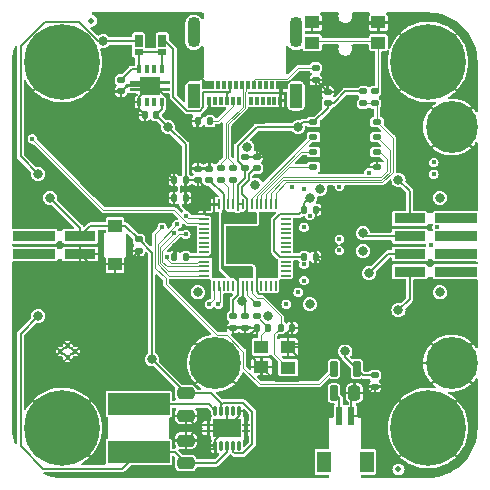
<source format=gbl>
G04 #@! TF.GenerationSoftware,KiCad,Pcbnew,7.0.11*
G04 #@! TF.CreationDate,2024-05-08T11:49:02-04:00*
G04 #@! TF.ProjectId,stepper-interface,73746570-7065-4722-9d69-6e7465726661,1.0*
G04 #@! TF.SameCoordinates,Original*
G04 #@! TF.FileFunction,Copper,L4,Bot*
G04 #@! TF.FilePolarity,Positive*
%FSLAX46Y46*%
G04 Gerber Fmt 4.6, Leading zero omitted, Abs format (unit mm)*
G04 Created by KiCad (PCBNEW 7.0.11) date 2024-05-08 11:49:02*
%MOMM*%
%LPD*%
G01*
G04 APERTURE LIST*
G04 Aperture macros list*
%AMRoundRect*
0 Rectangle with rounded corners*
0 $1 Rounding radius*
0 $2 $3 $4 $5 $6 $7 $8 $9 X,Y pos of 4 corners*
0 Add a 4 corners polygon primitive as box body*
4,1,4,$2,$3,$4,$5,$6,$7,$8,$9,$2,$3,0*
0 Add four circle primitives for the rounded corners*
1,1,$1+$1,$2,$3*
1,1,$1+$1,$4,$5*
1,1,$1+$1,$6,$7*
1,1,$1+$1,$8,$9*
0 Add four rect primitives between the rounded corners*
20,1,$1+$1,$2,$3,$4,$5,0*
20,1,$1+$1,$4,$5,$6,$7,0*
20,1,$1+$1,$6,$7,$8,$9,0*
20,1,$1+$1,$8,$9,$2,$3,0*%
%AMFreePoly0*
4,1,45,-0.206464,1.703536,-0.205000,1.700000,-0.205000,0.880000,0.205000,0.880000,0.205000,1.700000,0.206464,1.703536,0.210000,1.705000,0.440000,1.705000,0.443536,1.703536,0.445000,1.700000,0.445000,0.880000,0.750000,0.880000,0.753536,0.878536,0.755000,0.875000,0.755000,-0.875000,0.753536,-0.878536,0.750000,-0.880000,0.445000,-0.880000,0.445000,-1.700000,0.443536,-1.703536,
0.440000,-1.705000,0.210000,-1.705000,0.206464,-1.703536,0.205000,-1.700000,0.205000,-0.880000,-0.205000,-0.880000,-0.205000,-1.700000,-0.206464,-1.703536,-0.210000,-1.705000,-0.440000,-1.705000,-0.443536,-1.703536,-0.445000,-1.700000,-0.445000,-0.880000,-0.750000,-0.880000,-0.753536,-0.878536,-0.755000,-0.875000,-0.755000,0.875000,-0.753536,0.878536,-0.750000,0.880000,-0.445000,0.880000,
-0.445000,1.700000,-0.443536,1.703536,-0.440000,1.705000,-0.210000,1.705000,-0.206464,1.703536,-0.206464,1.703536,$1*%
G04 Aperture macros list end*
G04 #@! TA.AperFunction,ComponentPad*
%ADD10C,6.400000*%
G04 #@! TD*
G04 #@! TA.AperFunction,ComponentPad*
%ADD11C,4.400000*%
G04 #@! TD*
G04 #@! TA.AperFunction,ComponentPad*
%ADD12C,0.400000*%
G04 #@! TD*
G04 #@! TA.AperFunction,SMDPad,CuDef*
%ADD13C,0.500000*%
G04 #@! TD*
G04 #@! TA.AperFunction,SMDPad,CuDef*
%ADD14RoundRect,0.135000X0.185000X-0.135000X0.185000X0.135000X-0.185000X0.135000X-0.185000X-0.135000X0*%
G04 #@! TD*
G04 #@! TA.AperFunction,SMDPad,CuDef*
%ADD15RoundRect,0.135000X-0.185000X0.135000X-0.185000X-0.135000X0.185000X-0.135000X0.185000X0.135000X0*%
G04 #@! TD*
G04 #@! TA.AperFunction,SMDPad,CuDef*
%ADD16RoundRect,0.140000X0.170000X-0.140000X0.170000X0.140000X-0.170000X0.140000X-0.170000X-0.140000X0*%
G04 #@! TD*
G04 #@! TA.AperFunction,SMDPad,CuDef*
%ADD17R,1.300000X1.050000*%
G04 #@! TD*
G04 #@! TA.AperFunction,SMDPad,CuDef*
%ADD18RoundRect,0.140000X-0.140000X-0.170000X0.140000X-0.170000X0.140000X0.170000X-0.140000X0.170000X0*%
G04 #@! TD*
G04 #@! TA.AperFunction,SMDPad,CuDef*
%ADD19RoundRect,0.250000X-0.475000X0.250000X-0.475000X-0.250000X0.475000X-0.250000X0.475000X0.250000X0*%
G04 #@! TD*
G04 #@! TA.AperFunction,SMDPad,CuDef*
%ADD20R,0.700000X0.520000*%
G04 #@! TD*
G04 #@! TA.AperFunction,SMDPad,CuDef*
%ADD21R,0.700000X1.050000*%
G04 #@! TD*
G04 #@! TA.AperFunction,SMDPad,CuDef*
%ADD22RoundRect,0.140000X0.140000X0.170000X-0.140000X0.170000X-0.140000X-0.170000X0.140000X-0.170000X0*%
G04 #@! TD*
G04 #@! TA.AperFunction,SMDPad,CuDef*
%ADD23RoundRect,0.247500X0.247500X-0.402500X0.247500X0.402500X-0.247500X0.402500X-0.247500X-0.402500X0*%
G04 #@! TD*
G04 #@! TA.AperFunction,SMDPad,CuDef*
%ADD24RoundRect,0.090000X0.210000X-0.560000X0.210000X0.560000X-0.210000X0.560000X-0.210000X-0.560000X0*%
G04 #@! TD*
G04 #@! TA.AperFunction,SMDPad,CuDef*
%ADD25R,3.550000X0.850000*%
G04 #@! TD*
G04 #@! TA.AperFunction,SMDPad,CuDef*
%ADD26R,2.650000X0.850000*%
G04 #@! TD*
G04 #@! TA.AperFunction,SMDPad,CuDef*
%ADD27R,0.300000X0.700000*%
G04 #@! TD*
G04 #@! TA.AperFunction,SMDPad,CuDef*
%ADD28R,1.000000X0.700000*%
G04 #@! TD*
G04 #@! TA.AperFunction,ComponentPad*
%ADD29O,1.100000X2.600000*%
G04 #@! TD*
G04 #@! TA.AperFunction,ComponentPad*
%ADD30RoundRect,0.275000X-0.275000X-0.775000X0.275000X-0.775000X0.275000X0.775000X-0.275000X0.775000X0*%
G04 #@! TD*
G04 #@! TA.AperFunction,SMDPad,CuDef*
%ADD31R,1.200000X1.000000*%
G04 #@! TD*
G04 #@! TA.AperFunction,SMDPad,CuDef*
%ADD32RoundRect,0.125000X0.250000X0.125000X-0.250000X0.125000X-0.250000X-0.125000X0.250000X-0.125000X0*%
G04 #@! TD*
G04 #@! TA.AperFunction,HeatsinkPad*
%ADD33R,3.400000X4.300000*%
G04 #@! TD*
G04 #@! TA.AperFunction,SMDPad,CuDef*
%ADD34RoundRect,0.140000X-0.170000X0.140000X-0.170000X-0.140000X0.170000X-0.140000X0.170000X0.140000X0*%
G04 #@! TD*
G04 #@! TA.AperFunction,SMDPad,CuDef*
%ADD35R,1.193800X1.092200*%
G04 #@! TD*
G04 #@! TA.AperFunction,SMDPad,CuDef*
%ADD36RoundRect,0.250000X0.475000X-0.250000X0.475000X0.250000X-0.475000X0.250000X-0.475000X-0.250000X0*%
G04 #@! TD*
G04 #@! TA.AperFunction,SMDPad,CuDef*
%ADD37R,5.207000X1.854200*%
G04 #@! TD*
G04 #@! TA.AperFunction,SMDPad,CuDef*
%ADD38RoundRect,0.135000X0.135000X0.185000X-0.135000X0.185000X-0.135000X-0.185000X0.135000X-0.185000X0*%
G04 #@! TD*
G04 #@! TA.AperFunction,SMDPad,CuDef*
%ADD39RoundRect,0.012400X0.142600X-0.287600X0.142600X0.287600X-0.142600X0.287600X-0.142600X-0.287600X0*%
G04 #@! TD*
G04 #@! TA.AperFunction,SMDPad,CuDef*
%ADD40FreePoly0,90.000000*%
G04 #@! TD*
G04 #@! TA.AperFunction,SMDPad,CuDef*
%ADD41R,0.280000X0.280000*%
G04 #@! TD*
G04 #@! TA.AperFunction,SMDPad,CuDef*
%ADD42O,0.280000X0.850000*%
G04 #@! TD*
G04 #@! TA.AperFunction,ComponentPad*
%ADD43C,0.600000*%
G04 #@! TD*
G04 #@! TA.AperFunction,SMDPad,CuDef*
%ADD44R,1.050000X0.680000*%
G04 #@! TD*
G04 #@! TA.AperFunction,SMDPad,CuDef*
%ADD45R,0.500000X0.260000*%
G04 #@! TD*
G04 #@! TA.AperFunction,SMDPad,CuDef*
%ADD46R,0.700000X0.280000*%
G04 #@! TD*
G04 #@! TA.AperFunction,SMDPad,CuDef*
%ADD47R,2.400000X1.650000*%
G04 #@! TD*
G04 #@! TA.AperFunction,SMDPad,CuDef*
%ADD48RoundRect,0.050000X0.387500X0.050000X-0.387500X0.050000X-0.387500X-0.050000X0.387500X-0.050000X0*%
G04 #@! TD*
G04 #@! TA.AperFunction,SMDPad,CuDef*
%ADD49RoundRect,0.050000X0.050000X0.387500X-0.050000X0.387500X-0.050000X-0.387500X0.050000X-0.387500X0*%
G04 #@! TD*
G04 #@! TA.AperFunction,HeatsinkPad*
%ADD50R,3.200000X3.200000*%
G04 #@! TD*
G04 #@! TA.AperFunction,SMDPad,CuDef*
%ADD51R,1.200000X1.800000*%
G04 #@! TD*
G04 #@! TA.AperFunction,SMDPad,CuDef*
%ADD52R,0.600000X1.500000*%
G04 #@! TD*
G04 #@! TA.AperFunction,ViaPad*
%ADD53C,0.800000*%
G04 #@! TD*
G04 #@! TA.AperFunction,ViaPad*
%ADD54C,0.400000*%
G04 #@! TD*
G04 #@! TA.AperFunction,Conductor*
%ADD55C,0.200000*%
G04 #@! TD*
G04 #@! TA.AperFunction,Conductor*
%ADD56C,0.100000*%
G04 #@! TD*
G04 APERTURE END LIST*
D10*
X167900000Y-117100000D03*
X136900000Y-86100000D03*
X167900000Y-86100000D03*
D11*
X169900000Y-91600000D03*
X169900000Y-111600000D03*
X149900000Y-111600000D03*
D12*
X137400000Y-111100000D03*
X136775000Y-110600000D03*
X138025000Y-110600000D03*
X137400000Y-110100000D03*
D10*
X136900000Y-117100000D03*
D13*
X139400000Y-82600000D03*
D14*
X163400000Y-89610000D03*
X163400000Y-88590000D03*
D15*
X151400000Y-95090000D03*
X151400000Y-96110000D03*
D16*
X153400000Y-95080000D03*
X153400000Y-94120000D03*
D17*
X156050000Y-111975000D03*
X153800000Y-111900000D03*
X153750000Y-110225000D03*
X156050000Y-110225000D03*
D18*
X155420000Y-108600000D03*
X156380000Y-108600000D03*
D19*
X147400000Y-114150000D03*
X147400000Y-116050000D03*
D20*
X143400000Y-85240000D03*
D21*
X143400000Y-84325000D03*
D22*
X154380000Y-108600000D03*
X153420000Y-108600000D03*
D15*
X150400000Y-95090000D03*
X150400000Y-96110000D03*
D16*
X152400000Y-95080000D03*
X152400000Y-94120000D03*
D18*
X157420000Y-102600000D03*
X158380000Y-102600000D03*
D23*
X161665000Y-114125000D03*
D24*
X159940000Y-114125000D03*
X159940000Y-112075000D03*
X161860000Y-112075000D03*
D25*
X170250000Y-99350000D03*
X170250000Y-100850000D03*
X170250000Y-102350000D03*
X170250000Y-103850000D03*
D26*
X166350000Y-99350000D03*
X166350000Y-100850000D03*
X166350000Y-102350000D03*
X166350000Y-103850000D03*
D27*
X149400000Y-89370000D03*
X149900000Y-89370000D03*
X150400000Y-89370000D03*
X150900000Y-89370000D03*
X151400000Y-89370000D03*
X151900000Y-89370000D03*
X152900000Y-89370000D03*
X153400000Y-89370000D03*
X153900000Y-89370000D03*
X154400000Y-89370000D03*
X154900000Y-89370000D03*
X155400000Y-89370000D03*
D28*
X155500000Y-88070000D03*
D27*
X154650000Y-88070000D03*
X154150000Y-88070000D03*
X153650000Y-88070000D03*
X153150000Y-88070000D03*
X152650000Y-88070000D03*
X152150000Y-88070000D03*
X151650000Y-88070000D03*
X151150000Y-88070000D03*
X150650000Y-88070000D03*
X150150000Y-88070000D03*
D28*
X149300000Y-88070000D03*
D29*
X148080000Y-83600000D03*
X156720000Y-83600000D03*
D30*
X148080000Y-88960000D03*
X156720000Y-88960000D03*
D31*
X163700000Y-84450000D03*
X163700000Y-82750000D03*
X158100000Y-84450000D03*
X158100000Y-82750000D03*
D32*
X163600000Y-91195000D03*
X163600000Y-92465000D03*
X163600000Y-93735000D03*
X163600000Y-95005000D03*
X158200000Y-95005000D03*
X158200000Y-93735000D03*
X158200000Y-92465000D03*
X158200000Y-91195000D03*
D33*
X160900000Y-93100000D03*
D25*
X134550000Y-102350000D03*
X134550000Y-100850000D03*
D26*
X138450000Y-102350000D03*
X138450000Y-100850000D03*
D22*
X147380000Y-97600000D03*
X146420000Y-97600000D03*
D16*
X159400000Y-89580000D03*
X159400000Y-88620000D03*
D34*
X152400000Y-107620000D03*
X152400000Y-108580000D03*
D22*
X147380000Y-96100000D03*
X146420000Y-96100000D03*
D16*
X148400000Y-96080000D03*
X148400000Y-95120000D03*
D22*
X144880000Y-90600000D03*
X143920000Y-90600000D03*
D35*
X141400000Y-99987100D03*
X141400000Y-103212900D03*
D20*
X145400000Y-85240000D03*
D21*
X145400000Y-84325000D03*
D18*
X157420000Y-98600000D03*
X158380000Y-98600000D03*
D36*
X147400000Y-120050000D03*
X147400000Y-118150000D03*
D15*
X158400000Y-86590000D03*
X158400000Y-87610000D03*
D37*
X143400000Y-115068000D03*
X143400000Y-119132000D03*
D15*
X153400000Y-106590000D03*
X153400000Y-107610000D03*
D38*
X149410000Y-91100000D03*
X148390000Y-91100000D03*
D34*
X151400000Y-107620000D03*
X151400000Y-108580000D03*
X143400000Y-101120000D03*
X143400000Y-102080000D03*
D13*
X165400000Y-120600000D03*
D14*
X162400000Y-89610000D03*
X162400000Y-88590000D03*
D39*
X145375000Y-89500000D03*
X144725000Y-89500000D03*
X144075000Y-89500000D03*
X143425000Y-89500000D03*
X143425000Y-86700000D03*
X144075000Y-86700000D03*
X144725000Y-86700000D03*
X145375000Y-86700000D03*
D12*
X144400000Y-88600000D03*
X143775000Y-88100000D03*
D40*
X144400000Y-88100000D03*
D12*
X145025000Y-88100000D03*
X144400000Y-87600000D03*
D41*
X149900000Y-115340000D03*
D42*
X149900000Y-115625000D03*
D41*
X150400000Y-115340000D03*
D42*
X150400000Y-115625000D03*
D41*
X150900000Y-115340000D03*
D42*
X150900000Y-115625000D03*
D41*
X151400000Y-115340000D03*
D42*
X151400000Y-115625000D03*
D41*
X151900000Y-115340000D03*
D42*
X151900000Y-115625000D03*
X151900000Y-118575000D03*
D41*
X151900000Y-118860000D03*
D42*
X151400000Y-118575000D03*
D41*
X151400000Y-118860000D03*
D42*
X150900000Y-118575000D03*
D41*
X150900000Y-118860000D03*
D42*
X150400000Y-118575000D03*
D41*
X150400000Y-118860000D03*
D42*
X149900000Y-118575000D03*
D41*
X149900000Y-118860000D03*
D43*
X151650000Y-116600000D03*
X150150000Y-116600000D03*
D44*
X151535000Y-116650000D03*
X150265000Y-116650000D03*
D45*
X152530000Y-116850000D03*
D46*
X152450000Y-116850000D03*
X149350000Y-116850000D03*
D45*
X149270000Y-116850000D03*
D43*
X150900000Y-117100000D03*
D47*
X150900000Y-117100000D03*
D45*
X152530000Y-117350000D03*
D46*
X152450000Y-117350000D03*
X149350000Y-117350000D03*
D45*
X149270000Y-117350000D03*
D44*
X151535000Y-117550000D03*
X150265000Y-117550000D03*
D43*
X151650000Y-117600000D03*
X150150000Y-117600000D03*
D22*
X147380000Y-102600000D03*
X146420000Y-102600000D03*
D48*
X155837500Y-99000000D03*
X155837500Y-99400000D03*
X155837500Y-99800000D03*
X155837500Y-100200000D03*
X155837500Y-100600000D03*
X155837500Y-101000000D03*
X155837500Y-101400000D03*
X155837500Y-101800000D03*
X155837500Y-102200000D03*
X155837500Y-102600000D03*
X155837500Y-103000000D03*
X155837500Y-103400000D03*
X155837500Y-103800000D03*
X155837500Y-104200000D03*
D49*
X155000000Y-105037500D03*
X154600000Y-105037500D03*
X154200000Y-105037500D03*
X153800000Y-105037500D03*
X153400000Y-105037500D03*
X153000000Y-105037500D03*
X152600000Y-105037500D03*
X152200000Y-105037500D03*
X151800000Y-105037500D03*
X151400000Y-105037500D03*
X151000000Y-105037500D03*
X150600000Y-105037500D03*
X150200000Y-105037500D03*
X149800000Y-105037500D03*
D48*
X148962500Y-104200000D03*
X148962500Y-103800000D03*
X148962500Y-103400000D03*
X148962500Y-103000000D03*
X148962500Y-102600000D03*
X148962500Y-102200000D03*
X148962500Y-101800000D03*
X148962500Y-101400000D03*
X148962500Y-101000000D03*
X148962500Y-100600000D03*
X148962500Y-100200000D03*
X148962500Y-99800000D03*
X148962500Y-99400000D03*
X148962500Y-99000000D03*
D49*
X149800000Y-98162500D03*
X150200000Y-98162500D03*
X150600000Y-98162500D03*
X151000000Y-98162500D03*
X151400000Y-98162500D03*
X151800000Y-98162500D03*
X152200000Y-98162500D03*
X152600000Y-98162500D03*
X153000000Y-98162500D03*
X153400000Y-98162500D03*
X153800000Y-98162500D03*
X154200000Y-98162500D03*
X154600000Y-98162500D03*
X155000000Y-98162500D03*
D50*
X152400000Y-101600000D03*
D34*
X141900000Y-87620000D03*
X141900000Y-88580000D03*
D51*
X162700000Y-119950000D03*
X159100000Y-119950000D03*
D52*
X161400000Y-116050000D03*
X160400000Y-116050000D03*
D16*
X149400000Y-96080000D03*
X149400000Y-95120000D03*
D34*
X163400000Y-112620000D03*
X163400000Y-113580000D03*
D53*
X160900000Y-90100000D03*
X147900000Y-86600000D03*
X136400000Y-105600000D03*
X153900000Y-93600000D03*
X151900000Y-91727000D03*
X146558001Y-101758001D03*
X148400000Y-105600000D03*
X152597515Y-93289197D03*
X165400000Y-107100000D03*
X168900000Y-97600000D03*
X157900000Y-106600000D03*
X168900000Y-105600000D03*
X162900000Y-103973000D03*
X158773000Y-96877000D03*
X162400000Y-100600000D03*
X162400000Y-102100000D03*
X165400000Y-96100000D03*
D54*
X134400000Y-92600000D03*
D53*
X145900000Y-91600000D03*
X156900000Y-91600000D03*
X157900000Y-97600000D03*
X152157175Y-106346924D03*
D54*
X145813000Y-102586376D03*
X147400000Y-99100000D03*
X146649999Y-99850001D03*
X146400000Y-100600000D03*
X147400000Y-100700000D03*
D53*
X144523000Y-111273000D03*
X135900000Y-97600000D03*
X153284829Y-96484829D03*
X154360395Y-107639605D03*
X160900000Y-110600000D03*
D54*
X149400000Y-106600000D03*
X150149999Y-106600000D03*
D53*
X140400000Y-84325000D03*
X134900000Y-95600000D03*
X134900000Y-107600000D03*
D54*
X157400000Y-103237000D03*
X168400000Y-95600000D03*
X168650000Y-100100000D03*
X155900000Y-106600000D03*
X168150000Y-101600000D03*
X156900000Y-105600000D03*
X157400000Y-104600000D03*
X168400000Y-94600000D03*
X160400000Y-102058126D03*
X157400000Y-100100000D03*
X156400000Y-96650000D03*
X162900000Y-95500000D03*
X157400000Y-96857740D03*
X160400000Y-96650000D03*
X160400000Y-101100000D03*
X157900000Y-99100000D03*
X145400000Y-100100000D03*
D55*
X147900000Y-86670000D02*
X149300000Y-88070000D01*
X148390000Y-91100000D02*
X147744108Y-91100000D01*
X167380000Y-111600000D02*
X158380000Y-102600000D01*
X157400000Y-111575000D02*
X156050000Y-110225000D01*
X161665000Y-114125000D02*
X162855000Y-114125000D01*
X155400000Y-88170000D02*
X155500000Y-88070000D01*
X153400000Y-105475000D02*
X153627000Y-105702000D01*
X149400000Y-90090000D02*
X148390000Y-91100000D01*
X150900000Y-115625000D02*
X150900000Y-117100000D01*
X148200000Y-117350000D02*
X147400000Y-118150000D01*
X149350000Y-117350000D02*
X148200000Y-117350000D01*
X164550000Y-82750000D02*
X167900000Y-86100000D01*
X141880000Y-88600000D02*
X139400000Y-88600000D01*
X167900000Y-117100000D02*
X164380000Y-113580000D01*
X153400000Y-102600000D02*
X152400000Y-101600000D01*
X149900000Y-118100000D02*
X150900000Y-117100000D01*
X148400000Y-95120000D02*
X149400000Y-95120000D01*
X155000000Y-113100000D02*
X156900000Y-113100000D01*
X152873000Y-110973000D02*
X152873000Y-109147000D01*
X146420000Y-97600000D02*
X146420000Y-96100000D01*
X148400000Y-95120000D02*
X148400000Y-91110000D01*
X142380000Y-88100000D02*
X144400000Y-88100000D01*
X143425000Y-89500000D02*
X143425000Y-89075000D01*
X156302000Y-109973000D02*
X165773000Y-109973000D01*
X153900000Y-93600000D02*
X153400000Y-94100000D01*
X143425000Y-90105000D02*
X143920000Y-90600000D01*
X152400000Y-108580000D02*
X153400000Y-108580000D01*
X141900000Y-88580000D02*
X142380000Y-88100000D01*
X151900000Y-115625000D02*
X151900000Y-116100000D01*
X156302444Y-87610000D02*
X158400000Y-87610000D01*
X151900000Y-116100000D02*
X150900000Y-117100000D01*
X153800000Y-111900000D02*
X152873000Y-110973000D01*
X153800000Y-111900000D02*
X155000000Y-113100000D01*
X141400000Y-103212900D02*
X142267100Y-103212900D01*
X155400000Y-89370000D02*
X155400000Y-89920000D01*
X155500000Y-88070000D02*
X155842444Y-88070000D01*
X156900000Y-113100000D02*
X157400000Y-112600000D01*
X163700000Y-82750000D02*
X164550000Y-82750000D01*
X164380000Y-113580000D02*
X163400000Y-113580000D01*
X158100000Y-82750000D02*
X158250000Y-82900000D01*
X155400000Y-89920000D02*
X154047000Y-91273000D01*
X156050000Y-110225000D02*
X156050000Y-108930000D01*
X138450000Y-102350000D02*
X139312900Y-103212900D01*
X153400000Y-108580000D02*
X153420000Y-108600000D01*
X151400000Y-108580000D02*
X152400000Y-108580000D01*
X149350000Y-116850000D02*
X148200000Y-116850000D01*
X158380000Y-102600000D02*
X158380000Y-98600000D01*
X153400000Y-94100000D02*
X153400000Y-94120000D01*
X156050000Y-108930000D02*
X156380000Y-108600000D01*
X147900000Y-86600000D02*
X147900000Y-86670000D01*
X139312900Y-103212900D02*
X141400000Y-103212900D01*
X162855000Y-114125000D02*
X163400000Y-113580000D01*
X167400000Y-111600000D02*
X167380000Y-111600000D01*
X161400000Y-116050000D02*
X161400000Y-114390000D01*
X148200000Y-116850000D02*
X147400000Y-116050000D01*
X153627000Y-105702000D02*
X153893737Y-105702000D01*
X146558001Y-101758001D02*
X146558001Y-102461999D01*
X156050000Y-110225000D02*
X156302000Y-109973000D01*
X163550000Y-82900000D02*
X163700000Y-82750000D01*
X146558001Y-102461999D02*
X146420000Y-102600000D01*
X153400000Y-105037500D02*
X153400000Y-102600000D01*
X163600000Y-95005000D02*
X162805000Y-95005000D01*
X169900000Y-111600000D02*
X167400000Y-111600000D01*
X153400000Y-105037500D02*
X153400000Y-105475000D01*
X138450000Y-102350000D02*
X138450000Y-103550000D01*
X139400000Y-88600000D02*
X136900000Y-86100000D01*
X148400000Y-91110000D02*
X148390000Y-91100000D01*
X156380000Y-108188263D02*
X156380000Y-108600000D01*
X155400000Y-89370000D02*
X155400000Y-88170000D01*
X143425000Y-89500000D02*
X143425000Y-90105000D01*
X144744108Y-88100000D02*
X144400000Y-88100000D01*
X149400000Y-89370000D02*
X149400000Y-90090000D01*
X160900000Y-93100000D02*
X160900000Y-90100000D01*
X143425000Y-89075000D02*
X144400000Y-88100000D01*
X152873000Y-109147000D02*
X153420000Y-108600000D01*
X165773000Y-109973000D02*
X167400000Y-111600000D01*
X147744108Y-91100000D02*
X144744108Y-88100000D01*
X159400000Y-88620000D02*
X159400000Y-88610000D01*
X149900000Y-118575000D02*
X149900000Y-118100000D01*
X152354000Y-91273000D02*
X151900000Y-91727000D01*
X162805000Y-95005000D02*
X160900000Y-93100000D01*
X154047000Y-91273000D02*
X152354000Y-91273000D01*
X155842444Y-88070000D02*
X156302444Y-87610000D01*
X159400000Y-88610000D02*
X158400000Y-87610000D01*
X152400000Y-94120000D02*
X153400000Y-94120000D01*
X161400000Y-114390000D02*
X161665000Y-114125000D01*
X142267100Y-103212900D02*
X143400000Y-102080000D01*
X141900000Y-88580000D02*
X141880000Y-88600000D01*
X143920000Y-93600000D02*
X146420000Y-96100000D01*
X138450000Y-103550000D02*
X136400000Y-105600000D01*
X143920000Y-90600000D02*
X143920000Y-93600000D01*
X158250000Y-82900000D02*
X163550000Y-82900000D01*
X153893737Y-105702000D02*
X156380000Y-108188263D01*
X157400000Y-112600000D02*
X157400000Y-111575000D01*
X166350000Y-106150000D02*
X165400000Y-107100000D01*
X166350000Y-103850000D02*
X166350000Y-106150000D01*
X164523000Y-102350000D02*
X166350000Y-102350000D01*
X162900000Y-103973000D02*
X164523000Y-102350000D01*
X162650000Y-100850000D02*
X166350000Y-100850000D01*
X162400000Y-100600000D02*
X162650000Y-100850000D01*
X166350000Y-99350000D02*
X166350000Y-97050000D01*
X166350000Y-97050000D02*
X165400000Y-96100000D01*
X142820000Y-86700000D02*
X143425000Y-86700000D01*
X145375000Y-86700000D02*
X145375000Y-85265000D01*
X145375000Y-85265000D02*
X145400000Y-85240000D01*
X143400000Y-85240000D02*
X145400000Y-85240000D01*
X143425000Y-85265000D02*
X143400000Y-85240000D01*
X141900000Y-87620000D02*
X142820000Y-86700000D01*
X143425000Y-86700000D02*
X143425000Y-85265000D01*
D56*
X134400000Y-92600000D02*
X140400000Y-98600000D01*
X148962500Y-99800000D02*
X148862500Y-99700000D01*
X147500000Y-99700000D02*
X146400000Y-98600000D01*
X148862500Y-99700000D02*
X147500000Y-99700000D01*
X140400000Y-98600000D02*
X146400000Y-98600000D01*
D55*
X148962500Y-99000000D02*
X148050000Y-99000000D01*
X159400000Y-89995000D02*
X159400000Y-89580000D01*
X148050000Y-99000000D02*
X147380000Y-98330000D01*
X152200000Y-106304099D02*
X152157175Y-106346924D01*
X147380000Y-96100000D02*
X147380000Y-93100000D01*
X148962500Y-99000000D02*
X149400000Y-99000000D01*
X147380000Y-93080000D02*
X145900000Y-91600000D01*
X152400000Y-95945688D02*
X152400000Y-95080000D01*
X145375000Y-90105000D02*
X144880000Y-90600000D01*
X148400000Y-96080000D02*
X147400000Y-96080000D01*
X157305000Y-91195000D02*
X158200000Y-91195000D01*
X147380000Y-96100000D02*
X147380000Y-97600000D01*
X148962500Y-102600000D02*
X149400000Y-102600000D01*
X151790000Y-94470000D02*
X152400000Y-95080000D01*
X151800000Y-98162500D02*
X151800000Y-98600000D01*
X155837500Y-102600000D02*
X157420000Y-102600000D01*
X149800000Y-97480000D02*
X148400000Y-96080000D01*
X152400000Y-106589749D02*
X152157175Y-106346924D01*
X145900000Y-91600000D02*
X145880000Y-91600000D01*
X152200000Y-105037500D02*
X152200000Y-106304099D01*
X157020000Y-99000000D02*
X157420000Y-98600000D01*
X151800000Y-96545688D02*
X152400000Y-95945688D01*
X148962500Y-102600000D02*
X147380000Y-102600000D01*
X155837500Y-99000000D02*
X157020000Y-99000000D01*
X152400000Y-107620000D02*
X152400000Y-106589749D01*
X157420000Y-98080000D02*
X157900000Y-97600000D01*
X147380000Y-93100000D02*
X147380000Y-93080000D01*
X154900000Y-102100000D02*
X154900000Y-99506876D01*
X155400000Y-102600000D02*
X154900000Y-102100000D01*
X153400000Y-91600000D02*
X151790000Y-93210000D01*
X149627000Y-102373000D02*
X149400000Y-102600000D01*
X159920000Y-89580000D02*
X160910000Y-88590000D01*
X160910000Y-88590000D02*
X162400000Y-88590000D01*
X149627000Y-99227000D02*
X149627000Y-102373000D01*
X145375000Y-89500000D02*
X145375000Y-90105000D01*
X145880000Y-91600000D02*
X144880000Y-90600000D01*
X157420000Y-98600000D02*
X157420000Y-98080000D01*
X151800000Y-98162500D02*
X151800000Y-96545688D01*
X151790000Y-93210000D02*
X151790000Y-94470000D01*
X156900000Y-91600000D02*
X153400000Y-91600000D01*
X154900000Y-99506876D02*
X155406876Y-99000000D01*
X149400000Y-99000000D02*
X149627000Y-99227000D01*
X149800000Y-98162500D02*
X149800000Y-97480000D01*
X147380000Y-98330000D02*
X147380000Y-97600000D01*
X159400000Y-89580000D02*
X159920000Y-89580000D01*
X155400000Y-102600000D02*
X155837500Y-102600000D01*
X156900000Y-91600000D02*
X157305000Y-91195000D01*
X155406876Y-99000000D02*
X155837500Y-99000000D01*
X152200000Y-98162500D02*
X151800000Y-98162500D01*
X150200000Y-98162500D02*
X149800000Y-98162500D01*
X147400000Y-96080000D02*
X147380000Y-96100000D01*
X158200000Y-91195000D02*
X159400000Y-89995000D01*
X151427000Y-99773000D02*
X150573000Y-99773000D01*
X152600000Y-98162500D02*
X152600000Y-97731876D01*
X152600000Y-98600000D02*
X151427000Y-99773000D01*
X152600000Y-98600000D02*
X152600000Y-98162500D01*
X152250000Y-98950000D02*
X152600000Y-98600000D01*
X152127000Y-96681136D02*
X152727000Y-96081136D01*
X153232898Y-95080000D02*
X153400000Y-95080000D01*
X150600000Y-98162500D02*
X150600000Y-97280000D01*
X150600000Y-97280000D02*
X149400000Y-96080000D01*
X151800000Y-104600000D02*
X151800000Y-105037500D01*
X152727000Y-95585898D02*
X153232898Y-95080000D01*
X152127000Y-97258876D02*
X152127000Y-96681136D01*
X150573000Y-99773000D02*
X150573000Y-103373000D01*
X152600000Y-97731876D02*
X152127000Y-97258876D01*
X151800000Y-105817387D02*
X151400000Y-106217387D01*
X150600000Y-98162500D02*
X150600000Y-98600000D01*
X150600000Y-98600000D02*
X150950000Y-98950000D01*
X152727000Y-96081136D02*
X152727000Y-95585898D01*
X151400000Y-106217387D02*
X151400000Y-107620000D01*
X150950000Y-98950000D02*
X152250000Y-98950000D01*
X151800000Y-105037500D02*
X151800000Y-105817387D01*
X150573000Y-103373000D02*
X151800000Y-104600000D01*
D56*
X155420000Y-107620000D02*
X155420000Y-108600000D01*
X153400000Y-106100000D02*
X153900000Y-106100000D01*
X154900000Y-109120000D02*
X155420000Y-108600000D01*
X153000000Y-105700000D02*
X153400000Y-106100000D01*
X156050000Y-111975000D02*
X154900000Y-110825000D01*
X153000000Y-105037500D02*
X153000000Y-105700000D01*
X153900000Y-106100000D02*
X155420000Y-107620000D01*
X154900000Y-110825000D02*
X154900000Y-109120000D01*
X153400000Y-107610000D02*
X153400000Y-107620000D01*
X153750000Y-109230000D02*
X154380000Y-108600000D01*
X153400000Y-107620000D02*
X154380000Y-108600000D01*
X153750000Y-110225000D02*
X153750000Y-109230000D01*
D55*
X151123000Y-88647000D02*
X148857000Y-88647000D01*
X148570556Y-90237000D02*
X147537000Y-90237000D01*
X151150000Y-88070000D02*
X151150000Y-88620000D01*
X151150000Y-88570000D02*
X151150000Y-88070000D01*
X146332412Y-85032412D02*
X145625000Y-84325000D01*
X147537000Y-90237000D02*
X146332412Y-89032412D01*
X146332412Y-89032412D02*
X146332412Y-85032412D01*
X150900000Y-88820000D02*
X151150000Y-88570000D01*
X150900000Y-89370000D02*
X150900000Y-88820000D01*
X151150000Y-88620000D02*
X151123000Y-88647000D01*
X148857000Y-88647000D02*
X148857000Y-89950556D01*
X148857000Y-89950556D02*
X148570556Y-90237000D01*
X145625000Y-84325000D02*
X145400000Y-84325000D01*
X160400000Y-114585000D02*
X159940000Y-114125000D01*
X160400000Y-116050000D02*
X160400000Y-114585000D01*
D56*
X151400000Y-89820000D02*
X150120000Y-91100000D01*
X151400000Y-89370000D02*
X151400000Y-89820000D01*
X150120000Y-91100000D02*
X149410000Y-91100000D01*
X153150000Y-87620000D02*
X153227000Y-87543000D01*
X153227000Y-87543000D02*
X155957000Y-87543000D01*
X155957000Y-87543000D02*
X156910000Y-86590000D01*
X153150000Y-88070000D02*
X153150000Y-87620000D01*
X156910000Y-86590000D02*
X158400000Y-86590000D01*
X152450000Y-88570000D02*
X152450000Y-88270000D01*
X152450000Y-88270000D02*
X152650000Y-88070000D01*
X152399980Y-88620020D02*
X152450000Y-88570000D01*
X151400000Y-95090000D02*
X151400000Y-94609999D01*
X151000000Y-91352814D02*
X152399980Y-89952834D01*
X152399980Y-89952834D02*
X152399980Y-88620020D01*
X151000000Y-94209999D02*
X151000000Y-91352814D01*
X151400000Y-94609999D02*
X151000000Y-94209999D01*
X152150000Y-88287157D02*
X152150000Y-88070000D01*
X150400000Y-94609999D02*
X150800000Y-94209999D01*
X152200000Y-88337157D02*
X152150000Y-88287157D01*
X150400000Y-95090000D02*
X150400000Y-94609999D01*
X152200000Y-89870000D02*
X152200000Y-88337157D01*
X150800000Y-91270000D02*
X152200000Y-89870000D01*
X150800000Y-94209999D02*
X150800000Y-91270000D01*
X146157814Y-103100000D02*
X148300000Y-103100000D01*
X148400000Y-103000000D02*
X148962500Y-103000000D01*
X145813000Y-102755186D02*
X146157814Y-103100000D01*
X145813000Y-102586376D02*
X145813000Y-102755186D01*
X148300000Y-103100000D02*
X148400000Y-103000000D01*
X148962500Y-99400000D02*
X148839500Y-99277000D01*
X147577000Y-99277000D02*
X147400000Y-99100000D01*
X148839500Y-99277000D02*
X147577000Y-99277000D01*
X146649999Y-99850001D02*
X145000000Y-101500000D01*
X145000000Y-101500000D02*
X145000000Y-103200000D01*
X146000000Y-104200000D02*
X148962500Y-104200000D01*
X145000000Y-103200000D02*
X146000000Y-104200000D01*
X146400000Y-100600000D02*
X145200000Y-101800000D01*
X145882842Y-103800000D02*
X148962500Y-103800000D01*
X145200000Y-101800000D02*
X145200000Y-103117158D01*
X145200000Y-103117158D02*
X145882842Y-103800000D01*
X145400000Y-103034316D02*
X145400000Y-102100000D01*
X148962500Y-103400000D02*
X145765684Y-103400000D01*
X146800000Y-100700000D02*
X147400000Y-100700000D01*
X145400000Y-102100000D02*
X146800000Y-100700000D01*
X145765684Y-103400000D02*
X145400000Y-103034316D01*
D55*
X151400000Y-118575000D02*
X151400000Y-119094000D01*
X150527000Y-114973000D02*
X150400000Y-115100000D01*
X144523000Y-111273000D02*
X147400000Y-114150000D01*
X149550000Y-114150000D02*
X147400000Y-114150000D01*
X142267100Y-99987100D02*
X143400000Y-101120000D01*
X150400000Y-115000000D02*
X149550000Y-114150000D01*
X150400000Y-115340000D02*
X150400000Y-115000000D01*
X151533000Y-119227000D02*
X152273000Y-119227000D01*
X139312900Y-99987100D02*
X141400000Y-99987100D01*
X138450000Y-100850000D02*
X139312900Y-99987100D01*
X153027000Y-118473000D02*
X153027000Y-115727000D01*
X135900000Y-97600000D02*
X138450000Y-100150000D01*
X151400000Y-119094000D02*
X151533000Y-119227000D01*
X138450000Y-100150000D02*
X138450000Y-100850000D01*
X152273000Y-119227000D02*
X153027000Y-118473000D01*
X141400000Y-99987100D02*
X142267100Y-99987100D01*
X144523000Y-102243000D02*
X143400000Y-101120000D01*
X150400000Y-115100000D02*
X150400000Y-115340000D01*
X153027000Y-115727000D02*
X152273000Y-114973000D01*
X152273000Y-114973000D02*
X150527000Y-114973000D01*
X144523000Y-111273000D02*
X144523000Y-102243000D01*
X160900000Y-111115000D02*
X161860000Y-112075000D01*
X162405000Y-112620000D02*
X161860000Y-112075000D01*
X160900000Y-110600000D02*
X160900000Y-111115000D01*
X163400000Y-112620000D02*
X162405000Y-112620000D01*
D56*
X149800000Y-105037500D02*
X149800000Y-106200000D01*
X149800000Y-106200000D02*
X149400000Y-106600000D01*
X150200000Y-105037500D02*
X150300000Y-105137500D01*
X150300000Y-105137500D02*
X150300000Y-106449999D01*
X150300000Y-106449999D02*
X150149999Y-106600000D01*
D55*
X138319510Y-82673000D02*
X139971510Y-84325000D01*
X133400000Y-118600000D02*
X135327000Y-120527000D01*
X149944000Y-120050000D02*
X147400000Y-120050000D01*
X143400000Y-119132000D02*
X146482000Y-119132000D01*
X150900000Y-118575000D02*
X150900000Y-119094000D01*
X142005000Y-120527000D02*
X143400000Y-119132000D01*
X133400000Y-109100000D02*
X133400000Y-118600000D01*
X134900000Y-107600000D02*
X133400000Y-109100000D01*
X133400000Y-84753490D02*
X135480490Y-82673000D01*
X140400000Y-84325000D02*
X139971510Y-84325000D01*
X135480490Y-82673000D02*
X138319510Y-82673000D01*
X135327000Y-120527000D02*
X142005000Y-120527000D01*
X139971510Y-84325000D02*
X143400000Y-84325000D01*
X134900000Y-95600000D02*
X133400000Y-94100000D01*
X133400000Y-94100000D02*
X133400000Y-84753490D01*
X146482000Y-119132000D02*
X147400000Y-120050000D01*
X150900000Y-119094000D02*
X149944000Y-120050000D01*
D56*
X155000000Y-97200000D02*
X155900000Y-96300000D01*
X155000000Y-98162500D02*
X155000000Y-97200000D01*
X164022581Y-96300000D02*
X164900000Y-95422581D01*
X163600000Y-89810000D02*
X163400000Y-89610000D01*
X163600000Y-91195000D02*
X163600000Y-89810000D01*
X162400000Y-89610000D02*
X163400000Y-89610000D01*
X164900000Y-92495000D02*
X163600000Y-91195000D01*
X155900000Y-96300000D02*
X164022581Y-96300000D01*
X164900000Y-95422581D02*
X164900000Y-92495000D01*
D55*
X143400000Y-115068000D02*
X149343000Y-115068000D01*
X149343000Y-115068000D02*
X149900000Y-115625000D01*
D56*
X151400000Y-98162500D02*
X151400000Y-96110000D01*
X151000000Y-98162500D02*
X151000000Y-96710000D01*
X151000000Y-96710000D02*
X150400000Y-96110000D01*
X163600000Y-84350000D02*
X163700000Y-84450000D01*
X163700000Y-84450000D02*
X163700000Y-88290000D01*
X163700000Y-88290000D02*
X163400000Y-88590000D01*
X158200000Y-84350000D02*
X163600000Y-84350000D01*
X158100000Y-84450000D02*
X158200000Y-84350000D01*
X152600000Y-105800000D02*
X153390000Y-106590000D01*
X152600000Y-105037500D02*
X152600000Y-105800000D01*
X153390000Y-106590000D02*
X153400000Y-106590000D01*
X145700000Y-104400000D02*
X144800000Y-103500000D01*
X144800000Y-103500000D02*
X144800000Y-100700000D01*
X153677000Y-113377000D02*
X152277000Y-111977000D01*
X145700000Y-104900000D02*
X145700000Y-104400000D01*
X144800000Y-100700000D02*
X145400000Y-100100000D01*
X158638000Y-113377000D02*
X153677000Y-113377000D01*
X150023000Y-109223000D02*
X145700000Y-104900000D01*
X159940000Y-112075000D02*
X158638000Y-113377000D01*
X150884586Y-109223000D02*
X150023000Y-109223000D01*
X152277000Y-110615414D02*
X150884586Y-109223000D01*
X152277000Y-111977000D02*
X152277000Y-110615414D01*
X153000000Y-98162500D02*
X153000000Y-97585660D01*
X153000000Y-97585660D02*
X158120660Y-92465000D01*
X158120660Y-92465000D02*
X158200000Y-92465000D01*
X153400000Y-97468502D02*
X157133502Y-93735000D01*
X153400000Y-98162500D02*
X153400000Y-97468502D01*
X157133502Y-93735000D02*
X158200000Y-93735000D01*
X156146344Y-95005000D02*
X158200000Y-95005000D01*
X153800000Y-97351344D02*
X156146344Y-95005000D01*
X153800000Y-98162500D02*
X153800000Y-97351344D01*
X154200000Y-98162500D02*
X154200000Y-97234186D01*
X164400000Y-95356897D02*
X164400000Y-94317500D01*
X155584186Y-95850000D02*
X163906897Y-95850000D01*
X163906897Y-95850000D02*
X164400000Y-95356897D01*
X164400000Y-94317500D02*
X163817500Y-93735000D01*
X154200000Y-97234186D02*
X155584186Y-95850000D01*
X163817500Y-93735000D02*
X163600000Y-93735000D01*
X163939739Y-96100000D02*
X164650000Y-95389739D01*
X154600000Y-98162500D02*
X154600000Y-97150000D01*
X155650000Y-96100000D02*
X163939739Y-96100000D01*
X154600000Y-97150000D02*
X155650000Y-96100000D01*
X164650000Y-93515000D02*
X163600000Y-92465000D01*
X164650000Y-95389739D02*
X164650000Y-93515000D01*
G04 #@! TA.AperFunction,Conductor*
G36*
X164742012Y-96031570D02*
G01*
X164785277Y-96074835D01*
X164795220Y-96106857D01*
X164814955Y-96256759D01*
X164814957Y-96256766D01*
X164875462Y-96402838D01*
X164875462Y-96402839D01*
X164965600Y-96520309D01*
X164971718Y-96528282D01*
X165097159Y-96624536D01*
X165097160Y-96624536D01*
X165097161Y-96624537D01*
X165240896Y-96684074D01*
X165243238Y-96685044D01*
X165360809Y-96700522D01*
X165399999Y-96705682D01*
X165400000Y-96705682D01*
X165511284Y-96691031D01*
X165571443Y-96702181D01*
X165594209Y-96719180D01*
X166020504Y-97145475D01*
X166048281Y-97199992D01*
X166049500Y-97215479D01*
X166049500Y-98625500D01*
X166030593Y-98683691D01*
X165981093Y-98719655D01*
X165950500Y-98724500D01*
X165005252Y-98724500D01*
X165005251Y-98724500D01*
X165005241Y-98724501D01*
X164946772Y-98736132D01*
X164946766Y-98736134D01*
X164880451Y-98780445D01*
X164880445Y-98780451D01*
X164836134Y-98846766D01*
X164836132Y-98846772D01*
X164824501Y-98905241D01*
X164824500Y-98905253D01*
X164824500Y-99794746D01*
X164824501Y-99794758D01*
X164836132Y-99853227D01*
X164836134Y-99853233D01*
X164879349Y-99917908D01*
X164880448Y-99919552D01*
X164946769Y-99963867D01*
X164991231Y-99972711D01*
X165005241Y-99975498D01*
X165005246Y-99975498D01*
X165005252Y-99975500D01*
X165005253Y-99975500D01*
X167694747Y-99975500D01*
X167694748Y-99975500D01*
X167753231Y-99963867D01*
X167819552Y-99919552D01*
X167863867Y-99853231D01*
X167863868Y-99853225D01*
X167867597Y-99844224D01*
X167869089Y-99844842D01*
X167893476Y-99801300D01*
X167949041Y-99775686D01*
X167960675Y-99775000D01*
X168189325Y-99775000D01*
X168247516Y-99793907D01*
X168283480Y-99843407D01*
X168285888Y-99852639D01*
X168286655Y-99854490D01*
X168286832Y-99856748D01*
X168288035Y-99862792D01*
X168287319Y-99862934D01*
X168291453Y-99915487D01*
X168283399Y-99937316D01*
X168264355Y-99974691D01*
X168264354Y-99974696D01*
X168244508Y-100099999D01*
X168244508Y-100100000D01*
X168264354Y-100225305D01*
X168283398Y-100262680D01*
X168292970Y-100323112D01*
X168286654Y-100345509D01*
X168282402Y-100355775D01*
X168280909Y-100355156D01*
X168256523Y-100398700D01*
X168200958Y-100424314D01*
X168189324Y-100425000D01*
X167960675Y-100425000D01*
X167902484Y-100406093D01*
X167866520Y-100356593D01*
X167864111Y-100347360D01*
X167863867Y-100346772D01*
X167863867Y-100346769D01*
X167819552Y-100280448D01*
X167819548Y-100280445D01*
X167753233Y-100236134D01*
X167753231Y-100236133D01*
X167753228Y-100236132D01*
X167753227Y-100236132D01*
X167694758Y-100224501D01*
X167694748Y-100224500D01*
X165005252Y-100224500D01*
X165005251Y-100224500D01*
X165005241Y-100224501D01*
X164946772Y-100236132D01*
X164946766Y-100236134D01*
X164880451Y-100280445D01*
X164880445Y-100280451D01*
X164836134Y-100346766D01*
X164836132Y-100346772D01*
X164824501Y-100405241D01*
X164824500Y-100405253D01*
X164824500Y-100450500D01*
X164805593Y-100508691D01*
X164756093Y-100544655D01*
X164725500Y-100549500D01*
X163085854Y-100549500D01*
X163027663Y-100530593D01*
X162991699Y-100481093D01*
X162987701Y-100463421D01*
X162985044Y-100443238D01*
X162931658Y-100314354D01*
X162924537Y-100297161D01*
X162924537Y-100297160D01*
X162828286Y-100171723D01*
X162828285Y-100171722D01*
X162828282Y-100171718D01*
X162828277Y-100171714D01*
X162828276Y-100171713D01*
X162719625Y-100088343D01*
X162702841Y-100075464D01*
X162702840Y-100075463D01*
X162702838Y-100075462D01*
X162556766Y-100014957D01*
X162556758Y-100014955D01*
X162400001Y-99994318D01*
X162399999Y-99994318D01*
X162243241Y-100014955D01*
X162243233Y-100014957D01*
X162097161Y-100075462D01*
X162097160Y-100075462D01*
X161971723Y-100171713D01*
X161971713Y-100171723D01*
X161875462Y-100297160D01*
X161875462Y-100297161D01*
X161814957Y-100443233D01*
X161814955Y-100443241D01*
X161794318Y-100599999D01*
X161794318Y-100600000D01*
X161814955Y-100756758D01*
X161814957Y-100756766D01*
X161875462Y-100902838D01*
X161875462Y-100902839D01*
X161971538Y-101028048D01*
X161971718Y-101028282D01*
X162097159Y-101124536D01*
X162097160Y-101124536D01*
X162097161Y-101124537D01*
X162243233Y-101185042D01*
X162243238Y-101185044D01*
X162356841Y-101200000D01*
X162399999Y-101205682D01*
X162400000Y-101205682D01*
X162400001Y-101205682D01*
X162478381Y-101195363D01*
X162556762Y-101185044D01*
X162612890Y-101161794D01*
X162637092Y-101155209D01*
X162652797Y-101153019D01*
X162664058Y-101151449D01*
X162677730Y-101150500D01*
X164725500Y-101150500D01*
X164783691Y-101169407D01*
X164819655Y-101218907D01*
X164824500Y-101249500D01*
X164824500Y-101294746D01*
X164824501Y-101294758D01*
X164833171Y-101338340D01*
X164836133Y-101353231D01*
X164880448Y-101419552D01*
X164946769Y-101463867D01*
X164991231Y-101472711D01*
X165005241Y-101475498D01*
X165005246Y-101475498D01*
X165005252Y-101475500D01*
X165005253Y-101475500D01*
X167648313Y-101475500D01*
X167706504Y-101494407D01*
X167742468Y-101543907D01*
X167746093Y-101589986D01*
X167744508Y-101600000D01*
X167745382Y-101605521D01*
X167746094Y-101610012D01*
X167736523Y-101670444D01*
X167693259Y-101713709D01*
X167648313Y-101724500D01*
X165005252Y-101724500D01*
X165005251Y-101724500D01*
X165005241Y-101724501D01*
X164946772Y-101736132D01*
X164946766Y-101736134D01*
X164880451Y-101780445D01*
X164880445Y-101780451D01*
X164836134Y-101846766D01*
X164836132Y-101846772D01*
X164824501Y-101905241D01*
X164824500Y-101905253D01*
X164824500Y-101950500D01*
X164805593Y-102008691D01*
X164756093Y-102044655D01*
X164725500Y-102049500D01*
X164588165Y-102049500D01*
X164574489Y-102047267D01*
X164574318Y-102048494D01*
X164565234Y-102047226D01*
X164518359Y-102049394D01*
X164513787Y-102049500D01*
X164495152Y-102049500D01*
X164495029Y-102049523D01*
X164481419Y-102051101D01*
X164453011Y-102052414D01*
X164453007Y-102052415D01*
X164444013Y-102056386D01*
X164422228Y-102063132D01*
X164412571Y-102064937D01*
X164412565Y-102064939D01*
X164388381Y-102079913D01*
X164376259Y-102086302D01*
X164350238Y-102097792D01*
X164350231Y-102097796D01*
X164343286Y-102104742D01*
X164325406Y-102118905D01*
X164317048Y-102124080D01*
X164299907Y-102146778D01*
X164290909Y-102157118D01*
X163094208Y-103353819D01*
X163039691Y-103381596D01*
X163011282Y-103381968D01*
X162900001Y-103367318D01*
X162899999Y-103367318D01*
X162743241Y-103387955D01*
X162743233Y-103387957D01*
X162597161Y-103448462D01*
X162597160Y-103448462D01*
X162471723Y-103544713D01*
X162471713Y-103544723D01*
X162375462Y-103670160D01*
X162375462Y-103670161D01*
X162314957Y-103816233D01*
X162314955Y-103816241D01*
X162294318Y-103972999D01*
X162294318Y-103973000D01*
X162314955Y-104129758D01*
X162314957Y-104129766D01*
X162375462Y-104275838D01*
X162375462Y-104275839D01*
X162470351Y-104399501D01*
X162471718Y-104401282D01*
X162597159Y-104497536D01*
X162597160Y-104497536D01*
X162597161Y-104497537D01*
X162722611Y-104549500D01*
X162743238Y-104558044D01*
X162860809Y-104573522D01*
X162899999Y-104578682D01*
X162900000Y-104578682D01*
X162900001Y-104578682D01*
X162931766Y-104574500D01*
X163056762Y-104558044D01*
X163202841Y-104497536D01*
X163328282Y-104401282D01*
X163424536Y-104275841D01*
X163485044Y-104129762D01*
X163505682Y-103973000D01*
X163502356Y-103947740D01*
X163493143Y-103877760D01*
X163491031Y-103861714D01*
X163502181Y-103801554D01*
X163519181Y-103778789D01*
X164618477Y-102679496D01*
X164672993Y-102651719D01*
X164688480Y-102650500D01*
X164725500Y-102650500D01*
X164783691Y-102669407D01*
X164819655Y-102718907D01*
X164824500Y-102749500D01*
X164824500Y-102794746D01*
X164824501Y-102794758D01*
X164836132Y-102853227D01*
X164836134Y-102853233D01*
X164870955Y-102905345D01*
X164880448Y-102919552D01*
X164946769Y-102963867D01*
X164991231Y-102972711D01*
X165005241Y-102975498D01*
X165005246Y-102975498D01*
X165005252Y-102975500D01*
X165005253Y-102975500D01*
X167694747Y-102975500D01*
X167694748Y-102975500D01*
X167753231Y-102963867D01*
X167819552Y-102919552D01*
X167863867Y-102853231D01*
X167863868Y-102853225D01*
X167867597Y-102844224D01*
X167869089Y-102844842D01*
X167893476Y-102801300D01*
X167949041Y-102775686D01*
X167960675Y-102775000D01*
X168189325Y-102775000D01*
X168247516Y-102793907D01*
X168283480Y-102843407D01*
X168285888Y-102852639D01*
X168286134Y-102853233D01*
X168320955Y-102905345D01*
X168330448Y-102919552D01*
X168396769Y-102963867D01*
X168441231Y-102972711D01*
X168455241Y-102975498D01*
X168455246Y-102975498D01*
X168455252Y-102975500D01*
X168455253Y-102975500D01*
X172000500Y-102975500D01*
X172058691Y-102994407D01*
X172094655Y-103043907D01*
X172099500Y-103074500D01*
X172099500Y-103125500D01*
X172080593Y-103183691D01*
X172031093Y-103219655D01*
X172000500Y-103224500D01*
X168455252Y-103224500D01*
X168455251Y-103224500D01*
X168455241Y-103224501D01*
X168396772Y-103236132D01*
X168396766Y-103236134D01*
X168330451Y-103280445D01*
X168330445Y-103280451D01*
X168286134Y-103346766D01*
X168282403Y-103355776D01*
X168280910Y-103355157D01*
X168256524Y-103398700D01*
X168200959Y-103424314D01*
X168189325Y-103425000D01*
X167960675Y-103425000D01*
X167902484Y-103406093D01*
X167866520Y-103356593D01*
X167864111Y-103347360D01*
X167863867Y-103346772D01*
X167863867Y-103346769D01*
X167819552Y-103280448D01*
X167777371Y-103252263D01*
X167753233Y-103236134D01*
X167753231Y-103236133D01*
X167753228Y-103236132D01*
X167753227Y-103236132D01*
X167694758Y-103224501D01*
X167694748Y-103224500D01*
X165005252Y-103224500D01*
X165005251Y-103224500D01*
X165005241Y-103224501D01*
X164946772Y-103236132D01*
X164946766Y-103236134D01*
X164880451Y-103280445D01*
X164880445Y-103280451D01*
X164836134Y-103346766D01*
X164836132Y-103346772D01*
X164824501Y-103405241D01*
X164824500Y-103405253D01*
X164824500Y-104294746D01*
X164824501Y-104294758D01*
X164836132Y-104353227D01*
X164836134Y-104353233D01*
X164880445Y-104419548D01*
X164880448Y-104419552D01*
X164946769Y-104463867D01*
X164991231Y-104472711D01*
X165005241Y-104475498D01*
X165005246Y-104475498D01*
X165005252Y-104475500D01*
X165950500Y-104475500D01*
X166008691Y-104494407D01*
X166044655Y-104543907D01*
X166049500Y-104574500D01*
X166049500Y-105984521D01*
X166030593Y-106042712D01*
X166020503Y-106054525D01*
X165594208Y-106480819D01*
X165539692Y-106508596D01*
X165511283Y-106508968D01*
X165400001Y-106494318D01*
X165399999Y-106494318D01*
X165243241Y-106514955D01*
X165243233Y-106514957D01*
X165097161Y-106575462D01*
X165097160Y-106575462D01*
X164971723Y-106671713D01*
X164971713Y-106671723D01*
X164875462Y-106797160D01*
X164875462Y-106797161D01*
X164814957Y-106943233D01*
X164814955Y-106943241D01*
X164794318Y-107099999D01*
X164794318Y-107100000D01*
X164814955Y-107256758D01*
X164814957Y-107256766D01*
X164875462Y-107402838D01*
X164875462Y-107402839D01*
X164971713Y-107528276D01*
X164971718Y-107528282D01*
X165097159Y-107624536D01*
X165097160Y-107624536D01*
X165097161Y-107624537D01*
X165169322Y-107654427D01*
X165243238Y-107685044D01*
X165360809Y-107700522D01*
X165399999Y-107705682D01*
X165400000Y-107705682D01*
X165400001Y-107705682D01*
X165431352Y-107701554D01*
X165556762Y-107685044D01*
X165702841Y-107624536D01*
X165828282Y-107528282D01*
X165924536Y-107402841D01*
X165985044Y-107256762D01*
X166005682Y-107100000D01*
X165991031Y-106988714D01*
X166002181Y-106928554D01*
X166019177Y-106905792D01*
X166516405Y-106408564D01*
X166527664Y-106400493D01*
X166526905Y-106399487D01*
X166534221Y-106393961D01*
X166534228Y-106393958D01*
X166565877Y-106359239D01*
X166568995Y-106355974D01*
X166582174Y-106342797D01*
X166582238Y-106342702D01*
X166590753Y-106331953D01*
X166609916Y-106310933D01*
X166613464Y-106301771D01*
X166624111Y-106281576D01*
X166629657Y-106273481D01*
X166636171Y-106245782D01*
X166640222Y-106232701D01*
X166650500Y-106206173D01*
X166650500Y-106196348D01*
X166653130Y-106173679D01*
X166655379Y-106164119D01*
X166651449Y-106135944D01*
X166650500Y-106122268D01*
X166650500Y-105600000D01*
X168294318Y-105600000D01*
X168314955Y-105756758D01*
X168314957Y-105756766D01*
X168375461Y-105902836D01*
X168375462Y-105902839D01*
X168471713Y-106028276D01*
X168471718Y-106028282D01*
X168597159Y-106124536D01*
X168597160Y-106124536D01*
X168597161Y-106124537D01*
X168737154Y-106182524D01*
X168743238Y-106185044D01*
X168860809Y-106200522D01*
X168899999Y-106205682D01*
X168900000Y-106205682D01*
X168900001Y-106205682D01*
X168931674Y-106201512D01*
X169056762Y-106185044D01*
X169202841Y-106124536D01*
X169328282Y-106028282D01*
X169424536Y-105902841D01*
X169424537Y-105902839D01*
X169424539Y-105902836D01*
X169468721Y-105796168D01*
X169485044Y-105756762D01*
X169505682Y-105600000D01*
X169485044Y-105443238D01*
X169451253Y-105361659D01*
X169424537Y-105297161D01*
X169424537Y-105297160D01*
X169328286Y-105171723D01*
X169328285Y-105171722D01*
X169328282Y-105171718D01*
X169328277Y-105171714D01*
X169328276Y-105171713D01*
X169236735Y-105101472D01*
X169202841Y-105075464D01*
X169202840Y-105075463D01*
X169202838Y-105075462D01*
X169056766Y-105014957D01*
X169056758Y-105014955D01*
X168900001Y-104994318D01*
X168899999Y-104994318D01*
X168743241Y-105014955D01*
X168743233Y-105014957D01*
X168597161Y-105075462D01*
X168597160Y-105075462D01*
X168471723Y-105171713D01*
X168471713Y-105171723D01*
X168375462Y-105297160D01*
X168375462Y-105297161D01*
X168314957Y-105443233D01*
X168314955Y-105443241D01*
X168294318Y-105599999D01*
X168294318Y-105600000D01*
X166650500Y-105600000D01*
X166650500Y-104574500D01*
X166669407Y-104516309D01*
X166718907Y-104480345D01*
X166749500Y-104475500D01*
X167694747Y-104475500D01*
X167694748Y-104475500D01*
X167753231Y-104463867D01*
X167819552Y-104419552D01*
X167863867Y-104353231D01*
X167863868Y-104353225D01*
X167867597Y-104344224D01*
X167869089Y-104344842D01*
X167893476Y-104301300D01*
X167949041Y-104275686D01*
X167960675Y-104275000D01*
X168189325Y-104275000D01*
X168247516Y-104293907D01*
X168283480Y-104343407D01*
X168285888Y-104352639D01*
X168286134Y-104353233D01*
X168330445Y-104419548D01*
X168330448Y-104419552D01*
X168396769Y-104463867D01*
X168441231Y-104472711D01*
X168455241Y-104475498D01*
X168455246Y-104475498D01*
X168455252Y-104475500D01*
X168455253Y-104475500D01*
X172000500Y-104475500D01*
X172058691Y-104494407D01*
X172094655Y-104543907D01*
X172099500Y-104574500D01*
X172099500Y-110246037D01*
X172080593Y-110304228D01*
X172031093Y-110340192D01*
X171969907Y-110340192D01*
X171920407Y-110304228D01*
X171916912Y-110299084D01*
X171845480Y-110186526D01*
X171668648Y-109972773D01*
X170747558Y-110893862D01*
X170735106Y-110876376D01*
X170605642Y-110752932D01*
X171524959Y-109833616D01*
X171432844Y-109747113D01*
X171188516Y-109569599D01*
X170923892Y-109424122D01*
X170923889Y-109424120D01*
X170643107Y-109312952D01*
X170350597Y-109237849D01*
X170350601Y-109237849D01*
X170050995Y-109200000D01*
X169749005Y-109200000D01*
X169449400Y-109237849D01*
X169156892Y-109312952D01*
X168876110Y-109424120D01*
X168876107Y-109424122D01*
X168611483Y-109569599D01*
X168367155Y-109747114D01*
X168275039Y-109833616D01*
X169195808Y-110754385D01*
X169137460Y-110800271D01*
X169054541Y-110895964D01*
X168131350Y-109972773D01*
X167954519Y-110186526D01*
X167792707Y-110441503D01*
X167792706Y-110441504D01*
X167664127Y-110714747D01*
X167570805Y-111001962D01*
X167570802Y-111001972D01*
X167514217Y-111298600D01*
X167495255Y-111600000D01*
X167514217Y-111901399D01*
X167570802Y-112198027D01*
X167570805Y-112198037D01*
X167664127Y-112485252D01*
X167792706Y-112758495D01*
X167792713Y-112758508D01*
X167954519Y-113013473D01*
X168131350Y-113227225D01*
X169052440Y-112306134D01*
X169064894Y-112323624D01*
X169194355Y-112447065D01*
X168275039Y-113366382D01*
X168367155Y-113452886D01*
X168515858Y-113560924D01*
X168551822Y-113610424D01*
X168551822Y-113671609D01*
X168515858Y-113721110D01*
X168457667Y-113740017D01*
X168446963Y-113739437D01*
X168084344Y-113700000D01*
X167715657Y-113700000D01*
X167349127Y-113739862D01*
X166989077Y-113819115D01*
X166989075Y-113819115D01*
X166639676Y-113936842D01*
X166305070Y-114091647D01*
X165989161Y-114281724D01*
X165989156Y-114281727D01*
X165695655Y-114504841D01*
X165567580Y-114626158D01*
X166841406Y-115899984D01*
X166765130Y-115965130D01*
X166699984Y-116041406D01*
X165422925Y-114764347D01*
X165189313Y-115039378D01*
X165189306Y-115039388D01*
X164982403Y-115344546D01*
X164809711Y-115670278D01*
X164673246Y-116012782D01*
X164673242Y-116012793D01*
X164574614Y-116368020D01*
X164514965Y-116731856D01*
X164495006Y-117100000D01*
X164514965Y-117468143D01*
X164574614Y-117831979D01*
X164673242Y-118187206D01*
X164673246Y-118187217D01*
X164809711Y-118529721D01*
X164982403Y-118855453D01*
X165189306Y-119160611D01*
X165189313Y-119160621D01*
X165422925Y-119435650D01*
X166699983Y-118158592D01*
X166765130Y-118234870D01*
X166841405Y-118300014D01*
X165567580Y-119573840D01*
X165695655Y-119695158D01*
X165989156Y-119918272D01*
X165989161Y-119918275D01*
X166305070Y-120108352D01*
X166639676Y-120263157D01*
X166989076Y-120380884D01*
X167349128Y-120460137D01*
X167349127Y-120460137D01*
X167715657Y-120500000D01*
X168084343Y-120500000D01*
X168450872Y-120460137D01*
X168810922Y-120380884D01*
X168810924Y-120380884D01*
X169160323Y-120263157D01*
X169494929Y-120108352D01*
X169810838Y-119918275D01*
X169810843Y-119918272D01*
X170104344Y-119695158D01*
X170232418Y-119573840D01*
X168958593Y-118300015D01*
X169034870Y-118234870D01*
X169100015Y-118158593D01*
X170377073Y-119435651D01*
X170610686Y-119160621D01*
X170610693Y-119160611D01*
X170817596Y-118855453D01*
X170990288Y-118529721D01*
X171126753Y-118187217D01*
X171126757Y-118187206D01*
X171225385Y-117831979D01*
X171285034Y-117468143D01*
X171304993Y-117100000D01*
X171285034Y-116731856D01*
X171225385Y-116368020D01*
X171126757Y-116012793D01*
X171126753Y-116012782D01*
X170990288Y-115670278D01*
X170817596Y-115344546D01*
X170610693Y-115039388D01*
X170610686Y-115039378D01*
X170377072Y-114764347D01*
X169100014Y-116041404D01*
X169034870Y-115965130D01*
X168958592Y-115899983D01*
X170232418Y-114626158D01*
X170104344Y-114504841D01*
X169810843Y-114281727D01*
X169810838Y-114281724D01*
X169636547Y-114176856D01*
X169596434Y-114130654D01*
X169591138Y-114069699D01*
X169622682Y-114017272D01*
X169679018Y-113993399D01*
X169699996Y-113993808D01*
X169749006Y-114000000D01*
X170050995Y-114000000D01*
X170350599Y-113962150D01*
X170643107Y-113887047D01*
X170923889Y-113775879D01*
X170923892Y-113775877D01*
X171188516Y-113630400D01*
X171432844Y-113452886D01*
X171524959Y-113366382D01*
X170604191Y-112445614D01*
X170662540Y-112399729D01*
X170745458Y-112304035D01*
X171668648Y-113227225D01*
X171845476Y-113013478D01*
X171916911Y-112900915D01*
X171964056Y-112861914D01*
X172025120Y-112858072D01*
X172076781Y-112890857D01*
X172099305Y-112947746D01*
X172099500Y-112953962D01*
X172099500Y-117097720D01*
X172099394Y-117102292D01*
X172081797Y-117482901D01*
X172080954Y-117492006D01*
X172028627Y-117867129D01*
X172026946Y-117876118D01*
X171940235Y-118244788D01*
X171937733Y-118253583D01*
X171817372Y-118612690D01*
X171814069Y-118621217D01*
X171661087Y-118967689D01*
X171657011Y-118975875D01*
X171472714Y-119306752D01*
X171467900Y-119314527D01*
X171253856Y-119626991D01*
X171248345Y-119634288D01*
X171006395Y-119925659D01*
X171000235Y-119932417D01*
X170732417Y-120200235D01*
X170725659Y-120206395D01*
X170434288Y-120448345D01*
X170426991Y-120453856D01*
X170114527Y-120667900D01*
X170106752Y-120672714D01*
X169775875Y-120857011D01*
X169767689Y-120861087D01*
X169421217Y-121014069D01*
X169412690Y-121017372D01*
X169053583Y-121137733D01*
X169044788Y-121140235D01*
X168676118Y-121226946D01*
X168667129Y-121228627D01*
X168292006Y-121280954D01*
X168282901Y-121281797D01*
X167902293Y-121299394D01*
X167897721Y-121299500D01*
X165500538Y-121299500D01*
X165442347Y-121280593D01*
X165406383Y-121231093D01*
X165406383Y-121169907D01*
X165442347Y-121120407D01*
X165472646Y-121105510D01*
X165472680Y-121105500D01*
X165612152Y-121064547D01*
X165734436Y-120985960D01*
X165829626Y-120876104D01*
X165865709Y-120797093D01*
X165890010Y-120743883D01*
X165890012Y-120743874D01*
X165910698Y-120600002D01*
X165910698Y-120599997D01*
X165890012Y-120456125D01*
X165890010Y-120456116D01*
X165829627Y-120323898D01*
X165829626Y-120323897D01*
X165829626Y-120323896D01*
X165734436Y-120214040D01*
X165734435Y-120214039D01*
X165734434Y-120214038D01*
X165612156Y-120135455D01*
X165612153Y-120135454D01*
X165612152Y-120135453D01*
X165542416Y-120114976D01*
X165472681Y-120094500D01*
X165472680Y-120094500D01*
X165327320Y-120094500D01*
X165327318Y-120094500D01*
X165187848Y-120135453D01*
X165187843Y-120135455D01*
X165065565Y-120214038D01*
X164970372Y-120323898D01*
X164909989Y-120456116D01*
X164909987Y-120456125D01*
X164889302Y-120599997D01*
X164889302Y-120600002D01*
X164909987Y-120743874D01*
X164909989Y-120743883D01*
X164970372Y-120876101D01*
X164970373Y-120876102D01*
X164970374Y-120876104D01*
X165015542Y-120928231D01*
X165065565Y-120985961D01*
X165112178Y-121015917D01*
X165187848Y-121064547D01*
X165327320Y-121105500D01*
X165327354Y-121105510D01*
X165377861Y-121140046D01*
X165398422Y-121197673D01*
X165381183Y-121256380D01*
X165332730Y-121293743D01*
X165299462Y-121299500D01*
X162349000Y-121299500D01*
X162290809Y-121280593D01*
X162254845Y-121231093D01*
X162250000Y-121200500D01*
X162250000Y-121149500D01*
X162268907Y-121091309D01*
X162318407Y-121055345D01*
X162349000Y-121050500D01*
X163319747Y-121050500D01*
X163319748Y-121050500D01*
X163378231Y-121038867D01*
X163444552Y-120994552D01*
X163488867Y-120928231D01*
X163500500Y-120869748D01*
X163500500Y-119030252D01*
X163488867Y-118971769D01*
X163444552Y-118905448D01*
X163444548Y-118905445D01*
X163378233Y-118861134D01*
X163378231Y-118861133D01*
X163378228Y-118861132D01*
X163378227Y-118861132D01*
X163319758Y-118849501D01*
X163319748Y-118849500D01*
X163319747Y-118849500D01*
X162349000Y-118849500D01*
X162290809Y-118830593D01*
X162254845Y-118781093D01*
X162250000Y-118750500D01*
X162250000Y-116200001D01*
X162250000Y-116200000D01*
X161991007Y-116200000D01*
X161932816Y-116181093D01*
X161921003Y-116171004D01*
X161899999Y-116150000D01*
X161399000Y-116150000D01*
X161340809Y-116131093D01*
X161304845Y-116081593D01*
X161300000Y-116051000D01*
X161300000Y-116049000D01*
X161318907Y-115990809D01*
X161368407Y-115954845D01*
X161399000Y-115950000D01*
X161899999Y-115950000D01*
X161900000Y-115949999D01*
X161900000Y-115280302D01*
X161899999Y-115280299D01*
X161888396Y-115221963D01*
X161844193Y-115155810D01*
X161837297Y-115148914D01*
X161838314Y-115147896D01*
X161807071Y-115108264D01*
X161804670Y-115047125D01*
X161838664Y-114996252D01*
X161896068Y-114975076D01*
X161899953Y-114975000D01*
X161966411Y-114975000D01*
X161966412Y-114974999D01*
X161996631Y-114972165D01*
X162123968Y-114927609D01*
X162232499Y-114847509D01*
X162232509Y-114847499D01*
X162312609Y-114738968D01*
X162357165Y-114611631D01*
X162359999Y-114581412D01*
X162360000Y-114581411D01*
X162360000Y-114225001D01*
X162359999Y-114225000D01*
X160970001Y-114225000D01*
X160970000Y-114225001D01*
X160970000Y-114581412D01*
X160972834Y-114611631D01*
X161017390Y-114738968D01*
X161097490Y-114847499D01*
X161097500Y-114847509D01*
X161197544Y-114921345D01*
X161233137Y-114971113D01*
X161232679Y-115032296D01*
X161196346Y-115081526D01*
X161138756Y-115100000D01*
X161080299Y-115100000D01*
X161021964Y-115111603D01*
X160955450Y-115156047D01*
X160896562Y-115172655D01*
X160845447Y-115156046D01*
X160778233Y-115111134D01*
X160769224Y-115107403D01*
X160769902Y-115105764D01*
X160726796Y-115081619D01*
X160701185Y-115026052D01*
X160700500Y-115014424D01*
X160700500Y-114650168D01*
X160702731Y-114636495D01*
X160701505Y-114636324D01*
X160702773Y-114627232D01*
X160700606Y-114580357D01*
X160700500Y-114575785D01*
X160700500Y-114557160D01*
X160700500Y-114557156D01*
X160700478Y-114557042D01*
X160698898Y-114543430D01*
X160697585Y-114515008D01*
X160693615Y-114506017D01*
X160686864Y-114484215D01*
X160685061Y-114474568D01*
X160685061Y-114474567D01*
X160670085Y-114450379D01*
X160663698Y-114438262D01*
X160652206Y-114412235D01*
X160652205Y-114412233D01*
X160645256Y-114405284D01*
X160631090Y-114387399D01*
X160625919Y-114379048D01*
X160603221Y-114361907D01*
X160592879Y-114352908D01*
X160469495Y-114229524D01*
X160441718Y-114175007D01*
X160440499Y-114159520D01*
X160440499Y-114024999D01*
X160970000Y-114024999D01*
X160970001Y-114025000D01*
X161564999Y-114025000D01*
X161565000Y-114024999D01*
X161765000Y-114024999D01*
X161765001Y-114025000D01*
X162359999Y-114025000D01*
X162360000Y-114024999D01*
X162360000Y-113759838D01*
X162890000Y-113759838D01*
X162896519Y-113809354D01*
X162896521Y-113809361D01*
X162947190Y-113918021D01*
X163031978Y-114002809D01*
X163140638Y-114053478D01*
X163140645Y-114053480D01*
X163190161Y-114060000D01*
X163299999Y-114060000D01*
X163300000Y-114059999D01*
X163500000Y-114059999D01*
X163500001Y-114060000D01*
X163609838Y-114060000D01*
X163659354Y-114053480D01*
X163659361Y-114053478D01*
X163768021Y-114002809D01*
X163852809Y-113918021D01*
X163903478Y-113809361D01*
X163903480Y-113809354D01*
X163910000Y-113759838D01*
X163910000Y-113680001D01*
X163909999Y-113680000D01*
X163500001Y-113680000D01*
X163500000Y-113680001D01*
X163500000Y-114059999D01*
X163300000Y-114059999D01*
X163300000Y-113680001D01*
X163299999Y-113680000D01*
X162890001Y-113680000D01*
X162890000Y-113680001D01*
X162890000Y-113759838D01*
X162360000Y-113759838D01*
X162360000Y-113668589D01*
X162359999Y-113668587D01*
X162357165Y-113638368D01*
X162312609Y-113511031D01*
X162232509Y-113402500D01*
X162232499Y-113402490D01*
X162123968Y-113322390D01*
X161996631Y-113277834D01*
X161966412Y-113275000D01*
X161765001Y-113275000D01*
X161765000Y-113275001D01*
X161765000Y-114024999D01*
X161565000Y-114024999D01*
X161565000Y-113275001D01*
X161564999Y-113275000D01*
X161363587Y-113275000D01*
X161333368Y-113277834D01*
X161206031Y-113322390D01*
X161097500Y-113402490D01*
X161097490Y-113402500D01*
X161017390Y-113511031D01*
X160972834Y-113638368D01*
X160970000Y-113668587D01*
X160970000Y-114024999D01*
X160440499Y-114024999D01*
X160440499Y-113521630D01*
X160440499Y-113521628D01*
X160437682Y-113497338D01*
X160393813Y-113397984D01*
X160317016Y-113321187D01*
X160217662Y-113277318D01*
X160217661Y-113277317D01*
X160217659Y-113277317D01*
X160193376Y-113274500D01*
X159686630Y-113274500D01*
X159686627Y-113274501D01*
X159662338Y-113277317D01*
X159562984Y-113321187D01*
X159486187Y-113397984D01*
X159442317Y-113497340D01*
X159439500Y-113521622D01*
X159439500Y-114728369D01*
X159439501Y-114728372D01*
X159442317Y-114752661D01*
X159458262Y-114788772D01*
X159486187Y-114852016D01*
X159562984Y-114928813D01*
X159662338Y-114972682D01*
X159686627Y-114975500D01*
X159898401Y-114975499D01*
X159956590Y-114994406D01*
X159992554Y-115043906D01*
X159992555Y-115105091D01*
X159961551Y-115147762D01*
X159962343Y-115148554D01*
X159957348Y-115153548D01*
X159956591Y-115154591D01*
X159955650Y-115155246D01*
X159955445Y-115155451D01*
X159911134Y-115221766D01*
X159911132Y-115221772D01*
X159899501Y-115280241D01*
X159899500Y-115280253D01*
X159899500Y-116101000D01*
X159880593Y-116159191D01*
X159831093Y-116195155D01*
X159800500Y-116200000D01*
X159550000Y-116200000D01*
X159550000Y-116200001D01*
X159550000Y-118750500D01*
X159531093Y-118808691D01*
X159481593Y-118844655D01*
X159451000Y-118849500D01*
X158480252Y-118849500D01*
X158480251Y-118849500D01*
X158480241Y-118849501D01*
X158421772Y-118861132D01*
X158421766Y-118861134D01*
X158355451Y-118905445D01*
X158355445Y-118905451D01*
X158311134Y-118971766D01*
X158311132Y-118971772D01*
X158299501Y-119030241D01*
X158299500Y-119030253D01*
X158299500Y-120869746D01*
X158299501Y-120869758D01*
X158311132Y-120928227D01*
X158311134Y-120928233D01*
X158355445Y-120994548D01*
X158355448Y-120994552D01*
X158421769Y-121038867D01*
X158466231Y-121047711D01*
X158480241Y-121050498D01*
X158480246Y-121050498D01*
X158480252Y-121050500D01*
X159451000Y-121050500D01*
X159509191Y-121069407D01*
X159545155Y-121118907D01*
X159550000Y-121149500D01*
X159550000Y-121200500D01*
X159531093Y-121258691D01*
X159481593Y-121294655D01*
X159451000Y-121299500D01*
X136902279Y-121299500D01*
X136897707Y-121299394D01*
X136517098Y-121281797D01*
X136507993Y-121280954D01*
X136132870Y-121228627D01*
X136123881Y-121226946D01*
X135755211Y-121140235D01*
X135746416Y-121137733D01*
X135396246Y-121020368D01*
X135347080Y-120983948D01*
X135328711Y-120925585D01*
X135348155Y-120867572D01*
X135397986Y-120832067D01*
X135427707Y-120827500D01*
X141939836Y-120827500D01*
X141953511Y-120829732D01*
X141953683Y-120828506D01*
X141962764Y-120829772D01*
X141962765Y-120829773D01*
X141962765Y-120829772D01*
X141962766Y-120829773D01*
X142009642Y-120827606D01*
X142014214Y-120827500D01*
X142032842Y-120827500D01*
X142032844Y-120827500D01*
X142032948Y-120827480D01*
X142046571Y-120825898D01*
X142074992Y-120824585D01*
X142083976Y-120820617D01*
X142105777Y-120813865D01*
X142115433Y-120812061D01*
X142139618Y-120797086D01*
X142151728Y-120790701D01*
X142177765Y-120779206D01*
X142184709Y-120772260D01*
X142202601Y-120758089D01*
X142210952Y-120752919D01*
X142228092Y-120730219D01*
X142237086Y-120719883D01*
X142668375Y-120288596D01*
X142722891Y-120260819D01*
X142738378Y-120259600D01*
X146023247Y-120259600D01*
X146023248Y-120259600D01*
X146081731Y-120247967D01*
X146148052Y-120203652D01*
X146192367Y-120137331D01*
X146204000Y-120078848D01*
X146204000Y-119531500D01*
X146222907Y-119473309D01*
X146272407Y-119437345D01*
X146303000Y-119432500D01*
X146316521Y-119432500D01*
X146374712Y-119451407D01*
X146386525Y-119461496D01*
X146475613Y-119550584D01*
X146503390Y-119605101D01*
X146499054Y-119653284D01*
X146477353Y-119715303D01*
X146474500Y-119745725D01*
X146474500Y-120354274D01*
X146477353Y-120384694D01*
X146477355Y-120384703D01*
X146522207Y-120512883D01*
X146602845Y-120622144D01*
X146602847Y-120622146D01*
X146602850Y-120622150D01*
X146602853Y-120622152D01*
X146602855Y-120622154D01*
X146712116Y-120702792D01*
X146712117Y-120702792D01*
X146712118Y-120702793D01*
X146840301Y-120747646D01*
X146870725Y-120750499D01*
X146870727Y-120750500D01*
X146870734Y-120750500D01*
X147929273Y-120750500D01*
X147929273Y-120750499D01*
X147959699Y-120747646D01*
X148087882Y-120702793D01*
X148197150Y-120622150D01*
X148277793Y-120512882D01*
X148311413Y-120416802D01*
X148348478Y-120368122D01*
X148404857Y-120350500D01*
X149878836Y-120350500D01*
X149892511Y-120352732D01*
X149892683Y-120351506D01*
X149901764Y-120352772D01*
X149901765Y-120352773D01*
X149901765Y-120352772D01*
X149901766Y-120352773D01*
X149948642Y-120350606D01*
X149953214Y-120350500D01*
X149971842Y-120350500D01*
X149971844Y-120350500D01*
X149971948Y-120350480D01*
X149985571Y-120348898D01*
X150013992Y-120347585D01*
X150022976Y-120343617D01*
X150044777Y-120336865D01*
X150054433Y-120335061D01*
X150078618Y-120320086D01*
X150090728Y-120313701D01*
X150116765Y-120302206D01*
X150123709Y-120295260D01*
X150141601Y-120281089D01*
X150149952Y-120275919D01*
X150167089Y-120253223D01*
X150176082Y-120242887D01*
X151066405Y-119352564D01*
X151077664Y-119344493D01*
X151076905Y-119343487D01*
X151084226Y-119337958D01*
X151084228Y-119337958D01*
X151084229Y-119337956D01*
X151091551Y-119332428D01*
X151092585Y-119333797D01*
X151092588Y-119333796D01*
X151092744Y-119333719D01*
X151093155Y-119334553D01*
X151093829Y-119335445D01*
X151131793Y-119313825D01*
X151192605Y-119320581D01*
X151221807Y-119340778D01*
X151274436Y-119393407D01*
X151282537Y-119404647D01*
X151283516Y-119403909D01*
X151289044Y-119411230D01*
X151323724Y-119442845D01*
X151327032Y-119446003D01*
X151340203Y-119459174D01*
X151340295Y-119459237D01*
X151351042Y-119467750D01*
X151372064Y-119486914D01*
X151372065Y-119486914D01*
X151372067Y-119486916D01*
X151381230Y-119490466D01*
X151401416Y-119501105D01*
X151409519Y-119506656D01*
X151437215Y-119513170D01*
X151450293Y-119517220D01*
X151476827Y-119527500D01*
X151486652Y-119527500D01*
X151509316Y-119530129D01*
X151518881Y-119532379D01*
X151546645Y-119528506D01*
X151547054Y-119528449D01*
X151560731Y-119527500D01*
X152207836Y-119527500D01*
X152221511Y-119529732D01*
X152221683Y-119528506D01*
X152230764Y-119529772D01*
X152230765Y-119529773D01*
X152230765Y-119529772D01*
X152230766Y-119529773D01*
X152277642Y-119527606D01*
X152282214Y-119527500D01*
X152300842Y-119527500D01*
X152300844Y-119527500D01*
X152300948Y-119527480D01*
X152314571Y-119525898D01*
X152342992Y-119524585D01*
X152351976Y-119520617D01*
X152373777Y-119513865D01*
X152383433Y-119512061D01*
X152407618Y-119497086D01*
X152419728Y-119490701D01*
X152445765Y-119479206D01*
X152452709Y-119472260D01*
X152470601Y-119458089D01*
X152478952Y-119452919D01*
X152496089Y-119430223D01*
X152505082Y-119419887D01*
X153193405Y-118731564D01*
X153204664Y-118723493D01*
X153203905Y-118722487D01*
X153211221Y-118716961D01*
X153211228Y-118716958D01*
X153242877Y-118682239D01*
X153245995Y-118678974D01*
X153259174Y-118665797D01*
X153259238Y-118665702D01*
X153267753Y-118654953D01*
X153280960Y-118640466D01*
X153286916Y-118633933D01*
X153290465Y-118624770D01*
X153301106Y-118604582D01*
X153306656Y-118596481D01*
X153313169Y-118568785D01*
X153317220Y-118555706D01*
X153327500Y-118529173D01*
X153327500Y-118519348D01*
X153330129Y-118496683D01*
X153332379Y-118487119D01*
X153328449Y-118458944D01*
X153327500Y-118445268D01*
X153327500Y-115792168D01*
X153329731Y-115778495D01*
X153328505Y-115778324D01*
X153329773Y-115769232D01*
X153327606Y-115722357D01*
X153327500Y-115717785D01*
X153327500Y-115699160D01*
X153327500Y-115699156D01*
X153327478Y-115699042D01*
X153325898Y-115685430D01*
X153324585Y-115657008D01*
X153320615Y-115648017D01*
X153313864Y-115626215D01*
X153312061Y-115616568D01*
X153312061Y-115616567D01*
X153297085Y-115592379D01*
X153290698Y-115580262D01*
X153279206Y-115554235D01*
X153279205Y-115554233D01*
X153272256Y-115547284D01*
X153258090Y-115529399D01*
X153252919Y-115521048D01*
X153230221Y-115503907D01*
X153219879Y-115494908D01*
X152531565Y-114806594D01*
X152523479Y-114795344D01*
X152522487Y-114796094D01*
X152516958Y-114788772D01*
X152482272Y-114757151D01*
X152478968Y-114753996D01*
X152465800Y-114740828D01*
X152465796Y-114740825D01*
X152465693Y-114740755D01*
X152454962Y-114732255D01*
X152433933Y-114713084D01*
X152424762Y-114709531D01*
X152404586Y-114698895D01*
X152396484Y-114693345D01*
X152396479Y-114693343D01*
X152368797Y-114686832D01*
X152355703Y-114682777D01*
X152329177Y-114672500D01*
X152329173Y-114672500D01*
X152319348Y-114672500D01*
X152296683Y-114669870D01*
X152287119Y-114667621D01*
X152287118Y-114667621D01*
X152258946Y-114671551D01*
X152245269Y-114672500D01*
X150592164Y-114672500D01*
X150578488Y-114670267D01*
X150578317Y-114671494D01*
X150569232Y-114670226D01*
X150542135Y-114671479D01*
X150483133Y-114655279D01*
X150467560Y-114642589D01*
X149993217Y-114168246D01*
X149965440Y-114113729D01*
X149975011Y-114053297D01*
X150018276Y-114010032D01*
X150050813Y-114000023D01*
X150350599Y-113962150D01*
X150643107Y-113887047D01*
X150923889Y-113775879D01*
X150923892Y-113775877D01*
X151188516Y-113630400D01*
X151432844Y-113452886D01*
X151524959Y-113366382D01*
X150604191Y-112445614D01*
X150662540Y-112399729D01*
X150745458Y-112304036D01*
X151668648Y-113227225D01*
X151845480Y-113013473D01*
X152007286Y-112758508D01*
X152007293Y-112758495D01*
X152135874Y-112485248D01*
X152158323Y-112416155D01*
X152194286Y-112366654D01*
X152252477Y-112347746D01*
X152310668Y-112366653D01*
X152322482Y-112376742D01*
X153475527Y-113529787D01*
X153487838Y-113544789D01*
X153487841Y-113544794D01*
X153496399Y-113557601D01*
X153523112Y-113575450D01*
X153549464Y-113593058D01*
X153549463Y-113593058D01*
X153579252Y-113612962D01*
X153579254Y-113612963D01*
X153579259Y-113612966D01*
X153677000Y-113632408D01*
X153689280Y-113629965D01*
X153692113Y-113629402D01*
X153711426Y-113627500D01*
X158603574Y-113627500D01*
X158622887Y-113629402D01*
X158625719Y-113629965D01*
X158638000Y-113632408D01*
X158735741Y-113612966D01*
X158735742Y-113612964D01*
X158735745Y-113612964D01*
X158765531Y-113593061D01*
X158765532Y-113593059D01*
X158765536Y-113593057D01*
X158818601Y-113557601D01*
X158827161Y-113544788D01*
X158839467Y-113529791D01*
X159464713Y-112904545D01*
X159519228Y-112876770D01*
X159574701Y-112883986D01*
X159662338Y-112922682D01*
X159686627Y-112925500D01*
X160193372Y-112925499D01*
X160217662Y-112922682D01*
X160317016Y-112878813D01*
X160393813Y-112802016D01*
X160437682Y-112702662D01*
X160440500Y-112678373D01*
X160440499Y-111471628D01*
X160437682Y-111447338D01*
X160393813Y-111347984D01*
X160317016Y-111271187D01*
X160217662Y-111227318D01*
X160217661Y-111227317D01*
X160217659Y-111227317D01*
X160193376Y-111224500D01*
X159686630Y-111224500D01*
X159686627Y-111224501D01*
X159662338Y-111227317D01*
X159562984Y-111271187D01*
X159486187Y-111347984D01*
X159442317Y-111447340D01*
X159439500Y-111471622D01*
X159439500Y-112180231D01*
X159420593Y-112238422D01*
X159410504Y-112250235D01*
X158563236Y-113097504D01*
X158508719Y-113125281D01*
X158493232Y-113126500D01*
X153821768Y-113126500D01*
X153763577Y-113107593D01*
X153751764Y-113097504D01*
X153448264Y-112794004D01*
X153420487Y-112739487D01*
X153430058Y-112679055D01*
X153473323Y-112635790D01*
X153518268Y-112625000D01*
X153699999Y-112625000D01*
X153700000Y-112624999D01*
X153900000Y-112624999D01*
X153900001Y-112625000D01*
X154469697Y-112625000D01*
X154469700Y-112624999D01*
X154528036Y-112613396D01*
X154594189Y-112569193D01*
X154594193Y-112569189D01*
X154638396Y-112503036D01*
X154649999Y-112444700D01*
X154650000Y-112444697D01*
X154650000Y-112000001D01*
X154649999Y-112000000D01*
X153900001Y-112000000D01*
X153900000Y-112000001D01*
X153900000Y-112624999D01*
X153700000Y-112624999D01*
X153700000Y-112000001D01*
X153699999Y-112000000D01*
X152950001Y-112000000D01*
X152950000Y-112000001D01*
X152950000Y-112056732D01*
X152931093Y-112114923D01*
X152881593Y-112150887D01*
X152820407Y-112150887D01*
X152780996Y-112126736D01*
X152556496Y-111902236D01*
X152528719Y-111847719D01*
X152527500Y-111832232D01*
X152527500Y-111799999D01*
X152950000Y-111799999D01*
X152950001Y-111800000D01*
X153699999Y-111800000D01*
X153700000Y-111799999D01*
X153900000Y-111799999D01*
X153900001Y-111800000D01*
X154649999Y-111800000D01*
X154650000Y-111799999D01*
X154650000Y-111355302D01*
X154649999Y-111355299D01*
X154638396Y-111296963D01*
X154594193Y-111230810D01*
X154594189Y-111230806D01*
X154528036Y-111186603D01*
X154469700Y-111175000D01*
X153900001Y-111175000D01*
X153900000Y-111175001D01*
X153900000Y-111799999D01*
X153700000Y-111799999D01*
X153700000Y-111175001D01*
X153699999Y-111175000D01*
X153130299Y-111175000D01*
X153071963Y-111186603D01*
X153005810Y-111230806D01*
X153005806Y-111230810D01*
X152961603Y-111296963D01*
X152950000Y-111355299D01*
X152950000Y-111799999D01*
X152527500Y-111799999D01*
X152527500Y-110649841D01*
X152529403Y-110630524D01*
X152532409Y-110615414D01*
X152532409Y-110615411D01*
X152512966Y-110517676D01*
X152512965Y-110517672D01*
X152468879Y-110451691D01*
X152468875Y-110451687D01*
X152457601Y-110434813D01*
X152446605Y-110427466D01*
X152444792Y-110426254D01*
X152429790Y-110413943D01*
X151849463Y-109833616D01*
X151244849Y-109229003D01*
X151217073Y-109174487D01*
X151226644Y-109114055D01*
X151269909Y-109070790D01*
X151295306Y-109064692D01*
X151300000Y-109059999D01*
X151500000Y-109059999D01*
X151500001Y-109060000D01*
X151609838Y-109060000D01*
X151659354Y-109053480D01*
X151659361Y-109053478D01*
X151768021Y-109002809D01*
X151829996Y-108940835D01*
X151884513Y-108913058D01*
X151944945Y-108922629D01*
X151970004Y-108940835D01*
X152031978Y-109002809D01*
X152140638Y-109053478D01*
X152140645Y-109053480D01*
X152190161Y-109060000D01*
X152299999Y-109060000D01*
X152300000Y-109059999D01*
X152500000Y-109059999D01*
X152500001Y-109060000D01*
X152609838Y-109060000D01*
X152659354Y-109053480D01*
X152659361Y-109053478D01*
X152768021Y-109002809D01*
X152768023Y-109002808D01*
X152835399Y-108935432D01*
X152889915Y-108907654D01*
X152950347Y-108917225D01*
X152993612Y-108960489D01*
X152995128Y-108963598D01*
X152997190Y-108968021D01*
X153081978Y-109052809D01*
X153190638Y-109103478D01*
X153190645Y-109103480D01*
X153240161Y-109110000D01*
X153319999Y-109110000D01*
X153320741Y-109109257D01*
X153320000Y-109102993D01*
X153320000Y-108700001D01*
X153319999Y-108700000D01*
X152958007Y-108700000D01*
X152899816Y-108681093D01*
X152897539Y-108679148D01*
X152893993Y-108680000D01*
X152500001Y-108680000D01*
X152500000Y-108680001D01*
X152500000Y-109059999D01*
X152300000Y-109059999D01*
X152300000Y-108680001D01*
X152299999Y-108680000D01*
X151500001Y-108680000D01*
X151500000Y-108680001D01*
X151500000Y-109059999D01*
X151300000Y-109059999D01*
X151300000Y-108680001D01*
X151299999Y-108680000D01*
X150890001Y-108680000D01*
X150890000Y-108680001D01*
X150890000Y-108759838D01*
X150896519Y-108809354D01*
X150896520Y-108809358D01*
X150906920Y-108831660D01*
X150914377Y-108892389D01*
X150884714Y-108945903D01*
X150829262Y-108971762D01*
X150817196Y-108972500D01*
X150167768Y-108972500D01*
X150109577Y-108953593D01*
X150097764Y-108943504D01*
X146754260Y-105600000D01*
X147794318Y-105600000D01*
X147814955Y-105756758D01*
X147814957Y-105756766D01*
X147875461Y-105902836D01*
X147875462Y-105902839D01*
X147971713Y-106028276D01*
X147971718Y-106028282D01*
X148097159Y-106124536D01*
X148097160Y-106124536D01*
X148097161Y-106124537D01*
X148237154Y-106182524D01*
X148243238Y-106185044D01*
X148360809Y-106200522D01*
X148399999Y-106205682D01*
X148400000Y-106205682D01*
X148400001Y-106205682D01*
X148431674Y-106201512D01*
X148556762Y-106185044D01*
X148702841Y-106124536D01*
X148828282Y-106028282D01*
X148924536Y-105902841D01*
X148924537Y-105902839D01*
X148924539Y-105902836D01*
X148968721Y-105796168D01*
X148985044Y-105756762D01*
X149005682Y-105600000D01*
X148985044Y-105443238D01*
X148951253Y-105361659D01*
X148924537Y-105297161D01*
X148924537Y-105297160D01*
X148828286Y-105171723D01*
X148828285Y-105171722D01*
X148828282Y-105171718D01*
X148828277Y-105171714D01*
X148828276Y-105171713D01*
X148736735Y-105101472D01*
X148702841Y-105075464D01*
X148702840Y-105075463D01*
X148702838Y-105075462D01*
X148556766Y-105014957D01*
X148556758Y-105014955D01*
X148400001Y-104994318D01*
X148399999Y-104994318D01*
X148243241Y-105014955D01*
X148243233Y-105014957D01*
X148097161Y-105075462D01*
X148097160Y-105075462D01*
X147971723Y-105171713D01*
X147971713Y-105171723D01*
X147875462Y-105297160D01*
X147875462Y-105297161D01*
X147814957Y-105443233D01*
X147814955Y-105443241D01*
X147794318Y-105599999D01*
X147794318Y-105600000D01*
X146754260Y-105600000D01*
X145979496Y-104825236D01*
X145951719Y-104770719D01*
X145950500Y-104755232D01*
X145950500Y-104549500D01*
X145969407Y-104491309D01*
X146018907Y-104455345D01*
X146049500Y-104450500D01*
X148394150Y-104450500D01*
X148449149Y-104467183D01*
X148477260Y-104485966D01*
X148532808Y-104497015D01*
X148550315Y-104500498D01*
X148550320Y-104500498D01*
X148550326Y-104500500D01*
X148550327Y-104500500D01*
X149374672Y-104500500D01*
X149374674Y-104500500D01*
X149385174Y-104498411D01*
X149445933Y-104505599D01*
X149490865Y-104547129D01*
X149502806Y-104607138D01*
X149501589Y-104614821D01*
X149499500Y-104625320D01*
X149499500Y-105449672D01*
X149499501Y-105449684D01*
X149504476Y-105474692D01*
X149514034Y-105522740D01*
X149514035Y-105522742D01*
X149514036Y-105522743D01*
X149532815Y-105550848D01*
X149549500Y-105605850D01*
X149549500Y-106055232D01*
X149530593Y-106113423D01*
X149520503Y-106125236D01*
X149479894Y-106165844D01*
X149425377Y-106193621D01*
X149407790Y-106193624D01*
X149407790Y-106194508D01*
X149399999Y-106194508D01*
X149274696Y-106214354D01*
X149274692Y-106214355D01*
X149161659Y-106271949D01*
X149071949Y-106361659D01*
X149014355Y-106474692D01*
X149014354Y-106474696D01*
X149007978Y-106514956D01*
X148994508Y-106600000D01*
X149003310Y-106655577D01*
X149014354Y-106725303D01*
X149014355Y-106725307D01*
X149050967Y-106797161D01*
X149071950Y-106838342D01*
X149161658Y-106928050D01*
X149274696Y-106985646D01*
X149400000Y-107005492D01*
X149525304Y-106985646D01*
X149638342Y-106928050D01*
X149704997Y-106861394D01*
X149759511Y-106833618D01*
X149819943Y-106843189D01*
X149844999Y-106861392D01*
X149911657Y-106928050D01*
X150024695Y-106985646D01*
X150149999Y-107005492D01*
X150275303Y-106985646D01*
X150388341Y-106928050D01*
X150478049Y-106838342D01*
X150535645Y-106725304D01*
X150555491Y-106600000D01*
X150544992Y-106533716D01*
X150545675Y-106498922D01*
X150550500Y-106474673D01*
X150550500Y-106474671D01*
X150555408Y-106449999D01*
X150552402Y-106434886D01*
X150550500Y-106415573D01*
X150550500Y-105774500D01*
X150569407Y-105716309D01*
X150618907Y-105680345D01*
X150649500Y-105675500D01*
X150674673Y-105675500D01*
X150674674Y-105675500D01*
X150747740Y-105660966D01*
X150747746Y-105660961D01*
X150756752Y-105657233D01*
X150757586Y-105659248D01*
X150803880Y-105646189D01*
X150842610Y-105658773D01*
X150843248Y-105657233D01*
X150852255Y-105660962D01*
X150852260Y-105660966D01*
X150903468Y-105671152D01*
X150925315Y-105675498D01*
X150925320Y-105675498D01*
X150925326Y-105675500D01*
X150925327Y-105675500D01*
X151074673Y-105675500D01*
X151074674Y-105675500D01*
X151147740Y-105660966D01*
X151147746Y-105660961D01*
X151156752Y-105657233D01*
X151157586Y-105659248D01*
X151203880Y-105646189D01*
X151242610Y-105658773D01*
X151243248Y-105657233D01*
X151252255Y-105660962D01*
X151252260Y-105660966D01*
X151303472Y-105671153D01*
X151356854Y-105701049D01*
X151382470Y-105756615D01*
X151370533Y-105816624D01*
X151354160Y-105838254D01*
X151233590Y-105958824D01*
X151222361Y-105966937D01*
X151223090Y-105967902D01*
X151215771Y-105973428D01*
X151184141Y-106008124D01*
X151180989Y-106011425D01*
X151167830Y-106024585D01*
X151167818Y-106024599D01*
X151167749Y-106024701D01*
X151159255Y-106035422D01*
X151140083Y-106056453D01*
X151140083Y-106056454D01*
X151136529Y-106065627D01*
X151125896Y-106085799D01*
X151120346Y-106093902D01*
X151120341Y-106093911D01*
X151113830Y-106121593D01*
X151109777Y-106134683D01*
X151099501Y-106161210D01*
X151099500Y-106161216D01*
X151099500Y-106171038D01*
X151096870Y-106193705D01*
X151096249Y-106196348D01*
X151094621Y-106203268D01*
X151096168Y-106214355D01*
X151098551Y-106231440D01*
X151099500Y-106245117D01*
X151099500Y-107102082D01*
X151080593Y-107160273D01*
X151042341Y-107191806D01*
X151031686Y-107196774D01*
X150946774Y-107281686D01*
X150896029Y-107390510D01*
X150896028Y-107390511D01*
X150889500Y-107440100D01*
X150889500Y-107799895D01*
X150889501Y-107799907D01*
X150896027Y-107849486D01*
X150896027Y-107849488D01*
X150946774Y-107958313D01*
X150946775Y-107958314D01*
X150946776Y-107958316D01*
X151018812Y-108030352D01*
X151046588Y-108084867D01*
X151037017Y-108145299D01*
X151018811Y-108170358D01*
X150947190Y-108241978D01*
X150896521Y-108350638D01*
X150896519Y-108350645D01*
X150890000Y-108400161D01*
X150890000Y-108479999D01*
X150890001Y-108480000D01*
X152891993Y-108480000D01*
X152950184Y-108498907D01*
X152952460Y-108500851D01*
X152956007Y-108500000D01*
X153421000Y-108500000D01*
X153479191Y-108518907D01*
X153515155Y-108568407D01*
X153520000Y-108599000D01*
X153520000Y-109098164D01*
X153512466Y-109136046D01*
X153510466Y-109140875D01*
X153500617Y-109152406D01*
X153504754Y-109178519D01*
X153504072Y-109182338D01*
X153494592Y-109230000D01*
X153495966Y-109236909D01*
X153497598Y-109245111D01*
X153499500Y-109264425D01*
X153499500Y-109400500D01*
X153480593Y-109458691D01*
X153431093Y-109494655D01*
X153400500Y-109499500D01*
X153080252Y-109499500D01*
X153080251Y-109499500D01*
X153080241Y-109499501D01*
X153021772Y-109511132D01*
X153021766Y-109511134D01*
X152955451Y-109555445D01*
X152955445Y-109555451D01*
X152911134Y-109621766D01*
X152911132Y-109621772D01*
X152899501Y-109680241D01*
X152899500Y-109680253D01*
X152899500Y-110769746D01*
X152899501Y-110769758D01*
X152911132Y-110828227D01*
X152911134Y-110828233D01*
X152955205Y-110894189D01*
X152955448Y-110894552D01*
X153021769Y-110938867D01*
X153066231Y-110947711D01*
X153080241Y-110950498D01*
X153080246Y-110950498D01*
X153080252Y-110950500D01*
X153080253Y-110950500D01*
X154419747Y-110950500D01*
X154419748Y-110950500D01*
X154478231Y-110938867D01*
X154531818Y-110903060D01*
X154590705Y-110886452D01*
X154648108Y-110907629D01*
X154669135Y-110930375D01*
X154678875Y-110944952D01*
X154719397Y-111005600D01*
X154732209Y-111014160D01*
X154747212Y-111026472D01*
X155170504Y-111449764D01*
X155198281Y-111504281D01*
X155199500Y-111519768D01*
X155199500Y-112519746D01*
X155199501Y-112519758D01*
X155211132Y-112578227D01*
X155211134Y-112578233D01*
X155249593Y-112635790D01*
X155255448Y-112644552D01*
X155321769Y-112688867D01*
X155366231Y-112697711D01*
X155380241Y-112700498D01*
X155380246Y-112700498D01*
X155380252Y-112700500D01*
X155380253Y-112700500D01*
X156719747Y-112700500D01*
X156719748Y-112700500D01*
X156778231Y-112688867D01*
X156844552Y-112644552D01*
X156888867Y-112578231D01*
X156900500Y-112519748D01*
X156900500Y-111430252D01*
X156900403Y-111429766D01*
X156891356Y-111384283D01*
X156888867Y-111371769D01*
X156844552Y-111305448D01*
X156844548Y-111305445D01*
X156778233Y-111261134D01*
X156778231Y-111261133D01*
X156778228Y-111261132D01*
X156778227Y-111261132D01*
X156719758Y-111249501D01*
X156719748Y-111249500D01*
X156719747Y-111249500D01*
X155719769Y-111249500D01*
X155661578Y-111230593D01*
X155649765Y-111220504D01*
X155548265Y-111119004D01*
X155520488Y-111064487D01*
X155530059Y-111004055D01*
X155573324Y-110960790D01*
X155618269Y-110950000D01*
X155949999Y-110950000D01*
X155950000Y-110949999D01*
X156150000Y-110949999D01*
X156150001Y-110950000D01*
X156719697Y-110950000D01*
X156719700Y-110949999D01*
X156778036Y-110938396D01*
X156844189Y-110894193D01*
X156844193Y-110894189D01*
X156888396Y-110828036D01*
X156899999Y-110769700D01*
X156900000Y-110769697D01*
X156900000Y-110600000D01*
X160294318Y-110600000D01*
X160314955Y-110756758D01*
X160314957Y-110756766D01*
X160375462Y-110902838D01*
X160375462Y-110902839D01*
X160465040Y-111019579D01*
X160471718Y-111028282D01*
X160471722Y-111028285D01*
X160471723Y-111028286D01*
X160563208Y-111098485D01*
X160597864Y-111148910D01*
X160601835Y-111172456D01*
X160602414Y-111184987D01*
X160602415Y-111184994D01*
X160606384Y-111193982D01*
X160613132Y-111215772D01*
X160614939Y-111225433D01*
X160623809Y-111239760D01*
X160629912Y-111249617D01*
X160636301Y-111261738D01*
X160647794Y-111287765D01*
X160654745Y-111294716D01*
X160668907Y-111312596D01*
X160674081Y-111320952D01*
X160696781Y-111338094D01*
X160707117Y-111347088D01*
X161330504Y-111970475D01*
X161358281Y-112024992D01*
X161359500Y-112040479D01*
X161359500Y-112678369D01*
X161359501Y-112678372D01*
X161362317Y-112702661D01*
X161378578Y-112739487D01*
X161406187Y-112802016D01*
X161482984Y-112878813D01*
X161582338Y-112922682D01*
X161606627Y-112925500D01*
X162113372Y-112925499D01*
X162137662Y-112922682D01*
X162195677Y-112897065D01*
X162256544Y-112890857D01*
X162275652Y-112897065D01*
X162281514Y-112899652D01*
X162281519Y-112899656D01*
X162309215Y-112906170D01*
X162322293Y-112910220D01*
X162348827Y-112920500D01*
X162358652Y-112920500D01*
X162381316Y-112923129D01*
X162390881Y-112925379D01*
X162415958Y-112921880D01*
X162419054Y-112921449D01*
X162432731Y-112920500D01*
X162868761Y-112920500D01*
X162926952Y-112939407D01*
X162940078Y-112952764D01*
X162940652Y-112952191D01*
X162946775Y-112958314D01*
X162946776Y-112958316D01*
X163018812Y-113030352D01*
X163046588Y-113084867D01*
X163037017Y-113145299D01*
X163018811Y-113170358D01*
X162947190Y-113241978D01*
X162896521Y-113350638D01*
X162896519Y-113350645D01*
X162890000Y-113400161D01*
X162890000Y-113479999D01*
X162890001Y-113480000D01*
X163909999Y-113480000D01*
X163910000Y-113479999D01*
X163910000Y-113400161D01*
X163903480Y-113350645D01*
X163903478Y-113350638D01*
X163852809Y-113241978D01*
X163781189Y-113170358D01*
X163753412Y-113115841D01*
X163762983Y-113055409D01*
X163781186Y-113030353D01*
X163853224Y-112958316D01*
X163903972Y-112849487D01*
X163910500Y-112799901D01*
X163910499Y-112440100D01*
X163903972Y-112390513D01*
X163903972Y-112390511D01*
X163853225Y-112281686D01*
X163853224Y-112281685D01*
X163853224Y-112281684D01*
X163768316Y-112196776D01*
X163768314Y-112196775D01*
X163768313Y-112196774D01*
X163659489Y-112146029D01*
X163659488Y-112146028D01*
X163642958Y-112143852D01*
X163609901Y-112139500D01*
X163609899Y-112139500D01*
X163190103Y-112139500D01*
X163190092Y-112139501D01*
X163140513Y-112146027D01*
X163140511Y-112146027D01*
X163031686Y-112196774D01*
X163031684Y-112196775D01*
X163031684Y-112196776D01*
X162946776Y-112281684D01*
X162946775Y-112281685D01*
X162940652Y-112287809D01*
X162938605Y-112285762D01*
X162900994Y-112314106D01*
X162868761Y-112319500D01*
X162570479Y-112319500D01*
X162512288Y-112300593D01*
X162500480Y-112290508D01*
X162389494Y-112179523D01*
X162361718Y-112125007D01*
X162360499Y-112109520D01*
X162360499Y-111471630D01*
X162360499Y-111471628D01*
X162357682Y-111447338D01*
X162313813Y-111347984D01*
X162237016Y-111271187D01*
X162137662Y-111227318D01*
X162137661Y-111227317D01*
X162137659Y-111227317D01*
X162113376Y-111224500D01*
X161606630Y-111224500D01*
X161606627Y-111224501D01*
X161582338Y-111227317D01*
X161543753Y-111244354D01*
X161482883Y-111250560D01*
X161433763Y-111223792D01*
X161350585Y-111140614D01*
X161322808Y-111086097D01*
X161332379Y-111025665D01*
X161342047Y-111010343D01*
X161359104Y-110988114D01*
X161424536Y-110902841D01*
X161485044Y-110756762D01*
X161505682Y-110600000D01*
X161485044Y-110443238D01*
X161427464Y-110304228D01*
X161424537Y-110297161D01*
X161424537Y-110297160D01*
X161328286Y-110171723D01*
X161328285Y-110171722D01*
X161328282Y-110171718D01*
X161328277Y-110171714D01*
X161328276Y-110171713D01*
X161202838Y-110075462D01*
X161056766Y-110014957D01*
X161056758Y-110014955D01*
X160900001Y-109994318D01*
X160899999Y-109994318D01*
X160743241Y-110014955D01*
X160743233Y-110014957D01*
X160597161Y-110075462D01*
X160597160Y-110075462D01*
X160471723Y-110171713D01*
X160471713Y-110171723D01*
X160375462Y-110297160D01*
X160375462Y-110297161D01*
X160314957Y-110443233D01*
X160314955Y-110443241D01*
X160294318Y-110599999D01*
X160294318Y-110600000D01*
X156900000Y-110600000D01*
X156900000Y-110325001D01*
X156899999Y-110325000D01*
X156150001Y-110325000D01*
X156150000Y-110325001D01*
X156150000Y-110949999D01*
X155950000Y-110949999D01*
X155950000Y-110124999D01*
X156150000Y-110124999D01*
X156150001Y-110125000D01*
X156899999Y-110125000D01*
X156900000Y-110124999D01*
X156900000Y-109680302D01*
X156899999Y-109680299D01*
X156888396Y-109621963D01*
X156844193Y-109555810D01*
X156844189Y-109555806D01*
X156778036Y-109511603D01*
X156719700Y-109500000D01*
X156150001Y-109500000D01*
X156150000Y-109500001D01*
X156150000Y-110124999D01*
X155950000Y-110124999D01*
X155950000Y-109500001D01*
X155949999Y-109500000D01*
X155380299Y-109500000D01*
X155321963Y-109511603D01*
X155304501Y-109523272D01*
X155245612Y-109539880D01*
X155188209Y-109518702D01*
X155154217Y-109467828D01*
X155150500Y-109440956D01*
X155150500Y-109264766D01*
X155169407Y-109206575D01*
X155179485Y-109194773D01*
X155234765Y-109139493D01*
X155289280Y-109111718D01*
X155304767Y-109110499D01*
X155599897Y-109110499D01*
X155599900Y-109110499D01*
X155649487Y-109103972D01*
X155649488Y-109103972D01*
X155720646Y-109070790D01*
X155758316Y-109053224D01*
X155830352Y-108981187D01*
X155884867Y-108953412D01*
X155945299Y-108962983D01*
X155970358Y-108981189D01*
X156041978Y-109052809D01*
X156150638Y-109103478D01*
X156150645Y-109103480D01*
X156200161Y-109110000D01*
X156279999Y-109110000D01*
X156280000Y-109109999D01*
X156480000Y-109109999D01*
X156480001Y-109110000D01*
X156559838Y-109110000D01*
X156609354Y-109103480D01*
X156609361Y-109103478D01*
X156718021Y-109052809D01*
X156802809Y-108968021D01*
X156853478Y-108859361D01*
X156853480Y-108859354D01*
X156860000Y-108809838D01*
X156860000Y-108700001D01*
X156859999Y-108700000D01*
X156480001Y-108700000D01*
X156480000Y-108700001D01*
X156480000Y-109109999D01*
X156280000Y-109109999D01*
X156280000Y-108499999D01*
X156480000Y-108499999D01*
X156480001Y-108500000D01*
X156859999Y-108500000D01*
X156860000Y-108499999D01*
X156860000Y-108390161D01*
X156853480Y-108340645D01*
X156853478Y-108340638D01*
X156802809Y-108231978D01*
X156718021Y-108147190D01*
X156609361Y-108096521D01*
X156609354Y-108096519D01*
X156559839Y-108090000D01*
X156480001Y-108090000D01*
X156480000Y-108090001D01*
X156480000Y-108499999D01*
X156280000Y-108499999D01*
X156280000Y-108090001D01*
X156279999Y-108090000D01*
X156200161Y-108090000D01*
X156150645Y-108096519D01*
X156150638Y-108096521D01*
X156041978Y-108147190D01*
X155970358Y-108218811D01*
X155915841Y-108246588D01*
X155855409Y-108237017D01*
X155830353Y-108218813D01*
X155758316Y-108146776D01*
X155758314Y-108146775D01*
X155758313Y-108146774D01*
X155727660Y-108132480D01*
X155682912Y-108090751D01*
X155670500Y-108042756D01*
X155670500Y-107654427D01*
X155672403Y-107635110D01*
X155675409Y-107620000D01*
X155675409Y-107619997D01*
X155663743Y-107561356D01*
X155655966Y-107522260D01*
X155655965Y-107522258D01*
X155611879Y-107456277D01*
X155611875Y-107456273D01*
X155600601Y-107439399D01*
X155587792Y-107430840D01*
X155572790Y-107418529D01*
X154754260Y-106600000D01*
X155494508Y-106600000D01*
X155503310Y-106655577D01*
X155514354Y-106725303D01*
X155514355Y-106725307D01*
X155550967Y-106797161D01*
X155571950Y-106838342D01*
X155661658Y-106928050D01*
X155774696Y-106985646D01*
X155900000Y-107005492D01*
X156025304Y-106985646D01*
X156138342Y-106928050D01*
X156228050Y-106838342D01*
X156285646Y-106725304D01*
X156305492Y-106600000D01*
X157294318Y-106600000D01*
X157314955Y-106756758D01*
X157314957Y-106756766D01*
X157375461Y-106902836D01*
X157375462Y-106902839D01*
X157461493Y-107014957D01*
X157471718Y-107028282D01*
X157471722Y-107028285D01*
X157471723Y-107028286D01*
X157482178Y-107036308D01*
X157597159Y-107124536D01*
X157597160Y-107124536D01*
X157597161Y-107124537D01*
X157711054Y-107171713D01*
X157743238Y-107185044D01*
X157860809Y-107200522D01*
X157899999Y-107205682D01*
X157900000Y-107205682D01*
X157900001Y-107205682D01*
X157931352Y-107201554D01*
X158056762Y-107185044D01*
X158202841Y-107124536D01*
X158328282Y-107028282D01*
X158424536Y-106902841D01*
X158424537Y-106902839D01*
X158424539Y-106902836D01*
X158485042Y-106756766D01*
X158485044Y-106756762D01*
X158505682Y-106600000D01*
X158485044Y-106443238D01*
X158485042Y-106443233D01*
X158424537Y-106297161D01*
X158424537Y-106297160D01*
X158328286Y-106171723D01*
X158328285Y-106171722D01*
X158328282Y-106171718D01*
X158328277Y-106171714D01*
X158328276Y-106171713D01*
X158229917Y-106096240D01*
X158202841Y-106075464D01*
X158202840Y-106075463D01*
X158202838Y-106075462D01*
X158056766Y-106014957D01*
X158056758Y-106014955D01*
X157900001Y-105994318D01*
X157899999Y-105994318D01*
X157743241Y-106014955D01*
X157743233Y-106014957D01*
X157597161Y-106075462D01*
X157597160Y-106075462D01*
X157471723Y-106171713D01*
X157471713Y-106171723D01*
X157375462Y-106297160D01*
X157375462Y-106297161D01*
X157314957Y-106443233D01*
X157314955Y-106443241D01*
X157294318Y-106599999D01*
X157294318Y-106600000D01*
X156305492Y-106600000D01*
X156285646Y-106474696D01*
X156228050Y-106361658D01*
X156138342Y-106271950D01*
X156134406Y-106269944D01*
X156025307Y-106214355D01*
X156025304Y-106214354D01*
X155900000Y-106194508D01*
X155774696Y-106214354D01*
X155774692Y-106214355D01*
X155661659Y-106271949D01*
X155571949Y-106361659D01*
X155514355Y-106474692D01*
X155514354Y-106474696D01*
X155507978Y-106514956D01*
X155494508Y-106600000D01*
X154754260Y-106600000D01*
X154101472Y-105947212D01*
X154089160Y-105932209D01*
X154080599Y-105919396D01*
X154011998Y-105873560D01*
X154011998Y-105873559D01*
X154011993Y-105873557D01*
X154007176Y-105870338D01*
X153997742Y-105864034D01*
X153997738Y-105864033D01*
X153950434Y-105854623D01*
X153897051Y-105824726D01*
X153871436Y-105769160D01*
X153883374Y-105709151D01*
X153928304Y-105667619D01*
X153943929Y-105662543D01*
X153947734Y-105660967D01*
X153947740Y-105660966D01*
X153947744Y-105660963D01*
X153956752Y-105657233D01*
X153957586Y-105659248D01*
X154003880Y-105646189D01*
X154042610Y-105658773D01*
X154043248Y-105657233D01*
X154052255Y-105660962D01*
X154052260Y-105660966D01*
X154103468Y-105671152D01*
X154125315Y-105675498D01*
X154125320Y-105675498D01*
X154125326Y-105675500D01*
X154125327Y-105675500D01*
X154274673Y-105675500D01*
X154274674Y-105675500D01*
X154347740Y-105660966D01*
X154347746Y-105660961D01*
X154356752Y-105657233D01*
X154357586Y-105659248D01*
X154403880Y-105646189D01*
X154442610Y-105658773D01*
X154443248Y-105657233D01*
X154452255Y-105660962D01*
X154452260Y-105660966D01*
X154503468Y-105671152D01*
X154525315Y-105675498D01*
X154525320Y-105675498D01*
X154525326Y-105675500D01*
X154525327Y-105675500D01*
X154674673Y-105675500D01*
X154674674Y-105675500D01*
X154747740Y-105660966D01*
X154747746Y-105660961D01*
X154756752Y-105657233D01*
X154757586Y-105659248D01*
X154803880Y-105646189D01*
X154842610Y-105658773D01*
X154843248Y-105657233D01*
X154852255Y-105660962D01*
X154852260Y-105660966D01*
X154903468Y-105671152D01*
X154925315Y-105675498D01*
X154925320Y-105675498D01*
X154925326Y-105675500D01*
X154925327Y-105675500D01*
X155074673Y-105675500D01*
X155074674Y-105675500D01*
X155147740Y-105660966D01*
X155230601Y-105605601D01*
X155234343Y-105600000D01*
X156494508Y-105600000D01*
X156510512Y-105701049D01*
X156514354Y-105725303D01*
X156514355Y-105725307D01*
X156560884Y-105816624D01*
X156571950Y-105838342D01*
X156661658Y-105928050D01*
X156774696Y-105985646D01*
X156900000Y-106005492D01*
X157025304Y-105985646D01*
X157138342Y-105928050D01*
X157228050Y-105838342D01*
X157285646Y-105725304D01*
X157305492Y-105600000D01*
X157304896Y-105596240D01*
X157297707Y-105550848D01*
X157285646Y-105474696D01*
X157228050Y-105361658D01*
X157138342Y-105271950D01*
X157134406Y-105269944D01*
X157025307Y-105214355D01*
X157025304Y-105214354D01*
X156900000Y-105194508D01*
X156774696Y-105214354D01*
X156774692Y-105214355D01*
X156661659Y-105271949D01*
X156571949Y-105361659D01*
X156514355Y-105474692D01*
X156514354Y-105474696D01*
X156495104Y-105596240D01*
X156494508Y-105600000D01*
X155234343Y-105600000D01*
X155285966Y-105522740D01*
X155300500Y-105449674D01*
X155300500Y-104625326D01*
X155298411Y-104614825D01*
X155300165Y-104600000D01*
X156994508Y-104600000D01*
X157014354Y-104725303D01*
X157014355Y-104725307D01*
X157029603Y-104755232D01*
X157071950Y-104838342D01*
X157161658Y-104928050D01*
X157274696Y-104985646D01*
X157400000Y-105005492D01*
X157525304Y-104985646D01*
X157638342Y-104928050D01*
X157728050Y-104838342D01*
X157785646Y-104725304D01*
X157805492Y-104600000D01*
X157785646Y-104474696D01*
X157728050Y-104361658D01*
X157638342Y-104271950D01*
X157634406Y-104269944D01*
X157525307Y-104214355D01*
X157525304Y-104214354D01*
X157400000Y-104194508D01*
X157274696Y-104214354D01*
X157274692Y-104214355D01*
X157161659Y-104271949D01*
X157071949Y-104361659D01*
X157014355Y-104474692D01*
X157014354Y-104474696D01*
X156994508Y-104599999D01*
X156994508Y-104600000D01*
X155300165Y-104600000D01*
X155305600Y-104554065D01*
X155347130Y-104509133D01*
X155407139Y-104497194D01*
X155414812Y-104498408D01*
X155425326Y-104500500D01*
X155425327Y-104500500D01*
X156249673Y-104500500D01*
X156249674Y-104500500D01*
X156322740Y-104485966D01*
X156405601Y-104430601D01*
X156460966Y-104347740D01*
X156475500Y-104274674D01*
X156475500Y-104125326D01*
X156460966Y-104052260D01*
X156460962Y-104052255D01*
X156457233Y-104043248D01*
X156459248Y-104042413D01*
X156446189Y-103996120D01*
X156458773Y-103957389D01*
X156457233Y-103956752D01*
X156460961Y-103947746D01*
X156460966Y-103947740D01*
X156475500Y-103874674D01*
X156475500Y-103725326D01*
X156460966Y-103652260D01*
X156460962Y-103652255D01*
X156457233Y-103643248D01*
X156459248Y-103642413D01*
X156446189Y-103596120D01*
X156458773Y-103557389D01*
X156457233Y-103556752D01*
X156460961Y-103547746D01*
X156460966Y-103547740D01*
X156475500Y-103474674D01*
X156475500Y-103325326D01*
X156473028Y-103312901D01*
X156470187Y-103298617D01*
X156460966Y-103252260D01*
X156460962Y-103252255D01*
X156457233Y-103243248D01*
X156459248Y-103242413D01*
X156446189Y-103196120D01*
X156458773Y-103157389D01*
X156457233Y-103156752D01*
X156460961Y-103147746D01*
X156460966Y-103147740D01*
X156475500Y-103074674D01*
X156475500Y-102999500D01*
X156494407Y-102941309D01*
X156543907Y-102905345D01*
X156574500Y-102900500D01*
X156902083Y-102900500D01*
X156960274Y-102919407D01*
X156991806Y-102957659D01*
X156996776Y-102968316D01*
X156996777Y-102968317D01*
X157005958Y-102977499D01*
X157033734Y-103032016D01*
X157024163Y-103092442D01*
X157014356Y-103111690D01*
X157014354Y-103111696D01*
X156996488Y-103224501D01*
X156994508Y-103237000D01*
X157013449Y-103356593D01*
X157014354Y-103362303D01*
X157014355Y-103362307D01*
X157049977Y-103432218D01*
X157071950Y-103475342D01*
X157161658Y-103565050D01*
X157274696Y-103622646D01*
X157400000Y-103642492D01*
X157525304Y-103622646D01*
X157638342Y-103565050D01*
X157728050Y-103475342D01*
X157785646Y-103362304D01*
X157805492Y-103237000D01*
X157785646Y-103111696D01*
X157785643Y-103111690D01*
X157783350Y-103104629D01*
X157783352Y-103043444D01*
X157807502Y-103004037D01*
X157830352Y-102981188D01*
X157884869Y-102953412D01*
X157945301Y-102962984D01*
X157970358Y-102981189D01*
X158041978Y-103052809D01*
X158150638Y-103103478D01*
X158150645Y-103103480D01*
X158200161Y-103110000D01*
X158279999Y-103110000D01*
X158280000Y-103109999D01*
X158480000Y-103109999D01*
X158480001Y-103110000D01*
X158559838Y-103110000D01*
X158609354Y-103103480D01*
X158609361Y-103103478D01*
X158718021Y-103052809D01*
X158802809Y-102968021D01*
X158853478Y-102859361D01*
X158853480Y-102859354D01*
X158860000Y-102809838D01*
X158860000Y-102700001D01*
X158859999Y-102700000D01*
X158480001Y-102700000D01*
X158480000Y-102700001D01*
X158480000Y-103109999D01*
X158280000Y-103109999D01*
X158280000Y-102499999D01*
X158480000Y-102499999D01*
X158480001Y-102500000D01*
X158859999Y-102500000D01*
X158860000Y-102499999D01*
X158860000Y-102390161D01*
X158853480Y-102340645D01*
X158853478Y-102340638D01*
X158802809Y-102231978D01*
X158718021Y-102147190D01*
X158609361Y-102096521D01*
X158609354Y-102096519D01*
X158559839Y-102090000D01*
X158480001Y-102090000D01*
X158480000Y-102090001D01*
X158480000Y-102499999D01*
X158280000Y-102499999D01*
X158280000Y-102090001D01*
X158279999Y-102090000D01*
X158200161Y-102090000D01*
X158150645Y-102096519D01*
X158150638Y-102096521D01*
X158041978Y-102147190D01*
X157970358Y-102218811D01*
X157915841Y-102246588D01*
X157855409Y-102237017D01*
X157830353Y-102218813D01*
X157758316Y-102146776D01*
X157758314Y-102146775D01*
X157758313Y-102146774D01*
X157649489Y-102096029D01*
X157649488Y-102096028D01*
X157632958Y-102093852D01*
X157599901Y-102089500D01*
X157599899Y-102089500D01*
X157240104Y-102089500D01*
X157240092Y-102089501D01*
X157190513Y-102096027D01*
X157190511Y-102096027D01*
X157081686Y-102146774D01*
X156996776Y-102231684D01*
X156991808Y-102242339D01*
X156950079Y-102287087D01*
X156902083Y-102299500D01*
X156574500Y-102299500D01*
X156516309Y-102280593D01*
X156480345Y-102231093D01*
X156475500Y-102200500D01*
X156475500Y-102125327D01*
X156475498Y-102125315D01*
X156471842Y-102106934D01*
X156462133Y-102058126D01*
X159994508Y-102058126D01*
X160005151Y-102125327D01*
X160014354Y-102183429D01*
X160014355Y-102183433D01*
X160063412Y-102279712D01*
X160071950Y-102296468D01*
X160161658Y-102386176D01*
X160274696Y-102443772D01*
X160400000Y-102463618D01*
X160525304Y-102443772D01*
X160638342Y-102386176D01*
X160728050Y-102296468D01*
X160785646Y-102183430D01*
X160798860Y-102100000D01*
X161794318Y-102100000D01*
X161814955Y-102256758D01*
X161814957Y-102256766D01*
X161875462Y-102402838D01*
X161875462Y-102402839D01*
X161952172Y-102502809D01*
X161971718Y-102528282D01*
X162097159Y-102624536D01*
X162097160Y-102624536D01*
X162097161Y-102624537D01*
X162162784Y-102651719D01*
X162243238Y-102685044D01*
X162356841Y-102700000D01*
X162399999Y-102705682D01*
X162400000Y-102705682D01*
X162400001Y-102705682D01*
X162431352Y-102701554D01*
X162556762Y-102685044D01*
X162702841Y-102624536D01*
X162828282Y-102528282D01*
X162924536Y-102402841D01*
X162985044Y-102256762D01*
X163005682Y-102100000D01*
X163004365Y-102090000D01*
X162997103Y-102034835D01*
X162985044Y-101943238D01*
X162966595Y-101898698D01*
X162924537Y-101797161D01*
X162924537Y-101797160D01*
X162828286Y-101671723D01*
X162828285Y-101671722D01*
X162828282Y-101671718D01*
X162828277Y-101671714D01*
X162828276Y-101671713D01*
X162739884Y-101603888D01*
X162702841Y-101575464D01*
X162702840Y-101575463D01*
X162702838Y-101575462D01*
X162556766Y-101514957D01*
X162556758Y-101514955D01*
X162400001Y-101494318D01*
X162399999Y-101494318D01*
X162243241Y-101514955D01*
X162243233Y-101514957D01*
X162097161Y-101575462D01*
X162097160Y-101575462D01*
X161971723Y-101671713D01*
X161971713Y-101671723D01*
X161875462Y-101797160D01*
X161875462Y-101797161D01*
X161814957Y-101943233D01*
X161814955Y-101943241D01*
X161794318Y-102099999D01*
X161794318Y-102100000D01*
X160798860Y-102100000D01*
X160805492Y-102058126D01*
X160805216Y-102056386D01*
X160800151Y-102024403D01*
X160785646Y-101932822D01*
X160728050Y-101819784D01*
X160638342Y-101730076D01*
X160628380Y-101725000D01*
X160518361Y-101668942D01*
X160519260Y-101667176D01*
X160478078Y-101637260D01*
X160459166Y-101579070D01*
X160478069Y-101520878D01*
X160519259Y-101490947D01*
X160518361Y-101489184D01*
X160568051Y-101463865D01*
X160638342Y-101428050D01*
X160728050Y-101338342D01*
X160785646Y-101225304D01*
X160805492Y-101100000D01*
X160785646Y-100974696D01*
X160728050Y-100861658D01*
X160638342Y-100771950D01*
X160634406Y-100769944D01*
X160525307Y-100714355D01*
X160525304Y-100714354D01*
X160400000Y-100694508D01*
X160274696Y-100714354D01*
X160274692Y-100714355D01*
X160161659Y-100771949D01*
X160071949Y-100861659D01*
X160014355Y-100974692D01*
X160014354Y-100974696D01*
X159996782Y-101085645D01*
X159994508Y-101100000D01*
X160004295Y-101161796D01*
X160014354Y-101225303D01*
X160014355Y-101225307D01*
X160049743Y-101294758D01*
X160071950Y-101338342D01*
X160161658Y-101428050D01*
X160198865Y-101447008D01*
X160281639Y-101489184D01*
X160280739Y-101490949D01*
X160321925Y-101520871D01*
X160340833Y-101579061D01*
X160321927Y-101637253D01*
X160280739Y-101667177D01*
X160281639Y-101668942D01*
X160161659Y-101730075D01*
X160071949Y-101819785D01*
X160014355Y-101932818D01*
X160014354Y-101932822D01*
X159994784Y-102056386D01*
X159994508Y-102058126D01*
X156462133Y-102058126D01*
X156460966Y-102052260D01*
X156460962Y-102052255D01*
X156457233Y-102043248D01*
X156459248Y-102042413D01*
X156446189Y-101996120D01*
X156458773Y-101957389D01*
X156457233Y-101956752D01*
X156460961Y-101947746D01*
X156460966Y-101947740D01*
X156475500Y-101874674D01*
X156475500Y-101725326D01*
X156475435Y-101725001D01*
X156467218Y-101683691D01*
X156460966Y-101652260D01*
X156460962Y-101652255D01*
X156457233Y-101643248D01*
X156459248Y-101642413D01*
X156446189Y-101596120D01*
X156458773Y-101557389D01*
X156457233Y-101556752D01*
X156460961Y-101547746D01*
X156460966Y-101547740D01*
X156475500Y-101474674D01*
X156475500Y-101325326D01*
X156460966Y-101252260D01*
X156460962Y-101252255D01*
X156457233Y-101243248D01*
X156459248Y-101242413D01*
X156446189Y-101196120D01*
X156458773Y-101157389D01*
X156457233Y-101156752D01*
X156460961Y-101147746D01*
X156460966Y-101147740D01*
X156475500Y-101074674D01*
X156475500Y-100925326D01*
X156460966Y-100852260D01*
X156460962Y-100852255D01*
X156457233Y-100843248D01*
X156459248Y-100842413D01*
X156446189Y-100796120D01*
X156458773Y-100757389D01*
X156457233Y-100756752D01*
X156460961Y-100747746D01*
X156460966Y-100747740D01*
X156475500Y-100674674D01*
X156475500Y-100525326D01*
X156474320Y-100519396D01*
X156467607Y-100485645D01*
X156460966Y-100452260D01*
X156460962Y-100452255D01*
X156457233Y-100443248D01*
X156459248Y-100442413D01*
X156446189Y-100396120D01*
X156458773Y-100357389D01*
X156457233Y-100356752D01*
X156460961Y-100347746D01*
X156460966Y-100347740D01*
X156475500Y-100274674D01*
X156475500Y-100125326D01*
X156475341Y-100124529D01*
X156470462Y-100100000D01*
X156994508Y-100100000D01*
X157014354Y-100225303D01*
X157014355Y-100225307D01*
X157050967Y-100297161D01*
X157071950Y-100338342D01*
X157161658Y-100428050D01*
X157274696Y-100485646D01*
X157400000Y-100505492D01*
X157525304Y-100485646D01*
X157638342Y-100428050D01*
X157728050Y-100338342D01*
X157785646Y-100225304D01*
X157805492Y-100100000D01*
X157785646Y-99974696D01*
X157728050Y-99861658D01*
X157638342Y-99771950D01*
X157617205Y-99761180D01*
X157525307Y-99714355D01*
X157525304Y-99714354D01*
X157400000Y-99694508D01*
X157274696Y-99714354D01*
X157274692Y-99714355D01*
X157161659Y-99771949D01*
X157071949Y-99861659D01*
X157014355Y-99974692D01*
X157014354Y-99974696D01*
X156994508Y-100099999D01*
X156994508Y-100100000D01*
X156470462Y-100100000D01*
X156468143Y-100088341D01*
X156460966Y-100052260D01*
X156460962Y-100052255D01*
X156457233Y-100043248D01*
X156459248Y-100042413D01*
X156446189Y-99996120D01*
X156458773Y-99957389D01*
X156457233Y-99956752D01*
X156460961Y-99947746D01*
X156460966Y-99947740D01*
X156475500Y-99874674D01*
X156475500Y-99725326D01*
X156474565Y-99720628D01*
X156469370Y-99694508D01*
X156460966Y-99652260D01*
X156460962Y-99652255D01*
X156457233Y-99643248D01*
X156459248Y-99642413D01*
X156446189Y-99596120D01*
X156458773Y-99557389D01*
X156457233Y-99556752D01*
X156460961Y-99547746D01*
X156460966Y-99547740D01*
X156475500Y-99474674D01*
X156475500Y-99399500D01*
X156494407Y-99341309D01*
X156543907Y-99305345D01*
X156574500Y-99300500D01*
X156954836Y-99300500D01*
X156968511Y-99302732D01*
X156968683Y-99301506D01*
X156977764Y-99302772D01*
X156977765Y-99302773D01*
X156977765Y-99302772D01*
X156977766Y-99302773D01*
X157024642Y-99300606D01*
X157029214Y-99300500D01*
X157047842Y-99300500D01*
X157047844Y-99300500D01*
X157047948Y-99300480D01*
X157061571Y-99298898D01*
X157089992Y-99297585D01*
X157098976Y-99293617D01*
X157120777Y-99286865D01*
X157130433Y-99285061D01*
X157154618Y-99270086D01*
X157166728Y-99263701D01*
X157192765Y-99252206D01*
X157199709Y-99245260D01*
X157217601Y-99231089D01*
X157225952Y-99225919D01*
X157243089Y-99203223D01*
X157252090Y-99192880D01*
X157305476Y-99139495D01*
X157359993Y-99111718D01*
X157375479Y-99110499D01*
X157411617Y-99110499D01*
X157469808Y-99129406D01*
X157505772Y-99178906D01*
X157509398Y-99194012D01*
X157514354Y-99225305D01*
X157565318Y-99325326D01*
X157571950Y-99338342D01*
X157661658Y-99428050D01*
X157774696Y-99485646D01*
X157900000Y-99505492D01*
X158025304Y-99485646D01*
X158138342Y-99428050D01*
X158228050Y-99338342D01*
X158285646Y-99225304D01*
X158297590Y-99149890D01*
X158325367Y-99095374D01*
X158379884Y-99067597D01*
X158440316Y-99077168D01*
X158465375Y-99095374D01*
X158480001Y-99110000D01*
X158559838Y-99110000D01*
X158609354Y-99103480D01*
X158609361Y-99103478D01*
X158718021Y-99052809D01*
X158802809Y-98968021D01*
X158853478Y-98859361D01*
X158853480Y-98859354D01*
X158860000Y-98809838D01*
X158860000Y-98700001D01*
X158859999Y-98700000D01*
X158480001Y-98700000D01*
X158480000Y-98700001D01*
X158480000Y-98947795D01*
X158461093Y-99005986D01*
X158411593Y-99041950D01*
X158350407Y-99041950D01*
X158300907Y-99005986D01*
X158286844Y-98978385D01*
X158285646Y-98974699D01*
X158285646Y-98974696D01*
X158285644Y-98974693D01*
X158284844Y-98972229D01*
X158280000Y-98941639D01*
X158280000Y-98599000D01*
X158298907Y-98540809D01*
X158348407Y-98504845D01*
X158379000Y-98500000D01*
X158859999Y-98500000D01*
X158860000Y-98499999D01*
X158860000Y-98390161D01*
X158853480Y-98340645D01*
X158853478Y-98340638D01*
X158802809Y-98231978D01*
X158718021Y-98147190D01*
X158609361Y-98096521D01*
X158609354Y-98096519D01*
X158559839Y-98090000D01*
X158481676Y-98090000D01*
X158423485Y-98071093D01*
X158387521Y-98021593D01*
X158387521Y-97960407D01*
X158403131Y-97930736D01*
X158424536Y-97902841D01*
X158485044Y-97756762D01*
X158505682Y-97600000D01*
X158502089Y-97572712D01*
X158513238Y-97512555D01*
X158557619Y-97470437D01*
X158613164Y-97461639D01*
X158616236Y-97462043D01*
X158616238Y-97462044D01*
X158679990Y-97470437D01*
X158772999Y-97482682D01*
X158773000Y-97482682D01*
X158773001Y-97482682D01*
X158810538Y-97477740D01*
X158929762Y-97462044D01*
X159075841Y-97401536D01*
X159201282Y-97305282D01*
X159297536Y-97179841D01*
X159358044Y-97033762D01*
X159378682Y-96877000D01*
X159374681Y-96846613D01*
X159369283Y-96805607D01*
X159358044Y-96720238D01*
X159344435Y-96687385D01*
X159339635Y-96626389D01*
X159371605Y-96574220D01*
X159428132Y-96550805D01*
X159435900Y-96550500D01*
X159895508Y-96550500D01*
X159953699Y-96569407D01*
X159989663Y-96618907D01*
X159994508Y-96649500D01*
X159994508Y-96650000D01*
X160007564Y-96732436D01*
X160014354Y-96775303D01*
X160014355Y-96775307D01*
X160062750Y-96870286D01*
X160071950Y-96888342D01*
X160161658Y-96978050D01*
X160274696Y-97035646D01*
X160400000Y-97055492D01*
X160525304Y-97035646D01*
X160638342Y-96978050D01*
X160728050Y-96888342D01*
X160785646Y-96775304D01*
X160805492Y-96650000D01*
X160805492Y-96649500D01*
X160805646Y-96649024D01*
X160806711Y-96642304D01*
X160807775Y-96642472D01*
X160824399Y-96591309D01*
X160873899Y-96555345D01*
X160904492Y-96550500D01*
X163988155Y-96550500D01*
X164007468Y-96552402D01*
X164009515Y-96552809D01*
X164022581Y-96555408D01*
X164120322Y-96535966D01*
X164165929Y-96505492D01*
X164203182Y-96480601D01*
X164211742Y-96467788D01*
X164224048Y-96452791D01*
X164627065Y-96049774D01*
X164681580Y-96021999D01*
X164742012Y-96031570D01*
G37*
G04 #@! TD.AperFunction*
G04 #@! TA.AperFunction,Conductor*
G36*
X140561791Y-100306507D02*
G01*
X140597755Y-100356007D01*
X140602600Y-100386600D01*
X140602600Y-100485000D01*
X140583693Y-100543191D01*
X140534193Y-100579155D01*
X140503600Y-100584000D01*
X140447500Y-100584000D01*
X140447500Y-102616000D01*
X140447501Y-102616000D01*
X140504100Y-102616000D01*
X140562291Y-102634907D01*
X140598255Y-102684407D01*
X140603100Y-102715000D01*
X140603100Y-103112899D01*
X140603101Y-103112900D01*
X142196899Y-103112900D01*
X142196900Y-103112899D01*
X142196900Y-102715000D01*
X142215807Y-102656809D01*
X142265307Y-102620845D01*
X142295900Y-102616000D01*
X142352499Y-102616000D01*
X142352500Y-102616000D01*
X142352500Y-102259838D01*
X142890000Y-102259838D01*
X142896519Y-102309354D01*
X142896521Y-102309361D01*
X142947190Y-102418021D01*
X143031978Y-102502809D01*
X143140638Y-102553478D01*
X143140645Y-102553480D01*
X143190161Y-102560000D01*
X143299999Y-102560000D01*
X143300000Y-102559999D01*
X143300000Y-102180001D01*
X143299999Y-102180000D01*
X142890001Y-102180000D01*
X142890000Y-102180001D01*
X142890000Y-102259838D01*
X142352500Y-102259838D01*
X142352500Y-100736479D01*
X142371407Y-100678288D01*
X142420907Y-100642324D01*
X142482093Y-100642324D01*
X142521504Y-100666475D01*
X142860504Y-101005475D01*
X142888281Y-101059992D01*
X142889500Y-101075479D01*
X142889500Y-101299895D01*
X142889501Y-101299907D01*
X142896027Y-101349486D01*
X142896027Y-101349488D01*
X142946774Y-101458313D01*
X142946775Y-101458314D01*
X142946776Y-101458316D01*
X143018812Y-101530352D01*
X143046588Y-101584867D01*
X143037017Y-101645299D01*
X143018811Y-101670358D01*
X142947190Y-101741978D01*
X142896521Y-101850638D01*
X142896519Y-101850645D01*
X142890000Y-101900161D01*
X142890000Y-101979999D01*
X142890001Y-101980000D01*
X143401000Y-101980000D01*
X143459191Y-101998907D01*
X143495155Y-102048407D01*
X143500000Y-102079000D01*
X143500000Y-102559999D01*
X143500001Y-102560000D01*
X143609838Y-102560000D01*
X143659354Y-102553480D01*
X143659361Y-102553478D01*
X143768021Y-102502809D01*
X143852809Y-102418021D01*
X143903478Y-102309361D01*
X143903481Y-102309353D01*
X143907630Y-102277840D01*
X143933971Y-102222615D01*
X143987742Y-102193420D01*
X144048404Y-102201406D01*
X144075787Y-102220758D01*
X144193504Y-102338475D01*
X144221281Y-102392992D01*
X144222500Y-102408479D01*
X144222500Y-110697846D01*
X144203593Y-110756037D01*
X144183767Y-110776388D01*
X144094723Y-110844713D01*
X144094713Y-110844723D01*
X143998462Y-110970160D01*
X143998462Y-110970161D01*
X143937957Y-111116233D01*
X143937955Y-111116241D01*
X143917318Y-111272999D01*
X143917318Y-111273000D01*
X143937955Y-111429758D01*
X143937957Y-111429766D01*
X143998462Y-111575838D01*
X143998462Y-111575839D01*
X144057346Y-111652578D01*
X144094718Y-111701282D01*
X144220159Y-111797536D01*
X144220160Y-111797536D01*
X144220161Y-111797537D01*
X144303922Y-111832232D01*
X144366238Y-111858044D01*
X144481664Y-111873240D01*
X144522999Y-111878682D01*
X144523000Y-111878682D01*
X144634284Y-111864031D01*
X144694443Y-111875181D01*
X144717209Y-111892180D01*
X146475613Y-113650584D01*
X146503390Y-113705101D01*
X146499054Y-113753284D01*
X146477353Y-113815303D01*
X146474500Y-113845725D01*
X146474500Y-114454274D01*
X146477353Y-114484694D01*
X146477355Y-114484703D01*
X146522207Y-114612883D01*
X146525675Y-114619445D01*
X146523493Y-114620597D01*
X146539209Y-114667754D01*
X146520741Y-114726085D01*
X146471513Y-114762421D01*
X146440212Y-114767500D01*
X146303000Y-114767500D01*
X146244809Y-114748593D01*
X146208845Y-114699093D01*
X146204000Y-114668500D01*
X146204000Y-114121153D01*
X146203998Y-114121141D01*
X146193765Y-114069699D01*
X146192367Y-114062669D01*
X146148052Y-113996348D01*
X146143639Y-113993399D01*
X146081733Y-113952034D01*
X146081731Y-113952033D01*
X146081728Y-113952032D01*
X146081727Y-113952032D01*
X146023258Y-113940401D01*
X146023248Y-113940400D01*
X140776752Y-113940400D01*
X140776751Y-113940400D01*
X140776741Y-113940401D01*
X140718272Y-113952032D01*
X140718266Y-113952034D01*
X140651951Y-113996345D01*
X140651945Y-113996351D01*
X140607634Y-114062666D01*
X140607632Y-114062672D01*
X140596001Y-114121141D01*
X140596000Y-114121153D01*
X140596000Y-116014846D01*
X140596001Y-116014858D01*
X140607632Y-116073327D01*
X140607634Y-116073333D01*
X140640622Y-116122702D01*
X140651948Y-116139652D01*
X140718269Y-116183967D01*
X140767616Y-116193782D01*
X140820998Y-116223679D01*
X140846614Y-116279245D01*
X140847300Y-116290880D01*
X140847300Y-117909119D01*
X140828393Y-117967310D01*
X140778893Y-118003274D01*
X140767616Y-118006216D01*
X140718272Y-118016032D01*
X140718266Y-118016034D01*
X140651951Y-118060345D01*
X140651945Y-118060351D01*
X140607634Y-118126666D01*
X140607632Y-118126672D01*
X140596001Y-118185141D01*
X140596000Y-118185153D01*
X140596000Y-120078846D01*
X140596001Y-120078858D01*
X140601835Y-120108185D01*
X140594645Y-120168946D01*
X140553113Y-120213876D01*
X140504738Y-120226500D01*
X138655133Y-120226500D01*
X138596942Y-120207593D01*
X138560978Y-120158093D01*
X138560978Y-120096907D01*
X138596942Y-120047407D01*
X138604093Y-120042671D01*
X138810838Y-119918275D01*
X138810843Y-119918272D01*
X139104344Y-119695158D01*
X139232418Y-119573840D01*
X137958594Y-118300015D01*
X138034870Y-118234870D01*
X138100015Y-118158593D01*
X139377073Y-119435651D01*
X139610686Y-119160621D01*
X139610693Y-119160611D01*
X139817596Y-118855453D01*
X139990288Y-118529721D01*
X140126753Y-118187217D01*
X140126757Y-118187206D01*
X140225385Y-117831979D01*
X140285034Y-117468143D01*
X140304993Y-117100000D01*
X140285034Y-116731856D01*
X140225385Y-116368020D01*
X140126757Y-116012793D01*
X140126753Y-116012782D01*
X139990288Y-115670278D01*
X139817596Y-115344546D01*
X139610693Y-115039388D01*
X139610686Y-115039378D01*
X139377072Y-114764347D01*
X138100014Y-116041404D01*
X138034870Y-115965130D01*
X137958592Y-115899983D01*
X139232418Y-114626158D01*
X139104344Y-114504841D01*
X138810843Y-114281727D01*
X138810838Y-114281724D01*
X138494929Y-114091647D01*
X138160323Y-113936842D01*
X137810923Y-113819115D01*
X137450871Y-113739862D01*
X137450872Y-113739862D01*
X137084343Y-113700000D01*
X136715657Y-113700000D01*
X136349127Y-113739862D01*
X135989077Y-113819115D01*
X135989075Y-113819115D01*
X135639676Y-113936842D01*
X135305070Y-114091647D01*
X134989161Y-114281724D01*
X134989156Y-114281727D01*
X134695655Y-114504841D01*
X134567580Y-114626158D01*
X135841406Y-115899984D01*
X135765130Y-115965130D01*
X135699984Y-116041405D01*
X134422925Y-114764347D01*
X134189313Y-115039378D01*
X134189306Y-115039388D01*
X133982403Y-115344546D01*
X133886968Y-115524557D01*
X133843006Y-115567113D01*
X133782426Y-115575702D01*
X133728368Y-115547042D01*
X133701480Y-115492081D01*
X133700500Y-115478185D01*
X133700500Y-111445133D01*
X137196286Y-111445133D01*
X137274853Y-111485164D01*
X137399999Y-111504986D01*
X137400001Y-111504986D01*
X137525147Y-111485164D01*
X137525149Y-111485164D01*
X137603712Y-111445134D01*
X137399999Y-111241421D01*
X137196286Y-111445133D01*
X133700500Y-111445133D01*
X133700500Y-110945133D01*
X136571286Y-110945133D01*
X136649853Y-110985164D01*
X136774999Y-111004986D01*
X136775000Y-111004986D01*
X136881526Y-110988114D01*
X136941958Y-110997685D01*
X136985223Y-111040950D01*
X136993346Y-111092209D01*
X136995014Y-111092209D01*
X136995014Y-111100000D01*
X137014835Y-111225148D01*
X137054864Y-111303713D01*
X137054865Y-111303713D01*
X137226086Y-111132492D01*
X137300000Y-111132492D01*
X137338197Y-111185065D01*
X137384162Y-111200000D01*
X137415838Y-111200000D01*
X137461803Y-111185065D01*
X137500000Y-111132492D01*
X137500000Y-111099999D01*
X137541421Y-111099999D01*
X137745134Y-111303712D01*
X137785164Y-111225149D01*
X137785164Y-111225147D01*
X137804986Y-111100000D01*
X137804986Y-111092208D01*
X137806658Y-111092208D01*
X137814776Y-111040952D01*
X137858039Y-110997686D01*
X137918471Y-110988114D01*
X137918473Y-110988114D01*
X138024999Y-111004986D01*
X138025001Y-111004986D01*
X138150147Y-110985164D01*
X138150149Y-110985164D01*
X138228712Y-110945134D01*
X138024999Y-110741421D01*
X137852465Y-110913954D01*
X137797949Y-110941731D01*
X137737517Y-110932159D01*
X137719862Y-110919333D01*
X137713954Y-110927465D01*
X137541421Y-111099999D01*
X137500000Y-111099999D01*
X137500000Y-111067508D01*
X137461803Y-111014935D01*
X137415838Y-111000000D01*
X137384162Y-111000000D01*
X137338197Y-111014935D01*
X137300000Y-111067508D01*
X137300000Y-111132492D01*
X137226086Y-111132492D01*
X137258578Y-111100000D01*
X137086044Y-110927466D01*
X137080886Y-110917343D01*
X137033023Y-110941731D01*
X136972591Y-110932160D01*
X136947532Y-110913954D01*
X136774999Y-110741421D01*
X136571286Y-110945133D01*
X133700500Y-110945133D01*
X133700500Y-110600000D01*
X136370014Y-110600000D01*
X136389835Y-110725148D01*
X136429864Y-110803713D01*
X136429865Y-110803713D01*
X136601086Y-110632492D01*
X136675000Y-110632492D01*
X136713197Y-110685065D01*
X136759162Y-110700000D01*
X136790838Y-110700000D01*
X136836803Y-110685065D01*
X136875000Y-110632492D01*
X136875000Y-110599999D01*
X136916421Y-110599999D01*
X137088954Y-110772532D01*
X137094111Y-110782654D01*
X137141975Y-110758267D01*
X137202407Y-110767838D01*
X137227466Y-110786044D01*
X137400000Y-110958578D01*
X137572532Y-110786045D01*
X137627049Y-110758267D01*
X137687481Y-110767838D01*
X137705135Y-110780664D01*
X137711045Y-110772532D01*
X137851086Y-110632492D01*
X137925000Y-110632492D01*
X137963197Y-110685065D01*
X138009162Y-110700000D01*
X138040838Y-110700000D01*
X138086803Y-110685065D01*
X138125000Y-110632492D01*
X138125000Y-110599999D01*
X138166421Y-110599999D01*
X138370134Y-110803712D01*
X138410164Y-110725149D01*
X138410164Y-110725147D01*
X138429986Y-110600000D01*
X138429986Y-110599999D01*
X138410164Y-110474853D01*
X138370133Y-110396286D01*
X138166421Y-110599999D01*
X138125000Y-110599999D01*
X138125000Y-110567508D01*
X138086803Y-110514935D01*
X138040838Y-110500000D01*
X138009162Y-110500000D01*
X137963197Y-110514935D01*
X137925000Y-110567508D01*
X137925000Y-110632492D01*
X137851086Y-110632492D01*
X137883578Y-110600000D01*
X137711044Y-110427466D01*
X137705886Y-110417343D01*
X137658023Y-110441731D01*
X137597591Y-110432160D01*
X137572532Y-110413954D01*
X137399999Y-110241421D01*
X137227465Y-110413954D01*
X137172949Y-110441731D01*
X137112517Y-110432159D01*
X137094862Y-110419333D01*
X137088954Y-110427465D01*
X136916421Y-110599999D01*
X136875000Y-110599999D01*
X136875000Y-110567508D01*
X136836803Y-110514935D01*
X136790838Y-110500000D01*
X136759162Y-110500000D01*
X136713197Y-110514935D01*
X136675000Y-110567508D01*
X136675000Y-110632492D01*
X136601086Y-110632492D01*
X136633578Y-110600000D01*
X136429864Y-110396286D01*
X136389835Y-110474850D01*
X136389835Y-110474851D01*
X136370014Y-110599999D01*
X136370014Y-110600000D01*
X133700500Y-110600000D01*
X133700500Y-110254864D01*
X136571286Y-110254864D01*
X136775000Y-110458578D01*
X136947532Y-110286045D01*
X137002049Y-110258267D01*
X137062481Y-110267838D01*
X137080135Y-110280664D01*
X137086045Y-110272532D01*
X137226086Y-110132492D01*
X137300000Y-110132492D01*
X137338197Y-110185065D01*
X137384162Y-110200000D01*
X137415838Y-110200000D01*
X137461803Y-110185065D01*
X137500000Y-110132492D01*
X137500000Y-110099999D01*
X137541421Y-110099999D01*
X137713954Y-110272532D01*
X137719111Y-110282654D01*
X137766975Y-110258267D01*
X137827407Y-110267838D01*
X137852466Y-110286044D01*
X138025000Y-110458578D01*
X138228713Y-110254865D01*
X138228713Y-110254864D01*
X138150148Y-110214835D01*
X138025001Y-110195014D01*
X138024998Y-110195014D01*
X137918472Y-110211885D01*
X137858040Y-110202313D01*
X137814776Y-110159048D01*
X137806658Y-110107792D01*
X137804986Y-110107792D01*
X137804986Y-110099999D01*
X137785164Y-109974853D01*
X137745133Y-109896286D01*
X137541421Y-110099999D01*
X137500000Y-110099999D01*
X137500000Y-110067508D01*
X137461803Y-110014935D01*
X137415838Y-110000000D01*
X137384162Y-110000000D01*
X137338197Y-110014935D01*
X137300000Y-110067508D01*
X137300000Y-110132492D01*
X137226086Y-110132492D01*
X137258578Y-110100000D01*
X137054864Y-109896286D01*
X137014835Y-109974850D01*
X137014835Y-109974851D01*
X136995014Y-110099999D01*
X136995014Y-110107791D01*
X136993344Y-110107791D01*
X136985217Y-110159061D01*
X136941946Y-110202320D01*
X136881527Y-110211885D01*
X136775002Y-110195014D01*
X136774999Y-110195014D01*
X136649851Y-110214835D01*
X136649850Y-110214835D01*
X136571286Y-110254864D01*
X133700500Y-110254864D01*
X133700500Y-109754864D01*
X137196286Y-109754864D01*
X137400000Y-109958578D01*
X137603713Y-109754865D01*
X137603713Y-109754864D01*
X137525148Y-109714835D01*
X137400001Y-109695014D01*
X137399999Y-109695014D01*
X137274851Y-109714835D01*
X137274850Y-109714835D01*
X137196286Y-109754864D01*
X133700500Y-109754864D01*
X133700500Y-109265478D01*
X133719407Y-109207287D01*
X133729490Y-109195480D01*
X134705791Y-108219178D01*
X134760306Y-108191403D01*
X134788714Y-108191031D01*
X134843804Y-108198283D01*
X134899999Y-108205682D01*
X134900000Y-108205682D01*
X134900001Y-108205682D01*
X134931352Y-108201554D01*
X135056762Y-108185044D01*
X135202841Y-108124536D01*
X135328282Y-108028282D01*
X135424536Y-107902841D01*
X135485044Y-107756762D01*
X135505682Y-107600000D01*
X135485044Y-107443238D01*
X135424537Y-107297161D01*
X135424537Y-107297160D01*
X135328286Y-107171723D01*
X135328285Y-107171722D01*
X135328282Y-107171718D01*
X135328277Y-107171714D01*
X135328276Y-107171713D01*
X135202838Y-107075462D01*
X135056766Y-107014957D01*
X135056758Y-107014955D01*
X134900001Y-106994318D01*
X134899999Y-106994318D01*
X134743241Y-107014955D01*
X134743233Y-107014957D01*
X134597161Y-107075462D01*
X134597160Y-107075462D01*
X134471723Y-107171713D01*
X134471713Y-107171723D01*
X134375462Y-107297160D01*
X134375462Y-107297161D01*
X134314957Y-107443233D01*
X134314955Y-107443241D01*
X134294318Y-107599999D01*
X134294318Y-107600000D01*
X134308968Y-107711281D01*
X134297818Y-107771442D01*
X134280819Y-107794207D01*
X133233590Y-108841437D01*
X133222361Y-108849550D01*
X133223090Y-108850515D01*
X133215771Y-108856041D01*
X133184141Y-108890737D01*
X133180989Y-108894038D01*
X133167830Y-108907198D01*
X133167818Y-108907212D01*
X133167749Y-108907314D01*
X133159255Y-108918035D01*
X133140083Y-108939066D01*
X133140083Y-108939067D01*
X133136529Y-108948240D01*
X133125896Y-108968412D01*
X133120346Y-108976515D01*
X133120341Y-108976524D01*
X133113830Y-109004206D01*
X133109777Y-109017296D01*
X133099501Y-109043823D01*
X133099500Y-109043829D01*
X133099500Y-109053651D01*
X133096870Y-109076318D01*
X133094621Y-109085881D01*
X133097986Y-109110000D01*
X133098551Y-109114053D01*
X133099500Y-109127730D01*
X133099500Y-118354491D01*
X133080593Y-118412682D01*
X133031093Y-118448646D01*
X132969907Y-118448646D01*
X132920407Y-118412682D01*
X132906632Y-118385953D01*
X132880344Y-118307521D01*
X132862264Y-118253578D01*
X132859764Y-118244788D01*
X132831983Y-118126672D01*
X132773051Y-117876108D01*
X132771374Y-117867139D01*
X132719044Y-117492001D01*
X132718202Y-117482901D01*
X132706717Y-117234486D01*
X132700606Y-117102292D01*
X132700500Y-117097720D01*
X132700500Y-103778700D01*
X140603100Y-103778700D01*
X140614703Y-103837036D01*
X140658906Y-103903189D01*
X140658910Y-103903193D01*
X140725063Y-103947396D01*
X140783399Y-103958999D01*
X140783403Y-103959000D01*
X141299999Y-103959000D01*
X141300000Y-103958999D01*
X141500000Y-103958999D01*
X141500001Y-103959000D01*
X142016597Y-103959000D01*
X142016600Y-103958999D01*
X142074936Y-103947396D01*
X142141089Y-103903193D01*
X142141093Y-103903189D01*
X142185296Y-103837036D01*
X142196899Y-103778700D01*
X142196900Y-103778697D01*
X142196900Y-103312901D01*
X142196899Y-103312900D01*
X141500001Y-103312900D01*
X141500000Y-103312901D01*
X141500000Y-103958999D01*
X141300000Y-103958999D01*
X141300000Y-103312901D01*
X141299999Y-103312900D01*
X140603101Y-103312900D01*
X140603100Y-103312901D01*
X140603100Y-103778700D01*
X132700500Y-103778700D01*
X132700500Y-103074500D01*
X132719407Y-103016309D01*
X132768907Y-102980345D01*
X132799500Y-102975500D01*
X136344747Y-102975500D01*
X136344748Y-102975500D01*
X136403231Y-102963867D01*
X136469552Y-102919552D01*
X136513867Y-102853231D01*
X136513868Y-102853225D01*
X136517597Y-102844224D01*
X136519089Y-102844842D01*
X136543476Y-102801300D01*
X136599041Y-102775686D01*
X136610675Y-102775000D01*
X136839834Y-102775000D01*
X136898025Y-102793907D01*
X136933989Y-102843407D01*
X136936327Y-102852369D01*
X136936603Y-102853036D01*
X136980806Y-102919189D01*
X136980810Y-102919193D01*
X137046963Y-102963396D01*
X137105299Y-102974999D01*
X137105303Y-102975000D01*
X138349999Y-102975000D01*
X138350000Y-102974999D01*
X138550000Y-102974999D01*
X138550001Y-102975000D01*
X139794697Y-102975000D01*
X139794700Y-102974999D01*
X139853036Y-102963396D01*
X139919189Y-102919193D01*
X139919193Y-102919189D01*
X139963396Y-102853036D01*
X139974999Y-102794700D01*
X139975000Y-102794697D01*
X139975000Y-102450001D01*
X139974999Y-102450000D01*
X138550001Y-102450000D01*
X138550000Y-102450001D01*
X138550000Y-102974999D01*
X138350000Y-102974999D01*
X138350000Y-102249999D01*
X138550000Y-102249999D01*
X138550001Y-102250000D01*
X139974999Y-102250000D01*
X139975000Y-102249999D01*
X139975000Y-101905302D01*
X139974999Y-101905299D01*
X139963396Y-101846963D01*
X139919193Y-101780810D01*
X139919189Y-101780806D01*
X139853036Y-101736603D01*
X139794700Y-101725000D01*
X138550001Y-101725000D01*
X138550000Y-101725001D01*
X138550000Y-102249999D01*
X138350000Y-102249999D01*
X138350000Y-101725001D01*
X138349999Y-101725000D01*
X137105299Y-101725000D01*
X137046963Y-101736603D01*
X136980810Y-101780806D01*
X136980806Y-101780810D01*
X136936603Y-101846963D01*
X136932872Y-101855973D01*
X136931322Y-101855331D01*
X136907035Y-101898698D01*
X136851470Y-101924314D01*
X136839834Y-101925000D01*
X136610675Y-101925000D01*
X136552484Y-101906093D01*
X136516520Y-101856593D01*
X136514111Y-101847360D01*
X136513867Y-101846772D01*
X136513867Y-101846769D01*
X136469552Y-101780448D01*
X136469548Y-101780445D01*
X136403233Y-101736134D01*
X136403231Y-101736133D01*
X136403228Y-101736132D01*
X136403227Y-101736132D01*
X136344758Y-101724501D01*
X136344748Y-101724500D01*
X132799500Y-101724500D01*
X132741309Y-101705593D01*
X132705345Y-101656093D01*
X132700500Y-101625500D01*
X132700500Y-101574500D01*
X132719407Y-101516309D01*
X132768907Y-101480345D01*
X132799500Y-101475500D01*
X136344747Y-101475500D01*
X136344748Y-101475500D01*
X136403231Y-101463867D01*
X136469552Y-101419552D01*
X136513867Y-101353231D01*
X136513868Y-101353225D01*
X136517597Y-101344224D01*
X136519089Y-101344842D01*
X136543476Y-101301300D01*
X136599041Y-101275686D01*
X136610675Y-101275000D01*
X136839325Y-101275000D01*
X136897516Y-101293907D01*
X136933480Y-101343407D01*
X136935888Y-101352639D01*
X136936132Y-101353227D01*
X136936133Y-101353231D01*
X136980448Y-101419552D01*
X137046769Y-101463867D01*
X137091231Y-101472711D01*
X137105241Y-101475498D01*
X137105246Y-101475498D01*
X137105252Y-101475500D01*
X137105253Y-101475500D01*
X139794747Y-101475500D01*
X139794748Y-101475500D01*
X139853231Y-101463867D01*
X139919552Y-101419552D01*
X139963867Y-101353231D01*
X139975500Y-101294748D01*
X139975500Y-100405252D01*
X139975499Y-100405251D01*
X139975023Y-100400408D01*
X139976298Y-100400282D01*
X139982825Y-100345150D01*
X140024359Y-100300221D01*
X140072730Y-100287600D01*
X140503600Y-100287600D01*
X140561791Y-100306507D01*
G37*
G04 #@! TD.AperFunction*
G04 #@! TA.AperFunction,Conductor*
G36*
X146546259Y-115387407D02*
G01*
X146582223Y-115436907D01*
X146582223Y-115498093D01*
X146567723Y-115526289D01*
X146522654Y-115587352D01*
X146477850Y-115715398D01*
X146475000Y-115745788D01*
X146475000Y-115949999D01*
X146475001Y-115950000D01*
X148324998Y-115950000D01*
X148324999Y-115949999D01*
X148324999Y-115745796D01*
X148322149Y-115715399D01*
X148322149Y-115715397D01*
X148277345Y-115587352D01*
X148232277Y-115526289D01*
X148212935Y-115468241D01*
X148231406Y-115409911D01*
X148280635Y-115373577D01*
X148311932Y-115368500D01*
X149177521Y-115368500D01*
X149235712Y-115387407D01*
X149247525Y-115397496D01*
X149530504Y-115680475D01*
X149558281Y-115734992D01*
X149559500Y-115750479D01*
X149559500Y-115939796D01*
X149575098Y-116028256D01*
X149575746Y-116030036D01*
X149575828Y-116032396D01*
X149576602Y-116036784D01*
X149575985Y-116036892D01*
X149577879Y-116091184D01*
X149559856Y-116121788D01*
X149561224Y-116122702D01*
X149511603Y-116196963D01*
X149500000Y-116255299D01*
X149500000Y-116418993D01*
X149481093Y-116477184D01*
X149471004Y-116488997D01*
X149450000Y-116510001D01*
X149450000Y-117689999D01*
X149471004Y-117711003D01*
X149498781Y-117765520D01*
X149500000Y-117781007D01*
X149500000Y-117944700D01*
X149511603Y-118003036D01*
X149561225Y-118077299D01*
X149559280Y-118078598D01*
X149580893Y-118121016D01*
X149576818Y-118163343D01*
X149577080Y-118163390D01*
X149576495Y-118166704D01*
X149576144Y-118170357D01*
X149575576Y-118171916D01*
X149560000Y-118260250D01*
X149560000Y-118474999D01*
X149560001Y-118475000D01*
X149901000Y-118475000D01*
X149959191Y-118493907D01*
X149995155Y-118543407D01*
X150000000Y-118574000D01*
X150000000Y-119199999D01*
X150000001Y-119200000D01*
X150059697Y-119200000D01*
X150059705Y-119199999D01*
X150125745Y-119186862D01*
X150186507Y-119194052D01*
X150231437Y-119235584D01*
X150243375Y-119295594D01*
X150217760Y-119351159D01*
X150215065Y-119353962D01*
X149848525Y-119720503D01*
X149794008Y-119748281D01*
X149778521Y-119749500D01*
X148404857Y-119749500D01*
X148346666Y-119730593D01*
X148311413Y-119683198D01*
X148284085Y-119605101D01*
X148277793Y-119587118D01*
X148267993Y-119573840D01*
X148197154Y-119477855D01*
X148197152Y-119477853D01*
X148197150Y-119477850D01*
X148197146Y-119477847D01*
X148197144Y-119477845D01*
X148087883Y-119397207D01*
X147959703Y-119352355D01*
X147959694Y-119352353D01*
X147929274Y-119349500D01*
X147929266Y-119349500D01*
X147165479Y-119349500D01*
X147107288Y-119330593D01*
X147095475Y-119320504D01*
X146794671Y-119019700D01*
X149560000Y-119019700D01*
X149571603Y-119078036D01*
X149615806Y-119144189D01*
X149615810Y-119144193D01*
X149681963Y-119188396D01*
X149740299Y-119199999D01*
X149740303Y-119200000D01*
X149799999Y-119200000D01*
X149800000Y-119199999D01*
X149800000Y-118960001D01*
X149799999Y-118960000D01*
X149560001Y-118960000D01*
X149560000Y-118960001D01*
X149560000Y-119019700D01*
X146794671Y-119019700D01*
X146793749Y-119018778D01*
X146765972Y-118964261D01*
X146775543Y-118903829D01*
X146818808Y-118860564D01*
X146868419Y-118851118D01*
X146868477Y-118849892D01*
X146870789Y-118849999D01*
X147299998Y-118849999D01*
X147300000Y-118849998D01*
X147500000Y-118849998D01*
X147500001Y-118849999D01*
X147929203Y-118849999D01*
X147959600Y-118847149D01*
X147959602Y-118847149D01*
X148087647Y-118802345D01*
X148145023Y-118759999D01*
X149560000Y-118759999D01*
X149560001Y-118760000D01*
X149799999Y-118760000D01*
X149800000Y-118759999D01*
X149800000Y-118675001D01*
X149799999Y-118675000D01*
X149560001Y-118675000D01*
X149560000Y-118675001D01*
X149560000Y-118759999D01*
X148145023Y-118759999D01*
X148196790Y-118721792D01*
X148196792Y-118721790D01*
X148277345Y-118612647D01*
X148322149Y-118484601D01*
X148324999Y-118454211D01*
X148325000Y-118454210D01*
X148325000Y-118250001D01*
X148324999Y-118250000D01*
X147500001Y-118250000D01*
X147500000Y-118250001D01*
X147500000Y-118849998D01*
X147300000Y-118849998D01*
X147300000Y-118250001D01*
X147299999Y-118250000D01*
X146475002Y-118250000D01*
X146475001Y-118250001D01*
X146475001Y-118454203D01*
X146477850Y-118484600D01*
X146477850Y-118484602D01*
X146522654Y-118612647D01*
X146564568Y-118669436D01*
X146583910Y-118727483D01*
X146565439Y-118785814D01*
X146516210Y-118822148D01*
X146498592Y-118826275D01*
X146467948Y-118830550D01*
X146454269Y-118831500D01*
X146303000Y-118831500D01*
X146244809Y-118812593D01*
X146208845Y-118763093D01*
X146204000Y-118732500D01*
X146204000Y-118185153D01*
X146203998Y-118185141D01*
X146195020Y-118140008D01*
X146192367Y-118126669D01*
X146148052Y-118060348D01*
X146140472Y-118055283D01*
X146132564Y-118049999D01*
X146475000Y-118049999D01*
X146475001Y-118050000D01*
X147299999Y-118050000D01*
X147300000Y-118049999D01*
X147500000Y-118049999D01*
X147500001Y-118050000D01*
X148324998Y-118050000D01*
X148324999Y-118049999D01*
X148324999Y-117845796D01*
X148322149Y-117815399D01*
X148322149Y-117815397D01*
X148277345Y-117687352D01*
X148196792Y-117578209D01*
X148196790Y-117578207D01*
X148103968Y-117509700D01*
X148800000Y-117509700D01*
X148811603Y-117568036D01*
X148855806Y-117634189D01*
X148855810Y-117634193D01*
X148921963Y-117678396D01*
X148980299Y-117689999D01*
X148980303Y-117690000D01*
X149169999Y-117690000D01*
X149170000Y-117689999D01*
X149170000Y-117450001D01*
X149169999Y-117450000D01*
X148800001Y-117450000D01*
X148800000Y-117450001D01*
X148800000Y-117509700D01*
X148103968Y-117509700D01*
X148087647Y-117497654D01*
X147959601Y-117452850D01*
X147929211Y-117450000D01*
X147500001Y-117450000D01*
X147500000Y-117450001D01*
X147500000Y-118049999D01*
X147300000Y-118049999D01*
X147300000Y-117450001D01*
X147299999Y-117450000D01*
X146870796Y-117450000D01*
X146840399Y-117452850D01*
X146840397Y-117452850D01*
X146712352Y-117497654D01*
X146603209Y-117578207D01*
X146603207Y-117578209D01*
X146522654Y-117687352D01*
X146477850Y-117815398D01*
X146475000Y-117845788D01*
X146475000Y-118049999D01*
X146132564Y-118049999D01*
X146081733Y-118016034D01*
X146081731Y-118016033D01*
X146081728Y-118016032D01*
X146081727Y-118016032D01*
X146032384Y-118006216D01*
X145979000Y-117976319D01*
X145953386Y-117920753D01*
X145952700Y-117909119D01*
X145952700Y-117249999D01*
X148800000Y-117249999D01*
X148800001Y-117250000D01*
X149169999Y-117250000D01*
X149170000Y-117249999D01*
X149170000Y-116950001D01*
X149169999Y-116950000D01*
X148800001Y-116950000D01*
X148800000Y-116950001D01*
X148800000Y-117009700D01*
X148813506Y-117077599D01*
X148810419Y-117078212D01*
X148813946Y-117123129D01*
X148812437Y-117127770D01*
X148800000Y-117190299D01*
X148800000Y-117249999D01*
X145952700Y-117249999D01*
X145952700Y-116354203D01*
X146475001Y-116354203D01*
X146477850Y-116384600D01*
X146477850Y-116384602D01*
X146522654Y-116512647D01*
X146603207Y-116621790D01*
X146603209Y-116621792D01*
X146712352Y-116702345D01*
X146840398Y-116747149D01*
X146870789Y-116749999D01*
X147299998Y-116749999D01*
X147300000Y-116749998D01*
X147500000Y-116749998D01*
X147500001Y-116749999D01*
X147929203Y-116749999D01*
X148800000Y-116749999D01*
X148800001Y-116750000D01*
X149169999Y-116750000D01*
X149170000Y-116749999D01*
X149170000Y-116510001D01*
X149169999Y-116510000D01*
X148980299Y-116510000D01*
X148921963Y-116521603D01*
X148855810Y-116565806D01*
X148855806Y-116565810D01*
X148811603Y-116631963D01*
X148800000Y-116690299D01*
X148800000Y-116749999D01*
X147929203Y-116749999D01*
X147959600Y-116747149D01*
X147959602Y-116747149D01*
X148087647Y-116702345D01*
X148196790Y-116621792D01*
X148196792Y-116621790D01*
X148277345Y-116512647D01*
X148322149Y-116384601D01*
X148324999Y-116354211D01*
X148325000Y-116354210D01*
X148325000Y-116150001D01*
X148324999Y-116150000D01*
X147500001Y-116150000D01*
X147500000Y-116150001D01*
X147500000Y-116749998D01*
X147300000Y-116749998D01*
X147300000Y-116150001D01*
X147299999Y-116150000D01*
X146475002Y-116150000D01*
X146475001Y-116150001D01*
X146475001Y-116354203D01*
X145952700Y-116354203D01*
X145952700Y-116290880D01*
X145971607Y-116232689D01*
X146021107Y-116196725D01*
X146032376Y-116193784D01*
X146081731Y-116183967D01*
X146148052Y-116139652D01*
X146192367Y-116073331D01*
X146204000Y-116014848D01*
X146204000Y-115467500D01*
X146222907Y-115409309D01*
X146272407Y-115373345D01*
X146303000Y-115368500D01*
X146488068Y-115368500D01*
X146546259Y-115387407D01*
G37*
G04 #@! TD.AperFunction*
G04 #@! TA.AperFunction,Conductor*
G36*
X151959191Y-115292407D02*
G01*
X151995155Y-115341907D01*
X152000000Y-115372500D01*
X152000000Y-115524999D01*
X152000001Y-115525000D01*
X152239999Y-115525000D01*
X152250010Y-115514989D01*
X152304527Y-115487212D01*
X152364959Y-115496783D01*
X152390018Y-115514989D01*
X152697504Y-115822475D01*
X152725281Y-115876992D01*
X152726500Y-115892479D01*
X152726500Y-116411000D01*
X152707593Y-116469191D01*
X152658093Y-116505155D01*
X152630471Y-116509529D01*
X152630000Y-116510001D01*
X152630000Y-117689999D01*
X152631204Y-117691203D01*
X152685691Y-117708907D01*
X152721655Y-117758407D01*
X152726500Y-117789000D01*
X152726500Y-118307521D01*
X152707593Y-118365712D01*
X152697504Y-118377525D01*
X152409504Y-118665525D01*
X152354987Y-118693302D01*
X152294555Y-118683731D01*
X152251290Y-118640466D01*
X152240500Y-118595521D01*
X152240500Y-118260208D01*
X152240499Y-118260203D01*
X152236032Y-118234870D01*
X152224902Y-118171746D01*
X152224900Y-118171743D01*
X152224255Y-118169968D01*
X152224172Y-118167608D01*
X152223398Y-118163216D01*
X152224015Y-118163107D01*
X152222119Y-118108820D01*
X152240145Y-118078214D01*
X152238775Y-118077299D01*
X152288396Y-118003036D01*
X152299999Y-117944700D01*
X152300000Y-117944697D01*
X152300000Y-117781007D01*
X152318907Y-117722816D01*
X152328996Y-117711003D01*
X152350000Y-117689999D01*
X152350000Y-116510001D01*
X152328996Y-116488997D01*
X152301219Y-116434480D01*
X152300000Y-116418993D01*
X152300000Y-116255302D01*
X152299999Y-116255299D01*
X152288396Y-116196963D01*
X152238775Y-116122701D01*
X152240718Y-116121402D01*
X152219106Y-116078983D01*
X152223183Y-116036656D01*
X152222920Y-116036610D01*
X152223509Y-116033264D01*
X152223860Y-116029630D01*
X152224423Y-116028080D01*
X152239999Y-115939749D01*
X152240000Y-115939746D01*
X152240000Y-115725001D01*
X152239999Y-115725000D01*
X151899000Y-115725000D01*
X151840809Y-115706093D01*
X151804845Y-115656593D01*
X151800000Y-115626000D01*
X151800000Y-115372500D01*
X151818907Y-115314309D01*
X151868407Y-115278345D01*
X151899000Y-115273500D01*
X151901000Y-115273500D01*
X151959191Y-115292407D01*
G37*
G04 #@! TD.AperFunction*
G04 #@! TA.AperFunction,Conductor*
G36*
X150959191Y-115292407D02*
G01*
X150995155Y-115341907D01*
X151000000Y-115372500D01*
X151000000Y-116549999D01*
X151000001Y-116550000D01*
X151508106Y-116550000D01*
X151494709Y-116600000D01*
X151515514Y-116677645D01*
X151572355Y-116734486D01*
X151630254Y-116750000D01*
X151635000Y-116750000D01*
X151635000Y-117450000D01*
X151630254Y-117450000D01*
X151572355Y-117465514D01*
X151515514Y-117522354D01*
X151494709Y-117600000D01*
X151508107Y-117650000D01*
X150291894Y-117650000D01*
X150305291Y-117600000D01*
X150284486Y-117522355D01*
X150227645Y-117465514D01*
X150169746Y-117450000D01*
X150165000Y-117450000D01*
X150165000Y-117449999D01*
X150365000Y-117449999D01*
X150365001Y-117450000D01*
X151434999Y-117450000D01*
X151435000Y-117449999D01*
X151435000Y-116750001D01*
X151434999Y-116750000D01*
X151000001Y-116750000D01*
X151000000Y-116750001D01*
X151000000Y-116987869D01*
X150977645Y-116965514D01*
X150919746Y-116950000D01*
X150880254Y-116950000D01*
X150822355Y-116965514D01*
X150800000Y-116987868D01*
X150800000Y-116750001D01*
X150799999Y-116750000D01*
X150365001Y-116750000D01*
X150365000Y-116750001D01*
X150365000Y-117449999D01*
X150165000Y-117449999D01*
X150165000Y-116750000D01*
X150169746Y-116750000D01*
X150227645Y-116734486D01*
X150284486Y-116677646D01*
X150305291Y-116600000D01*
X150291893Y-116550000D01*
X150799999Y-116550000D01*
X150800000Y-116549999D01*
X150800000Y-115372500D01*
X150818907Y-115314309D01*
X150868407Y-115278345D01*
X150899000Y-115273500D01*
X150901000Y-115273500D01*
X150959191Y-115292407D01*
G37*
G04 #@! TD.AperFunction*
G04 #@! TA.AperFunction,Conductor*
G36*
X144992504Y-104046764D02*
G01*
X145420504Y-104474764D01*
X145448281Y-104529281D01*
X145449500Y-104544768D01*
X145449500Y-104865574D01*
X145447598Y-104884887D01*
X145444592Y-104899999D01*
X145464034Y-104997742D01*
X145474111Y-105012821D01*
X145474113Y-105012827D01*
X145474114Y-105012827D01*
X145519396Y-105080599D01*
X145532209Y-105089160D01*
X145547212Y-105101472D01*
X149514427Y-109068687D01*
X149542204Y-109123204D01*
X149532633Y-109183636D01*
X149489368Y-109226901D01*
X149456838Y-109236909D01*
X149449403Y-109237848D01*
X149449402Y-109237849D01*
X149156892Y-109312952D01*
X148876110Y-109424120D01*
X148876107Y-109424122D01*
X148611483Y-109569599D01*
X148367155Y-109747114D01*
X148275039Y-109833616D01*
X149195807Y-110754385D01*
X149137460Y-110800271D01*
X149054541Y-110895964D01*
X148131350Y-109972773D01*
X147954519Y-110186526D01*
X147792707Y-110441503D01*
X147792706Y-110441504D01*
X147664127Y-110714747D01*
X147570805Y-111001962D01*
X147570802Y-111001972D01*
X147514217Y-111298600D01*
X147495255Y-111600000D01*
X147514217Y-111901399D01*
X147570802Y-112198027D01*
X147570805Y-112198037D01*
X147664127Y-112485252D01*
X147792706Y-112758495D01*
X147792713Y-112758508D01*
X147954519Y-113013473D01*
X148131350Y-113227225D01*
X149052440Y-112306134D01*
X149064894Y-112323624D01*
X149194355Y-112447065D01*
X148275039Y-113366382D01*
X148367155Y-113452886D01*
X148611483Y-113630400D01*
X148672140Y-113663746D01*
X148714025Y-113708348D01*
X148721693Y-113769051D01*
X148692217Y-113822668D01*
X148636855Y-113848719D01*
X148624447Y-113849500D01*
X148404857Y-113849500D01*
X148346666Y-113830593D01*
X148311413Y-113783198D01*
X148289687Y-113721110D01*
X148277793Y-113687118D01*
X148272540Y-113680001D01*
X148197154Y-113577855D01*
X148197152Y-113577853D01*
X148197150Y-113577850D01*
X148197146Y-113577847D01*
X148197144Y-113577845D01*
X148087883Y-113497207D01*
X147959703Y-113452355D01*
X147959694Y-113452353D01*
X147929274Y-113449500D01*
X147929266Y-113449500D01*
X147165480Y-113449500D01*
X147107289Y-113430593D01*
X147095476Y-113420504D01*
X145142180Y-111467209D01*
X145114403Y-111412692D01*
X145114031Y-111384283D01*
X145124411Y-111305445D01*
X145128682Y-111273000D01*
X145108044Y-111116238D01*
X145101318Y-111099999D01*
X145047537Y-110970161D01*
X145047537Y-110970160D01*
X144951286Y-110844723D01*
X144951285Y-110844722D01*
X144951282Y-110844718D01*
X144951277Y-110844714D01*
X144951276Y-110844713D01*
X144862233Y-110776388D01*
X144827577Y-110725963D01*
X144823500Y-110697846D01*
X144823500Y-104116768D01*
X144842407Y-104058577D01*
X144891907Y-104022613D01*
X144953093Y-104022613D01*
X144992504Y-104046764D01*
G37*
G04 #@! TD.AperFunction*
G04 #@! TA.AperFunction,Conductor*
G36*
X154842610Y-98783773D02*
G01*
X154843248Y-98782233D01*
X154852255Y-98785962D01*
X154852260Y-98785966D01*
X154907808Y-98797015D01*
X154925315Y-98800498D01*
X154925320Y-98800498D01*
X154925326Y-98800500D01*
X154925327Y-98800500D01*
X154942396Y-98800500D01*
X155000587Y-98819407D01*
X155036551Y-98868907D01*
X155036551Y-98930093D01*
X155012399Y-98969504D01*
X154733589Y-99248313D01*
X154722361Y-99256426D01*
X154723090Y-99257391D01*
X154715771Y-99262917D01*
X154684141Y-99297613D01*
X154680989Y-99300914D01*
X154667830Y-99314074D01*
X154667818Y-99314088D01*
X154667749Y-99314190D01*
X154659255Y-99324911D01*
X154640083Y-99345942D01*
X154640083Y-99345943D01*
X154636529Y-99355116D01*
X154625896Y-99375288D01*
X154620346Y-99383391D01*
X154620341Y-99383400D01*
X154613830Y-99411082D01*
X154609777Y-99424172D01*
X154599501Y-99450699D01*
X154599500Y-99450705D01*
X154599500Y-99460527D01*
X154596870Y-99483194D01*
X154594621Y-99492755D01*
X154598551Y-99520929D01*
X154599500Y-99534606D01*
X154599500Y-102034835D01*
X154597280Y-102048513D01*
X154598494Y-102048683D01*
X154597226Y-102057766D01*
X154599394Y-102104641D01*
X154599500Y-102109213D01*
X154599500Y-102127844D01*
X154599522Y-102127966D01*
X154601101Y-102141577D01*
X154602414Y-102169987D01*
X154602415Y-102169994D01*
X154606384Y-102178982D01*
X154613132Y-102200772D01*
X154614939Y-102210433D01*
X154623809Y-102224760D01*
X154629912Y-102234617D01*
X154636301Y-102246738D01*
X154640726Y-102256758D01*
X154647794Y-102272765D01*
X154654745Y-102279716D01*
X154668907Y-102297596D01*
X154674081Y-102305952D01*
X154696781Y-102323094D01*
X154707117Y-102332088D01*
X155141436Y-102766407D01*
X155149537Y-102777647D01*
X155150516Y-102776909D01*
X155156039Y-102784223D01*
X155156042Y-102784228D01*
X155156045Y-102784231D01*
X155156047Y-102784233D01*
X155175280Y-102801767D01*
X155205546Y-102854942D01*
X155205682Y-102894240D01*
X155199500Y-102925318D01*
X155199500Y-103074672D01*
X155199501Y-103074684D01*
X155214033Y-103147736D01*
X155214034Y-103147740D01*
X155214035Y-103147742D01*
X155217766Y-103156749D01*
X155215751Y-103157583D01*
X155228811Y-103203888D01*
X155216227Y-103242613D01*
X155217766Y-103243251D01*
X155214033Y-103252263D01*
X155199501Y-103325315D01*
X155199500Y-103325327D01*
X155199500Y-103474672D01*
X155199501Y-103474684D01*
X155204438Y-103499500D01*
X155214034Y-103547740D01*
X155214035Y-103547742D01*
X155217766Y-103556749D01*
X155215751Y-103557583D01*
X155228811Y-103603888D01*
X155216227Y-103642613D01*
X155217766Y-103643251D01*
X155214033Y-103652263D01*
X155199501Y-103725315D01*
X155199500Y-103725327D01*
X155199500Y-103874672D01*
X155199501Y-103874684D01*
X155214033Y-103947736D01*
X155214034Y-103947740D01*
X155214035Y-103947742D01*
X155217766Y-103956749D01*
X155215751Y-103957583D01*
X155228811Y-104003888D01*
X155216227Y-104042613D01*
X155217766Y-104043251D01*
X155214033Y-104052263D01*
X155199501Y-104125315D01*
X155199500Y-104125327D01*
X155199500Y-104274676D01*
X155201589Y-104285177D01*
X155194397Y-104345938D01*
X155152865Y-104390868D01*
X155092855Y-104402805D01*
X155085177Y-104401589D01*
X155074676Y-104399500D01*
X155074674Y-104399500D01*
X154925326Y-104399500D01*
X154925325Y-104399500D01*
X154925315Y-104399501D01*
X154852263Y-104414033D01*
X154852261Y-104414033D01*
X154852260Y-104414034D01*
X154852259Y-104414034D01*
X154843251Y-104417766D01*
X154842416Y-104415751D01*
X154796112Y-104428811D01*
X154757386Y-104416227D01*
X154756749Y-104417766D01*
X154747742Y-104414035D01*
X154747740Y-104414034D01*
X154747736Y-104414033D01*
X154674684Y-104399501D01*
X154674674Y-104399500D01*
X154525326Y-104399500D01*
X154525325Y-104399500D01*
X154525315Y-104399501D01*
X154452263Y-104414033D01*
X154452261Y-104414033D01*
X154452260Y-104414034D01*
X154452259Y-104414034D01*
X154443251Y-104417766D01*
X154442416Y-104415751D01*
X154396112Y-104428811D01*
X154357386Y-104416227D01*
X154356749Y-104417766D01*
X154347742Y-104414035D01*
X154347740Y-104414034D01*
X154347736Y-104414033D01*
X154274684Y-104399501D01*
X154274674Y-104399500D01*
X154125326Y-104399500D01*
X154125325Y-104399500D01*
X154125315Y-104399501D01*
X154052263Y-104414033D01*
X154052261Y-104414033D01*
X154052260Y-104414034D01*
X154052259Y-104414034D01*
X154043251Y-104417766D01*
X154042416Y-104415751D01*
X153996112Y-104428811D01*
X153957386Y-104416227D01*
X153956749Y-104417766D01*
X153947742Y-104414035D01*
X153947740Y-104414034D01*
X153947736Y-104414033D01*
X153874684Y-104399501D01*
X153874674Y-104399500D01*
X153725326Y-104399500D01*
X153725325Y-104399500D01*
X153725315Y-104399501D01*
X153652263Y-104414033D01*
X153652261Y-104414033D01*
X153652260Y-104414034D01*
X153652259Y-104414034D01*
X153643251Y-104417766D01*
X153642481Y-104415909D01*
X153595645Y-104429110D01*
X153557219Y-104416621D01*
X153556551Y-104418236D01*
X153547541Y-104414504D01*
X153500000Y-104405046D01*
X153500000Y-104615384D01*
X153499524Y-104625083D01*
X153499500Y-104625326D01*
X153499500Y-105038500D01*
X153480593Y-105096691D01*
X153431093Y-105132655D01*
X153400500Y-105137500D01*
X153399500Y-105137500D01*
X153341309Y-105118593D01*
X153305345Y-105069093D01*
X153300500Y-105038500D01*
X153300500Y-104625326D01*
X153300476Y-104625083D01*
X153300000Y-104615384D01*
X153300000Y-104368181D01*
X153298645Y-104340625D01*
X153305000Y-104300500D01*
X153305000Y-103499500D01*
X153302470Y-103467356D01*
X153297625Y-103436763D01*
X153297616Y-103436706D01*
X153296853Y-103432218D01*
X153296852Y-103432213D01*
X153260908Y-103348117D01*
X153244341Y-103325315D01*
X153224944Y-103298617D01*
X153200703Y-103270872D01*
X153122193Y-103223964D01*
X153122191Y-103223963D01*
X153122189Y-103223962D01*
X153063999Y-103205056D01*
X153064000Y-103205056D01*
X153000503Y-103195000D01*
X153000500Y-103195000D01*
X150972500Y-103195000D01*
X150914309Y-103176093D01*
X150878345Y-103126593D01*
X150873500Y-103096000D01*
X150873500Y-100172500D01*
X150892407Y-100114309D01*
X150941907Y-100078345D01*
X150972500Y-100073500D01*
X151361836Y-100073500D01*
X151375511Y-100075732D01*
X151375683Y-100074506D01*
X151384764Y-100075772D01*
X151384765Y-100075773D01*
X151384765Y-100075772D01*
X151384766Y-100075773D01*
X151431642Y-100073606D01*
X151436214Y-100073500D01*
X151454842Y-100073500D01*
X151454844Y-100073500D01*
X151454948Y-100073480D01*
X151468571Y-100071898D01*
X151496992Y-100070585D01*
X151505976Y-100066617D01*
X151527777Y-100059865D01*
X151537433Y-100058061D01*
X151561618Y-100043086D01*
X151573728Y-100036701D01*
X151599765Y-100025206D01*
X151599768Y-100025202D01*
X151603969Y-100022326D01*
X151659919Y-100005000D01*
X153300993Y-100005000D01*
X153301000Y-100005000D01*
X153333144Y-100002470D01*
X153363737Y-99997625D01*
X153363748Y-99997623D01*
X153363793Y-99997616D01*
X153368281Y-99996853D01*
X153368280Y-99996853D01*
X153368287Y-99996852D01*
X153452383Y-99960908D01*
X153501883Y-99924944D01*
X153529628Y-99900703D01*
X153576536Y-99822193D01*
X153595443Y-99764002D01*
X153601668Y-99724697D01*
X153605500Y-99700503D01*
X153605500Y-98897297D01*
X153624407Y-98839106D01*
X153673907Y-98803142D01*
X153720444Y-98800399D01*
X153720482Y-98800023D01*
X153722862Y-98800257D01*
X153723820Y-98800201D01*
X153725318Y-98800499D01*
X153725324Y-98800499D01*
X153725326Y-98800500D01*
X153725327Y-98800500D01*
X153874673Y-98800500D01*
X153874674Y-98800500D01*
X153947740Y-98785966D01*
X153947746Y-98785961D01*
X153956752Y-98782233D01*
X153957586Y-98784248D01*
X154003880Y-98771189D01*
X154042610Y-98783773D01*
X154043248Y-98782233D01*
X154052255Y-98785962D01*
X154052260Y-98785966D01*
X154107808Y-98797015D01*
X154125315Y-98800498D01*
X154125320Y-98800498D01*
X154125326Y-98800500D01*
X154125327Y-98800500D01*
X154274673Y-98800500D01*
X154274674Y-98800500D01*
X154347740Y-98785966D01*
X154347746Y-98785961D01*
X154356752Y-98782233D01*
X154357586Y-98784248D01*
X154403880Y-98771189D01*
X154442610Y-98783773D01*
X154443248Y-98782233D01*
X154452255Y-98785962D01*
X154452260Y-98785966D01*
X154507808Y-98797015D01*
X154525315Y-98800498D01*
X154525320Y-98800498D01*
X154525326Y-98800500D01*
X154525327Y-98800500D01*
X154674673Y-98800500D01*
X154674674Y-98800500D01*
X154747740Y-98785966D01*
X154747746Y-98785961D01*
X154756752Y-98782233D01*
X154757586Y-98784248D01*
X154803880Y-98771189D01*
X154842610Y-98783773D01*
G37*
G04 #@! TD.AperFunction*
G04 #@! TA.AperFunction,Conductor*
G36*
X147224495Y-99778755D02*
G01*
X147298527Y-99852787D01*
X147310838Y-99867789D01*
X147318797Y-99879701D01*
X147319399Y-99880601D01*
X147402260Y-99935966D01*
X147432084Y-99941898D01*
X147446996Y-99944865D01*
X147446997Y-99944865D01*
X147500000Y-99955408D01*
X147512755Y-99952870D01*
X147515113Y-99952402D01*
X147534426Y-99950500D01*
X148238644Y-99950500D01*
X148296835Y-99969407D01*
X148332799Y-100018907D01*
X148335741Y-100068816D01*
X148324500Y-100125318D01*
X148324500Y-100274672D01*
X148324501Y-100274684D01*
X148337966Y-100342371D01*
X148339034Y-100347740D01*
X148339035Y-100347742D01*
X148342766Y-100356749D01*
X148340751Y-100357583D01*
X148353811Y-100403888D01*
X148341227Y-100442613D01*
X148342766Y-100443251D01*
X148339033Y-100452263D01*
X148324501Y-100525315D01*
X148324500Y-100525327D01*
X148324500Y-100674672D01*
X148324501Y-100674684D01*
X148336385Y-100734425D01*
X148339034Y-100747740D01*
X148339035Y-100747742D01*
X148342766Y-100756749D01*
X148340751Y-100757583D01*
X148353811Y-100803888D01*
X148341227Y-100842613D01*
X148342766Y-100843251D01*
X148339033Y-100852263D01*
X148324501Y-100925315D01*
X148324500Y-100925327D01*
X148324500Y-101074672D01*
X148324501Y-101074684D01*
X148339033Y-101147736D01*
X148339034Y-101147740D01*
X148339035Y-101147742D01*
X148342766Y-101156749D01*
X148340751Y-101157583D01*
X148353811Y-101203888D01*
X148341227Y-101242613D01*
X148342766Y-101243251D01*
X148339033Y-101252263D01*
X148324501Y-101325315D01*
X148324500Y-101325327D01*
X148324500Y-101474672D01*
X148324501Y-101474684D01*
X148339033Y-101547736D01*
X148339034Y-101547740D01*
X148339035Y-101547742D01*
X148342766Y-101556749D01*
X148340751Y-101557583D01*
X148353811Y-101603888D01*
X148341227Y-101642613D01*
X148342766Y-101643251D01*
X148339033Y-101652263D01*
X148324501Y-101725315D01*
X148324500Y-101725327D01*
X148324500Y-101874672D01*
X148324501Y-101874684D01*
X148338137Y-101943233D01*
X148339034Y-101947740D01*
X148339035Y-101947742D01*
X148342766Y-101956749D01*
X148340751Y-101957583D01*
X148353811Y-102003888D01*
X148341227Y-102042613D01*
X148342766Y-102043251D01*
X148339033Y-102052263D01*
X148324501Y-102125315D01*
X148324500Y-102125327D01*
X148324500Y-102200500D01*
X148305593Y-102258691D01*
X148256093Y-102294655D01*
X148225500Y-102299500D01*
X147897917Y-102299500D01*
X147839726Y-102280593D01*
X147808192Y-102242339D01*
X147803224Y-102231684D01*
X147718316Y-102146776D01*
X147718314Y-102146775D01*
X147718313Y-102146774D01*
X147609489Y-102096029D01*
X147609488Y-102096028D01*
X147592958Y-102093852D01*
X147559901Y-102089500D01*
X147559899Y-102089500D01*
X147200104Y-102089500D01*
X147200092Y-102089501D01*
X147150513Y-102096027D01*
X147150511Y-102096027D01*
X147041686Y-102146774D01*
X147041684Y-102146775D01*
X147041684Y-102146776D01*
X146969647Y-102218812D01*
X146915133Y-102246588D01*
X146854701Y-102237017D01*
X146829642Y-102218811D01*
X146758021Y-102147190D01*
X146649361Y-102096521D01*
X146649354Y-102096519D01*
X146599839Y-102090000D01*
X146520001Y-102090000D01*
X146520000Y-102090001D01*
X146520000Y-102601000D01*
X146501093Y-102659191D01*
X146451593Y-102695155D01*
X146421000Y-102700000D01*
X146419000Y-102700000D01*
X146360809Y-102681093D01*
X146324845Y-102631593D01*
X146320000Y-102601000D01*
X146320000Y-102090001D01*
X146319999Y-102090000D01*
X146240161Y-102090000D01*
X146190645Y-102096519D01*
X146190638Y-102096521D01*
X146081978Y-102147190D01*
X146081974Y-102147192D01*
X146048872Y-102180294D01*
X145994355Y-102208071D01*
X145946570Y-102200505D01*
X145945715Y-102203138D01*
X145938304Y-102200730D01*
X145884372Y-102192188D01*
X145829856Y-102164410D01*
X145802079Y-102109893D01*
X145811651Y-102049461D01*
X145829853Y-102024406D01*
X146874764Y-100979496D01*
X146929281Y-100951719D01*
X146944768Y-100950500D01*
X147043100Y-100950500D01*
X147101291Y-100969407D01*
X147113103Y-100979496D01*
X147139083Y-101005475D01*
X147161658Y-101028050D01*
X147274696Y-101085646D01*
X147400000Y-101105492D01*
X147525304Y-101085646D01*
X147638342Y-101028050D01*
X147728050Y-100938342D01*
X147785646Y-100825304D01*
X147805492Y-100700000D01*
X147804981Y-100696776D01*
X147796944Y-100646029D01*
X147785646Y-100574696D01*
X147728050Y-100461658D01*
X147638342Y-100371950D01*
X147618143Y-100361658D01*
X147525307Y-100314355D01*
X147525304Y-100314354D01*
X147400000Y-100294508D01*
X147274696Y-100314354D01*
X147274692Y-100314355D01*
X147161658Y-100371950D01*
X147161656Y-100371951D01*
X147113103Y-100420504D01*
X147058586Y-100448281D01*
X147043100Y-100449500D01*
X146834426Y-100449500D01*
X146815082Y-100447592D01*
X146814535Y-100447483D01*
X146814022Y-100447381D01*
X146760648Y-100417467D01*
X146745157Y-100395233D01*
X146740758Y-100386600D01*
X146731761Y-100368941D01*
X146722190Y-100308509D01*
X146749968Y-100253992D01*
X146775026Y-100235787D01*
X146775299Y-100235647D01*
X146775303Y-100235647D01*
X146888341Y-100178051D01*
X146978049Y-100088343D01*
X147035645Y-99975305D01*
X147055491Y-99850001D01*
X147055491Y-99849999D01*
X147055491Y-99848759D01*
X147055874Y-99847577D01*
X147056710Y-99842305D01*
X147057545Y-99842437D01*
X147074398Y-99790568D01*
X147123898Y-99754604D01*
X147185084Y-99754604D01*
X147224495Y-99778755D01*
G37*
G04 #@! TD.AperFunction*
G04 #@! TA.AperFunction,Conductor*
G36*
X142808691Y-84644407D02*
G01*
X142844655Y-84693907D01*
X142849500Y-84724500D01*
X142849500Y-84869752D01*
X142854659Y-84895687D01*
X142854659Y-84934313D01*
X142849500Y-84960247D01*
X142849500Y-85519746D01*
X142849501Y-85519758D01*
X142861132Y-85578227D01*
X142861134Y-85578233D01*
X142878381Y-85604044D01*
X142905448Y-85644552D01*
X142971769Y-85688867D01*
X143009605Y-85696393D01*
X143030241Y-85700498D01*
X143030242Y-85700498D01*
X143030252Y-85700500D01*
X143030261Y-85700500D01*
X143035088Y-85700976D01*
X143034836Y-85703533D01*
X143083691Y-85719407D01*
X143119655Y-85768907D01*
X143124500Y-85799500D01*
X143124500Y-86235473D01*
X143107816Y-86290474D01*
X143081853Y-86329329D01*
X143078123Y-86338337D01*
X143074195Y-86336710D01*
X143054368Y-86372716D01*
X142998988Y-86398728D01*
X142986649Y-86399500D01*
X142885164Y-86399500D01*
X142871488Y-86397267D01*
X142871317Y-86398494D01*
X142862233Y-86397226D01*
X142815358Y-86399394D01*
X142810786Y-86399500D01*
X142792152Y-86399500D01*
X142792029Y-86399523D01*
X142778419Y-86401101D01*
X142750009Y-86402414D01*
X142741005Y-86406389D01*
X142719226Y-86413132D01*
X142709568Y-86414937D01*
X142709566Y-86414938D01*
X142685386Y-86429909D01*
X142673266Y-86436298D01*
X142647235Y-86447793D01*
X142647234Y-86447793D01*
X142640280Y-86454747D01*
X142622403Y-86468907D01*
X142614046Y-86474081D01*
X142596909Y-86496774D01*
X142587912Y-86507114D01*
X141984523Y-87110504D01*
X141930006Y-87138281D01*
X141914519Y-87139500D01*
X141690104Y-87139500D01*
X141690092Y-87139501D01*
X141640513Y-87146027D01*
X141640511Y-87146027D01*
X141531686Y-87196774D01*
X141446774Y-87281686D01*
X141396029Y-87390510D01*
X141396028Y-87390511D01*
X141389500Y-87440100D01*
X141389500Y-87799895D01*
X141389501Y-87799907D01*
X141396027Y-87849486D01*
X141396027Y-87849488D01*
X141446774Y-87958313D01*
X141446775Y-87958314D01*
X141446776Y-87958316D01*
X141518812Y-88030352D01*
X141546588Y-88084867D01*
X141537017Y-88145299D01*
X141518811Y-88170358D01*
X141447190Y-88241978D01*
X141396521Y-88350638D01*
X141396519Y-88350645D01*
X141390000Y-88400161D01*
X141390000Y-88479999D01*
X141390001Y-88480000D01*
X141901000Y-88480000D01*
X141959191Y-88498907D01*
X141995155Y-88548407D01*
X142000000Y-88579000D01*
X142000000Y-89059999D01*
X142000001Y-89060000D01*
X142109838Y-89060000D01*
X142159354Y-89053480D01*
X142159361Y-89053478D01*
X142268021Y-89002809D01*
X142352809Y-88918021D01*
X142403478Y-88809361D01*
X142403481Y-88809353D01*
X142409390Y-88764472D01*
X142435731Y-88709247D01*
X142489502Y-88680052D01*
X142550164Y-88688038D01*
X142562541Y-88695076D01*
X142618142Y-88732224D01*
X142618151Y-88732229D01*
X142621966Y-88733809D01*
X142621969Y-88733810D01*
X142699975Y-88749330D01*
X142707596Y-88749330D01*
X142711791Y-88748918D01*
X143216670Y-88748918D01*
X143274861Y-88767825D01*
X143310825Y-88817325D01*
X143315670Y-88847918D01*
X143315670Y-88849975D01*
X143322997Y-88886837D01*
X143315798Y-88947597D01*
X143274259Y-88992522D01*
X143245213Y-89003235D01*
X143199528Y-89012323D01*
X143199523Y-89012325D01*
X143129269Y-89059266D01*
X143129266Y-89059269D01*
X143082325Y-89129523D01*
X143082323Y-89129529D01*
X143070001Y-89191471D01*
X143070000Y-89191483D01*
X143070000Y-89399999D01*
X143070001Y-89400000D01*
X143426000Y-89400000D01*
X143484191Y-89418907D01*
X143520155Y-89468407D01*
X143525000Y-89499000D01*
X143525000Y-89999999D01*
X143541769Y-90016768D01*
X143548352Y-90018907D01*
X143584316Y-90068407D01*
X143584316Y-90129593D01*
X143560165Y-90169004D01*
X143497190Y-90231978D01*
X143446521Y-90340638D01*
X143446519Y-90340645D01*
X143440000Y-90390161D01*
X143440000Y-90499999D01*
X143440001Y-90500000D01*
X143921000Y-90500000D01*
X143979191Y-90518907D01*
X144015155Y-90568407D01*
X144020000Y-90599000D01*
X144020000Y-91109999D01*
X144020001Y-91110000D01*
X144099838Y-91110000D01*
X144149354Y-91103480D01*
X144149361Y-91103478D01*
X144258021Y-91052809D01*
X144329642Y-90981189D01*
X144384159Y-90953412D01*
X144444591Y-90962983D01*
X144469646Y-90981186D01*
X144541684Y-91053224D01*
X144650513Y-91103972D01*
X144700099Y-91110500D01*
X144924519Y-91110499D01*
X144982709Y-91129406D01*
X144994523Y-91139495D01*
X145278492Y-91423464D01*
X145306269Y-91477981D01*
X145306641Y-91506389D01*
X145294318Y-91599997D01*
X145294318Y-91600000D01*
X145314955Y-91756758D01*
X145314957Y-91756766D01*
X145375462Y-91902838D01*
X145375462Y-91902839D01*
X145471713Y-92028276D01*
X145471718Y-92028282D01*
X145597159Y-92124536D01*
X145597160Y-92124536D01*
X145597161Y-92124537D01*
X145740896Y-92184074D01*
X145743238Y-92185044D01*
X145860809Y-92200522D01*
X145899999Y-92205682D01*
X145900000Y-92205682D01*
X146011284Y-92191031D01*
X146071443Y-92202181D01*
X146094209Y-92219180D01*
X147050504Y-93175475D01*
X147078281Y-93229992D01*
X147079500Y-93245479D01*
X147079500Y-95568760D01*
X147060593Y-95626951D01*
X147047236Y-95640079D01*
X147047809Y-95640652D01*
X147041685Y-95646775D01*
X147041684Y-95646776D01*
X146969647Y-95718812D01*
X146915133Y-95746588D01*
X146854701Y-95737017D01*
X146829642Y-95718811D01*
X146758021Y-95647190D01*
X146649361Y-95596521D01*
X146649354Y-95596519D01*
X146599839Y-95590000D01*
X146520001Y-95590000D01*
X146520000Y-95590001D01*
X146520000Y-96609999D01*
X146520001Y-96610000D01*
X146595500Y-96610000D01*
X146653691Y-96628907D01*
X146689655Y-96678407D01*
X146694500Y-96709000D01*
X146694500Y-96991000D01*
X146675593Y-97049191D01*
X146626093Y-97085155D01*
X146595500Y-97090000D01*
X146520001Y-97090000D01*
X146520000Y-97090001D01*
X146520000Y-98109999D01*
X146520001Y-98110000D01*
X146599838Y-98110000D01*
X146649354Y-98103480D01*
X146649358Y-98103479D01*
X146702096Y-98078887D01*
X146762825Y-98071430D01*
X146816339Y-98101092D01*
X146842198Y-98156545D01*
X146841732Y-98183348D01*
X146841735Y-98183349D01*
X146841732Y-98183373D01*
X146841720Y-98184081D01*
X146841486Y-98185556D01*
X146841486Y-98185559D01*
X146841485Y-98185565D01*
X146841485Y-98185569D01*
X146839007Y-98222324D01*
X146853903Y-98281446D01*
X146861352Y-98311009D01*
X146889130Y-98365527D01*
X146926920Y-98417540D01*
X147151490Y-98642111D01*
X147179267Y-98696627D01*
X147169696Y-98757059D01*
X147151490Y-98782118D01*
X147113938Y-98819670D01*
X147059421Y-98847447D01*
X146998989Y-98837876D01*
X146973930Y-98819670D01*
X146601472Y-98447212D01*
X146589160Y-98432209D01*
X146580599Y-98419396D01*
X146518022Y-98377585D01*
X146518020Y-98377584D01*
X146497742Y-98364034D01*
X146424674Y-98349500D01*
X146400000Y-98344592D01*
X146399999Y-98344592D01*
X146384887Y-98347598D01*
X146365574Y-98349500D01*
X140544768Y-98349500D01*
X140486577Y-98330593D01*
X140474764Y-98320504D01*
X139964098Y-97809838D01*
X145940000Y-97809838D01*
X145946519Y-97859354D01*
X145946521Y-97859361D01*
X145997190Y-97968021D01*
X146081978Y-98052809D01*
X146190638Y-98103478D01*
X146190645Y-98103480D01*
X146240161Y-98110000D01*
X146319999Y-98110000D01*
X146320000Y-98109999D01*
X146320000Y-97700001D01*
X146319999Y-97700000D01*
X145940001Y-97700000D01*
X145940000Y-97700001D01*
X145940000Y-97809838D01*
X139964098Y-97809838D01*
X139654259Y-97499999D01*
X145940000Y-97499999D01*
X145940001Y-97500000D01*
X146319999Y-97500000D01*
X146320000Y-97499999D01*
X146320000Y-97090001D01*
X146319999Y-97090000D01*
X146240161Y-97090000D01*
X146190645Y-97096519D01*
X146190638Y-97096521D01*
X146081978Y-97147190D01*
X145997190Y-97231978D01*
X145946521Y-97340638D01*
X145946519Y-97340645D01*
X145940000Y-97390161D01*
X145940000Y-97499999D01*
X139654259Y-97499999D01*
X138464098Y-96309838D01*
X145940000Y-96309838D01*
X145946519Y-96359354D01*
X145946521Y-96359361D01*
X145997190Y-96468021D01*
X146081978Y-96552809D01*
X146190638Y-96603478D01*
X146190645Y-96603480D01*
X146240161Y-96610000D01*
X146319999Y-96610000D01*
X146320000Y-96609999D01*
X146320000Y-96200001D01*
X146319999Y-96200000D01*
X145940001Y-96200000D01*
X145940000Y-96200001D01*
X145940000Y-96309838D01*
X138464098Y-96309838D01*
X138154259Y-95999999D01*
X145940000Y-95999999D01*
X145940001Y-96000000D01*
X146319999Y-96000000D01*
X146320000Y-95999999D01*
X146320000Y-95590001D01*
X146319999Y-95590000D01*
X146240161Y-95590000D01*
X146190645Y-95596519D01*
X146190638Y-95596521D01*
X146081978Y-95647190D01*
X145997190Y-95731978D01*
X145946521Y-95840638D01*
X145946519Y-95840645D01*
X145940000Y-95890161D01*
X145940000Y-95999999D01*
X138154259Y-95999999D01*
X134834155Y-92679895D01*
X134806378Y-92625378D01*
X134806380Y-92607792D01*
X134805492Y-92607792D01*
X134805492Y-92599999D01*
X134800703Y-92569764D01*
X134785646Y-92474696D01*
X134728050Y-92361658D01*
X134638342Y-92271950D01*
X134633753Y-92269612D01*
X134525307Y-92214355D01*
X134525304Y-92214354D01*
X134400000Y-92194508D01*
X134274696Y-92214354D01*
X134274692Y-92214355D01*
X134161659Y-92271949D01*
X134071949Y-92361659D01*
X134014355Y-92474692D01*
X134014354Y-92474696D01*
X134005686Y-92529427D01*
X133994508Y-92600000D01*
X134010387Y-92700260D01*
X134014354Y-92725303D01*
X134014355Y-92725307D01*
X134069944Y-92834406D01*
X134071950Y-92838342D01*
X134161658Y-92928050D01*
X134274696Y-92985646D01*
X134400000Y-93005492D01*
X134407792Y-93005492D01*
X134407792Y-93008502D01*
X134454813Y-93015938D01*
X134479895Y-93034155D01*
X140198527Y-98752787D01*
X140210838Y-98767789D01*
X140219298Y-98780451D01*
X140219399Y-98780601D01*
X140249178Y-98800498D01*
X140268990Y-98813736D01*
X140268991Y-98813737D01*
X140302256Y-98835964D01*
X140302259Y-98835966D01*
X140400000Y-98855408D01*
X140412280Y-98852965D01*
X140415113Y-98852402D01*
X140434426Y-98850500D01*
X146255232Y-98850500D01*
X146313423Y-98869407D01*
X146325236Y-98879496D01*
X146721245Y-99275505D01*
X146749022Y-99330022D01*
X146739451Y-99390454D01*
X146696186Y-99433719D01*
X146657644Y-99442971D01*
X146657695Y-99443290D01*
X146653650Y-99443930D01*
X146651241Y-99444509D01*
X146649999Y-99444509D01*
X146524695Y-99464355D01*
X146524691Y-99464356D01*
X146411658Y-99521950D01*
X146321948Y-99611660D01*
X146264354Y-99724693D01*
X146264353Y-99724697D01*
X146244507Y-99849999D01*
X146244507Y-99857791D01*
X146241505Y-99857791D01*
X146234036Y-99904861D01*
X146215843Y-99929894D01*
X145974496Y-100171242D01*
X145919979Y-100199020D01*
X145859547Y-100189449D01*
X145816282Y-100146184D01*
X145807030Y-100107645D01*
X145806711Y-100107696D01*
X145806068Y-100103642D01*
X145805492Y-100101239D01*
X145805492Y-100099999D01*
X145800205Y-100066619D01*
X145785646Y-99974696D01*
X145728050Y-99861658D01*
X145638342Y-99771950D01*
X145617205Y-99761180D01*
X145525307Y-99714355D01*
X145525304Y-99714354D01*
X145400000Y-99694508D01*
X145274696Y-99714354D01*
X145274692Y-99714355D01*
X145161659Y-99771949D01*
X145071949Y-99861659D01*
X145014355Y-99974692D01*
X145014354Y-99974696D01*
X144994508Y-100099998D01*
X144994508Y-100107790D01*
X144991506Y-100107790D01*
X144984037Y-100154860D01*
X144965844Y-100179894D01*
X144647209Y-100498529D01*
X144632210Y-100510838D01*
X144619402Y-100519396D01*
X144619395Y-100519403D01*
X144596984Y-100552946D01*
X144596983Y-100552948D01*
X144564035Y-100602256D01*
X144564035Y-100602257D01*
X144564034Y-100602259D01*
X144544592Y-100700000D01*
X144547447Y-100714355D01*
X144547598Y-100715111D01*
X144549500Y-100734425D01*
X144549500Y-101605521D01*
X144530593Y-101663712D01*
X144481093Y-101699676D01*
X144419907Y-101699676D01*
X144380496Y-101675525D01*
X143939495Y-101234524D01*
X143911718Y-101180007D01*
X143910499Y-101164520D01*
X143910499Y-100940103D01*
X143910498Y-100940092D01*
X143903972Y-100890513D01*
X143903972Y-100890511D01*
X143853225Y-100781686D01*
X143853224Y-100781685D01*
X143853224Y-100781684D01*
X143768316Y-100696776D01*
X143768314Y-100696775D01*
X143768313Y-100696774D01*
X143659489Y-100646029D01*
X143659488Y-100646028D01*
X143631352Y-100642324D01*
X143609901Y-100639500D01*
X143609900Y-100639500D01*
X143385479Y-100639500D01*
X143327288Y-100620593D01*
X143315475Y-100610504D01*
X142525665Y-99820694D01*
X142517579Y-99809444D01*
X142516587Y-99810194D01*
X142511058Y-99802872D01*
X142476372Y-99771251D01*
X142473068Y-99768096D01*
X142459900Y-99754928D01*
X142459896Y-99754925D01*
X142459793Y-99754855D01*
X142449062Y-99746355D01*
X142428033Y-99727184D01*
X142418862Y-99723631D01*
X142398686Y-99712995D01*
X142390584Y-99707445D01*
X142390579Y-99707443D01*
X142362897Y-99700932D01*
X142349803Y-99696877D01*
X142323277Y-99686600D01*
X142323273Y-99686600D01*
X142313448Y-99686600D01*
X142290777Y-99683969D01*
X142285923Y-99682827D01*
X142273727Y-99679958D01*
X142221413Y-99648226D01*
X142197742Y-99591805D01*
X142197400Y-99583589D01*
X142197400Y-99421253D01*
X142197398Y-99421241D01*
X142191274Y-99390454D01*
X142185767Y-99362769D01*
X142141452Y-99296448D01*
X142141448Y-99296445D01*
X142075133Y-99252134D01*
X142075131Y-99252133D01*
X142075128Y-99252132D01*
X142075127Y-99252132D01*
X142016658Y-99240501D01*
X142016648Y-99240500D01*
X140783352Y-99240500D01*
X140783351Y-99240500D01*
X140783341Y-99240501D01*
X140724872Y-99252132D01*
X140724866Y-99252134D01*
X140658551Y-99296445D01*
X140658545Y-99296451D01*
X140614234Y-99362766D01*
X140614232Y-99362772D01*
X140602601Y-99421241D01*
X140602600Y-99421253D01*
X140602600Y-99587600D01*
X140583693Y-99645791D01*
X140534193Y-99681755D01*
X140503600Y-99686600D01*
X139378065Y-99686600D01*
X139364389Y-99684367D01*
X139364218Y-99685594D01*
X139355134Y-99684326D01*
X139308259Y-99686494D01*
X139303687Y-99686600D01*
X139285052Y-99686600D01*
X139284929Y-99686623D01*
X139271319Y-99688201D01*
X139242911Y-99689514D01*
X139242907Y-99689515D01*
X139233913Y-99693486D01*
X139212128Y-99700232D01*
X139202471Y-99702037D01*
X139202465Y-99702039D01*
X139178281Y-99717013D01*
X139166159Y-99723402D01*
X139140138Y-99734892D01*
X139140131Y-99734896D01*
X139133186Y-99741842D01*
X139115306Y-99756005D01*
X139106948Y-99761180D01*
X139089804Y-99783882D01*
X139080806Y-99794222D01*
X138864307Y-100010721D01*
X138809790Y-100038498D01*
X138749358Y-100028927D01*
X138706093Y-99985662D01*
X138703737Y-99980701D01*
X138702207Y-99977236D01*
X138695257Y-99970286D01*
X138681088Y-99952396D01*
X138675920Y-99944049D01*
X138675919Y-99944048D01*
X138653221Y-99926907D01*
X138642879Y-99917908D01*
X136519180Y-97794209D01*
X136491403Y-97739692D01*
X136491031Y-97711283D01*
X136491032Y-97711282D01*
X136505682Y-97600000D01*
X136485044Y-97443238D01*
X136469230Y-97405059D01*
X136424537Y-97297161D01*
X136424537Y-97297160D01*
X136328286Y-97171723D01*
X136328285Y-97171722D01*
X136328282Y-97171718D01*
X136328277Y-97171714D01*
X136328276Y-97171713D01*
X136221786Y-97090001D01*
X136202841Y-97075464D01*
X136202840Y-97075463D01*
X136202838Y-97075462D01*
X136056766Y-97014957D01*
X136056758Y-97014955D01*
X135900001Y-96994318D01*
X135899999Y-96994318D01*
X135743241Y-97014955D01*
X135743233Y-97014957D01*
X135597161Y-97075462D01*
X135597160Y-97075462D01*
X135471723Y-97171713D01*
X135471713Y-97171723D01*
X135375462Y-97297160D01*
X135375462Y-97297161D01*
X135314957Y-97443233D01*
X135314955Y-97443241D01*
X135294318Y-97599999D01*
X135294318Y-97600000D01*
X135314955Y-97756758D01*
X135314957Y-97756766D01*
X135375462Y-97902838D01*
X135375462Y-97902839D01*
X135468301Y-98023829D01*
X135471718Y-98028282D01*
X135471722Y-98028285D01*
X135471723Y-98028286D01*
X135493684Y-98045137D01*
X135597159Y-98124536D01*
X135597160Y-98124536D01*
X135597161Y-98124537D01*
X135739146Y-98183349D01*
X135743238Y-98185044D01*
X135860809Y-98200522D01*
X135899999Y-98205682D01*
X135900000Y-98205682D01*
X136011284Y-98191031D01*
X136071443Y-98202181D01*
X136094209Y-98219180D01*
X137930524Y-100055496D01*
X137958301Y-100110013D01*
X137948730Y-100170445D01*
X137905465Y-100213710D01*
X137860520Y-100224500D01*
X137105252Y-100224500D01*
X137105251Y-100224500D01*
X137105241Y-100224501D01*
X137046772Y-100236132D01*
X137046766Y-100236134D01*
X136980451Y-100280445D01*
X136980445Y-100280451D01*
X136936134Y-100346766D01*
X136932403Y-100355776D01*
X136930910Y-100355157D01*
X136906524Y-100398700D01*
X136850959Y-100424314D01*
X136839325Y-100425000D01*
X136610675Y-100425000D01*
X136552484Y-100406093D01*
X136516520Y-100356593D01*
X136514111Y-100347360D01*
X136513867Y-100346772D01*
X136513867Y-100346769D01*
X136469552Y-100280448D01*
X136469548Y-100280445D01*
X136403233Y-100236134D01*
X136403231Y-100236133D01*
X136403228Y-100236132D01*
X136403227Y-100236132D01*
X136344758Y-100224501D01*
X136344748Y-100224500D01*
X132799500Y-100224500D01*
X132741309Y-100205593D01*
X132705345Y-100156093D01*
X132700500Y-100125500D01*
X132700500Y-86102279D01*
X132700606Y-86097707D01*
X132712107Y-85848931D01*
X132718202Y-85717091D01*
X132719045Y-85707993D01*
X132771374Y-85332856D01*
X132773050Y-85323895D01*
X132859765Y-84955205D01*
X132862266Y-84946416D01*
X132906632Y-84814044D01*
X132943052Y-84764881D01*
X133001415Y-84746512D01*
X133059429Y-84765957D01*
X133094933Y-84815787D01*
X133099500Y-84845508D01*
X133099500Y-94034835D01*
X133097280Y-94048513D01*
X133098494Y-94048683D01*
X133097226Y-94057766D01*
X133099394Y-94104641D01*
X133099500Y-94109213D01*
X133099500Y-94127844D01*
X133099522Y-94127966D01*
X133101101Y-94141577D01*
X133102414Y-94169987D01*
X133102415Y-94169994D01*
X133106384Y-94178982D01*
X133113132Y-94200772D01*
X133114939Y-94210433D01*
X133120863Y-94220001D01*
X133129912Y-94234617D01*
X133136301Y-94246738D01*
X133147794Y-94272765D01*
X133154745Y-94279716D01*
X133168907Y-94297596D01*
X133174081Y-94305952D01*
X133196781Y-94323094D01*
X133207117Y-94332088D01*
X134280819Y-95405790D01*
X134308596Y-95460307D01*
X134308968Y-95488715D01*
X134294318Y-95599998D01*
X134294318Y-95600000D01*
X134314955Y-95756758D01*
X134314957Y-95756766D01*
X134375461Y-95902836D01*
X134375462Y-95902839D01*
X134471713Y-96028276D01*
X134471718Y-96028282D01*
X134597159Y-96124536D01*
X134743238Y-96185044D01*
X134856841Y-96200000D01*
X134899999Y-96205682D01*
X134900000Y-96205682D01*
X134900001Y-96205682D01*
X134931352Y-96201554D01*
X135056762Y-96185044D01*
X135202841Y-96124536D01*
X135328282Y-96028282D01*
X135424536Y-95902841D01*
X135424537Y-95902839D01*
X135424539Y-95902836D01*
X135475586Y-95779596D01*
X135485044Y-95756762D01*
X135505682Y-95600000D01*
X135504365Y-95590000D01*
X135493870Y-95510276D01*
X135485044Y-95443238D01*
X135451253Y-95361659D01*
X135424537Y-95297161D01*
X135424537Y-95297160D01*
X135328286Y-95171723D01*
X135328285Y-95171722D01*
X135328282Y-95171718D01*
X135328277Y-95171714D01*
X135328276Y-95171713D01*
X135235019Y-95100155D01*
X135202841Y-95075464D01*
X135202840Y-95075463D01*
X135202838Y-95075462D01*
X135056766Y-95014957D01*
X135056758Y-95014955D01*
X134900001Y-94994318D01*
X134899999Y-94994318D01*
X134788717Y-95008968D01*
X134728556Y-94997818D01*
X134705791Y-94980819D01*
X133729496Y-94004524D01*
X133701719Y-93950007D01*
X133700500Y-93934520D01*
X133700500Y-90809838D01*
X143440000Y-90809838D01*
X143446519Y-90859354D01*
X143446521Y-90859361D01*
X143497190Y-90968021D01*
X143581978Y-91052809D01*
X143690638Y-91103478D01*
X143690645Y-91103480D01*
X143740161Y-91110000D01*
X143819999Y-91110000D01*
X143820000Y-91109999D01*
X143820000Y-90700001D01*
X143819999Y-90700000D01*
X143440001Y-90700000D01*
X143440000Y-90700001D01*
X143440000Y-90809838D01*
X133700500Y-90809838D01*
X133700500Y-89808516D01*
X143070000Y-89808516D01*
X143070001Y-89808528D01*
X143082323Y-89870470D01*
X143082325Y-89870476D01*
X143129266Y-89940730D01*
X143129269Y-89940733D01*
X143199523Y-89987674D01*
X143199529Y-89987676D01*
X143261471Y-89999998D01*
X143261483Y-90000000D01*
X143324999Y-90000000D01*
X143325000Y-89999999D01*
X143325000Y-89600001D01*
X143324999Y-89600000D01*
X143070001Y-89600000D01*
X143070000Y-89600001D01*
X143070000Y-89808516D01*
X133700500Y-89808516D01*
X133700500Y-87721814D01*
X133719407Y-87663623D01*
X133768907Y-87627659D01*
X133830093Y-87627659D01*
X133879593Y-87663623D01*
X133886968Y-87675442D01*
X133982403Y-87855453D01*
X134189306Y-88160611D01*
X134189313Y-88160621D01*
X134422925Y-88435650D01*
X135699983Y-87158592D01*
X135765130Y-87234870D01*
X135841405Y-87300014D01*
X134567580Y-88573840D01*
X134695655Y-88695158D01*
X134989156Y-88918272D01*
X134989161Y-88918275D01*
X135305070Y-89108352D01*
X135639676Y-89263157D01*
X135989076Y-89380884D01*
X136349128Y-89460137D01*
X136349127Y-89460137D01*
X136715657Y-89500000D01*
X137084343Y-89500000D01*
X137450872Y-89460137D01*
X137810922Y-89380884D01*
X137810924Y-89380884D01*
X138160323Y-89263157D01*
X138494929Y-89108352D01*
X138810838Y-88918275D01*
X138810843Y-88918272D01*
X139019259Y-88759838D01*
X141390000Y-88759838D01*
X141396519Y-88809354D01*
X141396521Y-88809361D01*
X141447190Y-88918021D01*
X141531978Y-89002809D01*
X141640638Y-89053478D01*
X141640645Y-89053480D01*
X141690161Y-89060000D01*
X141799999Y-89060000D01*
X141800000Y-89059999D01*
X141800000Y-88680001D01*
X141799999Y-88680000D01*
X141390001Y-88680000D01*
X141390000Y-88680001D01*
X141390000Y-88759838D01*
X139019259Y-88759838D01*
X139104344Y-88695158D01*
X139232418Y-88573840D01*
X137958593Y-87300015D01*
X138034870Y-87234870D01*
X138100015Y-87158594D01*
X139377073Y-88435651D01*
X139610686Y-88160621D01*
X139610693Y-88160611D01*
X139817596Y-87855453D01*
X139990288Y-87529721D01*
X140126753Y-87187217D01*
X140126757Y-87187206D01*
X140225385Y-86831979D01*
X140285034Y-86468143D01*
X140304993Y-86100000D01*
X140285034Y-85731856D01*
X140225385Y-85368020D01*
X140132755Y-85034396D01*
X140135405Y-84973268D01*
X140173479Y-84925373D01*
X140232434Y-84909004D01*
X140241068Y-84909758D01*
X140243236Y-84910043D01*
X140243238Y-84910044D01*
X140333871Y-84921976D01*
X140399999Y-84930682D01*
X140400000Y-84930682D01*
X140400001Y-84930682D01*
X140440326Y-84925373D01*
X140556762Y-84910044D01*
X140702841Y-84849536D01*
X140828282Y-84753282D01*
X140873842Y-84693907D01*
X140896612Y-84664233D01*
X140947037Y-84629577D01*
X140975154Y-84625500D01*
X142750500Y-84625500D01*
X142808691Y-84644407D01*
G37*
G04 #@! TD.AperFunction*
G04 #@! TA.AperFunction,Conductor*
G36*
X164614295Y-85073769D02*
G01*
X164635474Y-85131172D01*
X164631942Y-85161546D01*
X164574612Y-85368029D01*
X164514965Y-85731856D01*
X164495006Y-86100000D01*
X164514965Y-86468143D01*
X164574614Y-86831979D01*
X164673242Y-87187206D01*
X164673246Y-87187217D01*
X164809711Y-87529721D01*
X164982403Y-87855453D01*
X165189306Y-88160611D01*
X165189313Y-88160621D01*
X165422925Y-88435650D01*
X166699983Y-87158592D01*
X166765130Y-87234870D01*
X166841405Y-87300014D01*
X165567580Y-88573840D01*
X165695655Y-88695158D01*
X165989156Y-88918272D01*
X165989161Y-88918275D01*
X166305070Y-89108352D01*
X166639676Y-89263157D01*
X166989076Y-89380884D01*
X167349128Y-89460137D01*
X167349127Y-89460137D01*
X167715657Y-89500000D01*
X168084343Y-89500000D01*
X168446963Y-89460562D01*
X168506857Y-89473067D01*
X168547962Y-89518389D01*
X168554577Y-89579215D01*
X168524176Y-89632314D01*
X168515858Y-89639075D01*
X168367155Y-89747113D01*
X168275039Y-89833616D01*
X169195808Y-90754385D01*
X169137460Y-90800271D01*
X169054541Y-90895964D01*
X168131350Y-89972773D01*
X167954519Y-90186526D01*
X167792707Y-90441503D01*
X167792706Y-90441504D01*
X167664127Y-90714747D01*
X167570805Y-91001962D01*
X167570802Y-91001972D01*
X167514217Y-91298600D01*
X167495255Y-91600000D01*
X167514217Y-91901399D01*
X167570802Y-92198027D01*
X167570805Y-92198037D01*
X167664127Y-92485252D01*
X167792706Y-92758495D01*
X167792713Y-92758508D01*
X167954519Y-93013473D01*
X168131350Y-93227225D01*
X169052440Y-92306134D01*
X169064894Y-92323624D01*
X169194355Y-92447065D01*
X168275039Y-93366382D01*
X168367155Y-93452886D01*
X168611483Y-93630400D01*
X168876107Y-93775877D01*
X168876110Y-93775879D01*
X169156892Y-93887047D01*
X169449402Y-93962150D01*
X169449398Y-93962150D01*
X169749005Y-94000000D01*
X170050995Y-94000000D01*
X170350599Y-93962150D01*
X170643107Y-93887047D01*
X170923889Y-93775879D01*
X170923892Y-93775877D01*
X171188516Y-93630400D01*
X171432844Y-93452886D01*
X171524959Y-93366382D01*
X170604191Y-92445614D01*
X170662540Y-92399729D01*
X170745458Y-92304035D01*
X171668648Y-93227225D01*
X171845476Y-93013478D01*
X171916911Y-92900915D01*
X171964056Y-92861914D01*
X172025120Y-92858072D01*
X172076781Y-92890857D01*
X172099305Y-92947746D01*
X172099500Y-92953962D01*
X172099500Y-98625500D01*
X172080593Y-98683691D01*
X172031093Y-98719655D01*
X172000500Y-98724500D01*
X168455252Y-98724500D01*
X168455251Y-98724500D01*
X168455241Y-98724501D01*
X168396772Y-98736132D01*
X168396766Y-98736134D01*
X168330451Y-98780445D01*
X168330445Y-98780451D01*
X168286134Y-98846766D01*
X168282403Y-98855776D01*
X168280910Y-98855157D01*
X168256524Y-98898700D01*
X168200959Y-98924314D01*
X168189325Y-98925000D01*
X167960675Y-98925000D01*
X167902484Y-98906093D01*
X167866520Y-98856593D01*
X167864111Y-98847360D01*
X167863867Y-98846772D01*
X167863867Y-98846769D01*
X167819552Y-98780448D01*
X167819548Y-98780445D01*
X167753233Y-98736134D01*
X167753231Y-98736133D01*
X167753228Y-98736132D01*
X167753227Y-98736132D01*
X167694758Y-98724501D01*
X167694748Y-98724500D01*
X167694747Y-98724500D01*
X166749500Y-98724500D01*
X166691309Y-98705593D01*
X166655345Y-98656093D01*
X166650500Y-98625500D01*
X166650500Y-97600000D01*
X168294318Y-97600000D01*
X168314955Y-97756758D01*
X168314957Y-97756766D01*
X168375462Y-97902838D01*
X168375462Y-97902839D01*
X168468301Y-98023829D01*
X168471718Y-98028282D01*
X168471722Y-98028285D01*
X168471723Y-98028286D01*
X168493684Y-98045137D01*
X168597159Y-98124536D01*
X168597160Y-98124536D01*
X168597161Y-98124537D01*
X168739146Y-98183349D01*
X168743238Y-98185044D01*
X168860809Y-98200522D01*
X168899999Y-98205682D01*
X168900000Y-98205682D01*
X168900001Y-98205682D01*
X168931352Y-98201554D01*
X169056762Y-98185044D01*
X169202841Y-98124536D01*
X169328282Y-98028282D01*
X169424536Y-97902841D01*
X169485044Y-97756762D01*
X169505682Y-97600000D01*
X169485044Y-97443238D01*
X169469230Y-97405059D01*
X169424537Y-97297161D01*
X169424537Y-97297160D01*
X169328286Y-97171723D01*
X169328285Y-97171722D01*
X169328282Y-97171718D01*
X169328277Y-97171714D01*
X169328276Y-97171713D01*
X169221786Y-97090001D01*
X169202841Y-97075464D01*
X169202840Y-97075463D01*
X169202838Y-97075462D01*
X169056766Y-97014957D01*
X169056758Y-97014955D01*
X168900001Y-96994318D01*
X168899999Y-96994318D01*
X168743241Y-97014955D01*
X168743233Y-97014957D01*
X168597161Y-97075462D01*
X168597160Y-97075462D01*
X168471723Y-97171713D01*
X168471713Y-97171723D01*
X168375462Y-97297160D01*
X168375462Y-97297161D01*
X168314957Y-97443233D01*
X168314955Y-97443241D01*
X168294318Y-97599999D01*
X168294318Y-97600000D01*
X166650500Y-97600000D01*
X166650500Y-97115169D01*
X166652731Y-97101496D01*
X166651505Y-97101325D01*
X166652773Y-97092233D01*
X166650606Y-97045358D01*
X166650500Y-97040786D01*
X166650500Y-97022160D01*
X166650500Y-97022156D01*
X166650478Y-97022042D01*
X166648898Y-97008430D01*
X166647585Y-96980009D01*
X166643613Y-96971014D01*
X166636865Y-96949220D01*
X166635061Y-96939567D01*
X166620087Y-96915383D01*
X166613692Y-96903250D01*
X166602207Y-96877236D01*
X166595257Y-96870286D01*
X166581088Y-96852396D01*
X166575920Y-96844049D01*
X166575919Y-96844048D01*
X166553221Y-96826907D01*
X166542879Y-96817908D01*
X166019180Y-96294209D01*
X165991403Y-96239692D01*
X165991031Y-96211283D01*
X165991769Y-96205682D01*
X166005682Y-96100000D01*
X165985044Y-95943238D01*
X165963033Y-95890099D01*
X165924537Y-95797161D01*
X165924537Y-95797160D01*
X165828286Y-95671723D01*
X165828285Y-95671722D01*
X165828282Y-95671718D01*
X165828277Y-95671714D01*
X165828276Y-95671713D01*
X165734817Y-95600000D01*
X167994508Y-95600000D01*
X168009702Y-95695935D01*
X168014354Y-95725303D01*
X168014355Y-95725307D01*
X168050967Y-95797161D01*
X168071950Y-95838342D01*
X168161658Y-95928050D01*
X168274696Y-95985646D01*
X168400000Y-96005492D01*
X168525304Y-95985646D01*
X168638342Y-95928050D01*
X168728050Y-95838342D01*
X168785646Y-95725304D01*
X168805492Y-95600000D01*
X168804645Y-95594655D01*
X168800544Y-95568760D01*
X168785646Y-95474696D01*
X168728050Y-95361658D01*
X168638342Y-95271950D01*
X168634406Y-95269944D01*
X168525307Y-95214355D01*
X168525304Y-95214354D01*
X168420664Y-95197780D01*
X168404571Y-95189581D01*
X168379334Y-95197781D01*
X168274696Y-95214354D01*
X168274692Y-95214355D01*
X168161659Y-95271949D01*
X168071949Y-95361659D01*
X168014355Y-95474692D01*
X168014354Y-95474696D01*
X167995355Y-95594655D01*
X167994508Y-95600000D01*
X165734817Y-95600000D01*
X165721786Y-95590001D01*
X165702841Y-95575464D01*
X165702840Y-95575463D01*
X165702838Y-95575462D01*
X165556766Y-95514957D01*
X165556758Y-95514955D01*
X165400001Y-95494318D01*
X165399999Y-95494318D01*
X165267330Y-95511784D01*
X165207169Y-95500634D01*
X165165052Y-95456251D01*
X165159498Y-95431708D01*
X165157310Y-95432144D01*
X165152402Y-95407468D01*
X165150500Y-95388155D01*
X165150500Y-94600000D01*
X167994508Y-94600000D01*
X168008829Y-94690423D01*
X168014354Y-94725303D01*
X168014355Y-94725307D01*
X168049653Y-94794582D01*
X168071950Y-94838342D01*
X168161658Y-94928050D01*
X168274696Y-94985646D01*
X168366547Y-95000193D01*
X168379334Y-95002219D01*
X168395427Y-95010418D01*
X168420665Y-95002219D01*
X168525304Y-94985646D01*
X168638342Y-94928050D01*
X168728050Y-94838342D01*
X168785646Y-94725304D01*
X168805492Y-94600000D01*
X168785646Y-94474696D01*
X168728050Y-94361658D01*
X168638342Y-94271950D01*
X168576530Y-94240455D01*
X168525307Y-94214355D01*
X168525304Y-94214354D01*
X168400000Y-94194508D01*
X168274696Y-94214354D01*
X168274692Y-94214355D01*
X168161659Y-94271949D01*
X168071949Y-94361659D01*
X168014355Y-94474692D01*
X168014354Y-94474696D01*
X168000649Y-94561230D01*
X167994508Y-94600000D01*
X165150500Y-94600000D01*
X165150500Y-92529427D01*
X165152403Y-92510110D01*
X165155409Y-92495000D01*
X165155409Y-92494997D01*
X165135966Y-92397262D01*
X165135965Y-92397258D01*
X165091879Y-92331277D01*
X165091875Y-92331273D01*
X165080601Y-92314399D01*
X165067792Y-92305840D01*
X165052790Y-92293529D01*
X164659274Y-91900013D01*
X164203261Y-91444001D01*
X164175485Y-91389485D01*
X164175114Y-91361071D01*
X164175499Y-91358145D01*
X164175500Y-91358139D01*
X164175499Y-91031862D01*
X164169259Y-90984455D01*
X164169259Y-90984453D01*
X164120748Y-90880423D01*
X164120747Y-90880422D01*
X164120747Y-90880421D01*
X164039579Y-90799253D01*
X163935545Y-90750741D01*
X163935543Y-90750740D01*
X163935542Y-90750740D01*
X163928274Y-90748622D01*
X163928710Y-90747125D01*
X163881348Y-90724532D01*
X163852157Y-90670759D01*
X163850500Y-90652724D01*
X163850500Y-89990991D01*
X163863520Y-89949706D01*
X163860405Y-89948254D01*
X163914067Y-89833175D01*
X163914068Y-89833173D01*
X163920500Y-89784316D01*
X163920500Y-89435684D01*
X163914068Y-89386827D01*
X163897134Y-89350513D01*
X163864066Y-89279598D01*
X163864065Y-89279597D01*
X163864065Y-89279596D01*
X163780404Y-89195935D01*
X163767085Y-89189724D01*
X163722337Y-89147997D01*
X163710662Y-89087936D01*
X163736519Y-89032483D01*
X163767084Y-89010275D01*
X163780404Y-89004065D01*
X163864065Y-88920404D01*
X163914068Y-88813173D01*
X163920500Y-88764316D01*
X163920500Y-88440918D01*
X163933713Y-88397363D01*
X163932234Y-88396750D01*
X163935965Y-88387742D01*
X163935964Y-88387742D01*
X163935966Y-88387741D01*
X163955408Y-88290000D01*
X163952402Y-88274887D01*
X163950500Y-88255574D01*
X163950500Y-85249500D01*
X163969407Y-85191309D01*
X164018907Y-85155345D01*
X164049500Y-85150500D01*
X164319747Y-85150500D01*
X164319748Y-85150500D01*
X164378231Y-85138867D01*
X164444552Y-85094552D01*
X164454235Y-85080060D01*
X164502282Y-85042181D01*
X164563420Y-85039777D01*
X164614295Y-85073769D01*
G37*
G04 #@! TD.AperFunction*
G04 #@! TA.AperFunction,Conductor*
G36*
X161923215Y-88909407D02*
G01*
X161935028Y-88919496D01*
X161935934Y-88920402D01*
X161935935Y-88920404D01*
X162019596Y-89004065D01*
X162019597Y-89004065D01*
X162019598Y-89004066D01*
X162032915Y-89010276D01*
X162077663Y-89052005D01*
X162089337Y-89112066D01*
X162063478Y-89167518D01*
X162032915Y-89189724D01*
X162019598Y-89195933D01*
X161935933Y-89279598D01*
X161885932Y-89386824D01*
X161885932Y-89386825D01*
X161881709Y-89418907D01*
X161879500Y-89435684D01*
X161879500Y-89784316D01*
X161882693Y-89808566D01*
X161885932Y-89833174D01*
X161885932Y-89833175D01*
X161935933Y-89940401D01*
X161935934Y-89940402D01*
X161935935Y-89940404D01*
X162019596Y-90024065D01*
X162019597Y-90024065D01*
X162019598Y-90024066D01*
X162126824Y-90074067D01*
X162126825Y-90074067D01*
X162126827Y-90074068D01*
X162175684Y-90080500D01*
X162175685Y-90080500D01*
X162624314Y-90080500D01*
X162624316Y-90080500D01*
X162673173Y-90074068D01*
X162780404Y-90024065D01*
X162829998Y-89974470D01*
X162884513Y-89946695D01*
X162944945Y-89956266D01*
X162970000Y-89974469D01*
X163019596Y-90024065D01*
X163019597Y-90024065D01*
X163019598Y-90024066D01*
X163126824Y-90074067D01*
X163126825Y-90074067D01*
X163126827Y-90074068D01*
X163175684Y-90080500D01*
X163250500Y-90080500D01*
X163308691Y-90099407D01*
X163344655Y-90148907D01*
X163349500Y-90179500D01*
X163349500Y-90652723D01*
X163330593Y-90710914D01*
X163281093Y-90746878D01*
X163265950Y-90750304D01*
X163264453Y-90750740D01*
X163160423Y-90799251D01*
X163079253Y-90880421D01*
X163030741Y-90984455D01*
X163024500Y-91031862D01*
X163024500Y-91358133D01*
X163024501Y-91358145D01*
X163030740Y-91405544D01*
X163030740Y-91405546D01*
X163079251Y-91509576D01*
X163079252Y-91509577D01*
X163079253Y-91509579D01*
X163160421Y-91590747D01*
X163264455Y-91639259D01*
X163311861Y-91645500D01*
X163655231Y-91645499D01*
X163713422Y-91664406D01*
X163725235Y-91674495D01*
X163896236Y-91845496D01*
X163924013Y-91900013D01*
X163914442Y-91960445D01*
X163871177Y-92003710D01*
X163826232Y-92014500D01*
X163311865Y-92014500D01*
X163311854Y-92014501D01*
X163264455Y-92020740D01*
X163264453Y-92020740D01*
X163160423Y-92069251D01*
X163160421Y-92069253D01*
X163079253Y-92150421D01*
X163030741Y-92254455D01*
X163024690Y-92300422D01*
X163024500Y-92301862D01*
X163024500Y-92628133D01*
X163024501Y-92628145D01*
X163030740Y-92675544D01*
X163030740Y-92675546D01*
X163079251Y-92779576D01*
X163079252Y-92779577D01*
X163079253Y-92779579D01*
X163160421Y-92860747D01*
X163264455Y-92909259D01*
X163311861Y-92915500D01*
X163655231Y-92915499D01*
X163713422Y-92934406D01*
X163725235Y-92944495D01*
X163896236Y-93115496D01*
X163924013Y-93170013D01*
X163914442Y-93230445D01*
X163871177Y-93273710D01*
X163826232Y-93284500D01*
X163311865Y-93284500D01*
X163311854Y-93284501D01*
X163264455Y-93290740D01*
X163264453Y-93290740D01*
X163160423Y-93339251D01*
X163079253Y-93420421D01*
X163030741Y-93524455D01*
X163024500Y-93571862D01*
X163024500Y-93898133D01*
X163024501Y-93898145D01*
X163030740Y-93945544D01*
X163030740Y-93945546D01*
X163079251Y-94049576D01*
X163079252Y-94049577D01*
X163079253Y-94049579D01*
X163160421Y-94130747D01*
X163264455Y-94179259D01*
X163311861Y-94185500D01*
X163872731Y-94185499D01*
X163930922Y-94204406D01*
X163942735Y-94214495D01*
X164120504Y-94392264D01*
X164148281Y-94446781D01*
X164149500Y-94462268D01*
X164149500Y-94505661D01*
X164130593Y-94563852D01*
X164081093Y-94599816D01*
X164019907Y-94599816D01*
X164008661Y-94595386D01*
X163935415Y-94561231D01*
X163935417Y-94561231D01*
X163888084Y-94555000D01*
X163700001Y-94555000D01*
X163700000Y-94555001D01*
X163700000Y-95006000D01*
X163681093Y-95064191D01*
X163631593Y-95100155D01*
X163601000Y-95105000D01*
X162998377Y-95105000D01*
X162998086Y-95105148D01*
X162967149Y-95105142D01*
X162900002Y-95094508D01*
X162899999Y-95094508D01*
X162774696Y-95114354D01*
X162774692Y-95114355D01*
X162661659Y-95171949D01*
X162571949Y-95261659D01*
X162514355Y-95374692D01*
X162514354Y-95374696D01*
X162494508Y-95499999D01*
X162494508Y-95500500D01*
X162494353Y-95500975D01*
X162493289Y-95507696D01*
X162492224Y-95507527D01*
X162475601Y-95558691D01*
X162426101Y-95594655D01*
X162395508Y-95599500D01*
X158659912Y-95599500D01*
X158601721Y-95580593D01*
X158565757Y-95531093D01*
X158565757Y-95469907D01*
X158601721Y-95420407D01*
X158618073Y-95410776D01*
X158630599Y-95404934D01*
X158639579Y-95400747D01*
X158720747Y-95319579D01*
X158769259Y-95215545D01*
X158775500Y-95168139D01*
X158775499Y-94904999D01*
X163025000Y-94904999D01*
X163025001Y-94905000D01*
X163499999Y-94905000D01*
X163500000Y-94904999D01*
X163500000Y-94555001D01*
X163499999Y-94555000D01*
X163311920Y-94555000D01*
X163311908Y-94555001D01*
X163264586Y-94561230D01*
X163264584Y-94561230D01*
X163160714Y-94609666D01*
X163079666Y-94690714D01*
X163031232Y-94794581D01*
X163031231Y-94794582D01*
X163025000Y-94841916D01*
X163025000Y-94904999D01*
X158775499Y-94904999D01*
X158775499Y-94841862D01*
X158769259Y-94794455D01*
X158769259Y-94794453D01*
X158720748Y-94690423D01*
X158720747Y-94690422D01*
X158720747Y-94690421D01*
X158639579Y-94609253D01*
X158535545Y-94560741D01*
X158488139Y-94554500D01*
X158488137Y-94554500D01*
X157911865Y-94554500D01*
X157911854Y-94554501D01*
X157864455Y-94560740D01*
X157864453Y-94560740D01*
X157760423Y-94609251D01*
X157679251Y-94690423D01*
X157676025Y-94697342D01*
X157634295Y-94742089D01*
X157586302Y-94754500D01*
X156707270Y-94754500D01*
X156649079Y-94735593D01*
X156613115Y-94686093D01*
X156613115Y-94624907D01*
X156637266Y-94585496D01*
X157208266Y-94014496D01*
X157262783Y-93986719D01*
X157278270Y-93985500D01*
X157586302Y-93985500D01*
X157644493Y-94004407D01*
X157676025Y-94042658D01*
X157679251Y-94049576D01*
X157679252Y-94049577D01*
X157679253Y-94049579D01*
X157760421Y-94130747D01*
X157864455Y-94179259D01*
X157911861Y-94185500D01*
X158488138Y-94185499D01*
X158535545Y-94179259D01*
X158535546Y-94179259D01*
X158629954Y-94135235D01*
X158639579Y-94130747D01*
X158720747Y-94049579D01*
X158769259Y-93945545D01*
X158775500Y-93898139D01*
X158775499Y-93571862D01*
X158769259Y-93524455D01*
X158769259Y-93524453D01*
X158720748Y-93420423D01*
X158720747Y-93420422D01*
X158720747Y-93420421D01*
X158639579Y-93339253D01*
X158535545Y-93290741D01*
X158488139Y-93284500D01*
X158488137Y-93284500D01*
X157911865Y-93284500D01*
X157911852Y-93284501D01*
X157905679Y-93285314D01*
X157845520Y-93274158D01*
X157803407Y-93229772D01*
X157795427Y-93169109D01*
X157822764Y-93117156D01*
X157995426Y-92944495D01*
X158049942Y-92916718D01*
X158065429Y-92915499D01*
X158488135Y-92915499D01*
X158488138Y-92915499D01*
X158535545Y-92909259D01*
X158535546Y-92909259D01*
X158637076Y-92861914D01*
X158639579Y-92860747D01*
X158720747Y-92779579D01*
X158769259Y-92675545D01*
X158775500Y-92628139D01*
X158775499Y-92301862D01*
X158775309Y-92300422D01*
X158769259Y-92254455D01*
X158769259Y-92254453D01*
X158720748Y-92150423D01*
X158720747Y-92150422D01*
X158720747Y-92150421D01*
X158639579Y-92069253D01*
X158535545Y-92020741D01*
X158488139Y-92014500D01*
X158488137Y-92014500D01*
X157911865Y-92014500D01*
X157911854Y-92014501D01*
X157864455Y-92020740D01*
X157864453Y-92020740D01*
X157760423Y-92069251D01*
X157760421Y-92069253D01*
X157679253Y-92150421D01*
X157630741Y-92254455D01*
X157624690Y-92300422D01*
X157624500Y-92301862D01*
X157624500Y-92565890D01*
X157605593Y-92624081D01*
X157595504Y-92635894D01*
X153984440Y-96246958D01*
X153929923Y-96274735D01*
X153869491Y-96265164D01*
X153826226Y-96221899D01*
X153822980Y-96214858D01*
X153809365Y-96181988D01*
X153713111Y-96056547D01*
X153713106Y-96056543D01*
X153713105Y-96056542D01*
X153587667Y-95960291D01*
X153441595Y-95899786D01*
X153441587Y-95899784D01*
X153284830Y-95879147D01*
X153284828Y-95879147D01*
X153139422Y-95898290D01*
X153079261Y-95887140D01*
X153037144Y-95842758D01*
X153027500Y-95800137D01*
X153027500Y-95751375D01*
X153046407Y-95693184D01*
X153056491Y-95681377D01*
X153148373Y-95589494D01*
X153202887Y-95561718D01*
X153218363Y-95560499D01*
X153609900Y-95560499D01*
X153659487Y-95553972D01*
X153659488Y-95553972D01*
X153718137Y-95526622D01*
X153768316Y-95503224D01*
X153853224Y-95418316D01*
X153903972Y-95309487D01*
X153910500Y-95259901D01*
X153910499Y-94900100D01*
X153909254Y-94890645D01*
X153903972Y-94850513D01*
X153903972Y-94850511D01*
X153853225Y-94741686D01*
X153853224Y-94741685D01*
X153853224Y-94741684D01*
X153781187Y-94669647D01*
X153753412Y-94615133D01*
X153762983Y-94554701D01*
X153781189Y-94529642D01*
X153852809Y-94458021D01*
X153903478Y-94349361D01*
X153903480Y-94349354D01*
X153910000Y-94299838D01*
X153910000Y-94220001D01*
X153909999Y-94220000D01*
X152399000Y-94220000D01*
X152340809Y-94201093D01*
X152304845Y-94151593D01*
X152300000Y-94121000D01*
X152300000Y-94119000D01*
X152318907Y-94060809D01*
X152368407Y-94024845D01*
X152399000Y-94020000D01*
X153299999Y-94020000D01*
X153300000Y-94019999D01*
X153500000Y-94019999D01*
X153500001Y-94020000D01*
X153909999Y-94020000D01*
X153910000Y-94019999D01*
X153910000Y-93940161D01*
X153903480Y-93890645D01*
X153903478Y-93890638D01*
X153852809Y-93781978D01*
X153768021Y-93697190D01*
X153659361Y-93646521D01*
X153659354Y-93646519D01*
X153609839Y-93640000D01*
X153500001Y-93640000D01*
X153500000Y-93640001D01*
X153500000Y-94019999D01*
X153300000Y-94019999D01*
X153300000Y-93640001D01*
X153299999Y-93640000D01*
X153250349Y-93640000D01*
X153192158Y-93621093D01*
X153156194Y-93571593D01*
X153156194Y-93510407D01*
X153158885Y-93503115D01*
X153182557Y-93445964D01*
X153182557Y-93445963D01*
X153182559Y-93445959D01*
X153203197Y-93289197D01*
X153182559Y-93132435D01*
X153160182Y-93078412D01*
X153122052Y-92986358D01*
X153122052Y-92986357D01*
X153025801Y-92860920D01*
X153025800Y-92860919D01*
X153025797Y-92860915D01*
X153025792Y-92860911D01*
X153025791Y-92860910D01*
X152983088Y-92828143D01*
X152900356Y-92764661D01*
X152883759Y-92757786D01*
X152867502Y-92751052D01*
X152820977Y-92711314D01*
X152806694Y-92651819D01*
X152830110Y-92595292D01*
X152835386Y-92589584D01*
X153495476Y-91929496D01*
X153549992Y-91901719D01*
X153565479Y-91900500D01*
X156324846Y-91900500D01*
X156383037Y-91919407D01*
X156403388Y-91939233D01*
X156471713Y-92028276D01*
X156471718Y-92028282D01*
X156597159Y-92124536D01*
X156597160Y-92124536D01*
X156597161Y-92124537D01*
X156740896Y-92184074D01*
X156743238Y-92185044D01*
X156860809Y-92200522D01*
X156899999Y-92205682D01*
X156900000Y-92205682D01*
X156900001Y-92205682D01*
X156931352Y-92201554D01*
X157056762Y-92185044D01*
X157202841Y-92124536D01*
X157328282Y-92028282D01*
X157424536Y-91902841D01*
X157485044Y-91756762D01*
X157505682Y-91600000D01*
X157505682Y-91599997D01*
X157505682Y-91594500D01*
X157524589Y-91536309D01*
X157574089Y-91500345D01*
X157604682Y-91495500D01*
X157624167Y-91495500D01*
X157682358Y-91514407D01*
X157694164Y-91524490D01*
X157760421Y-91590747D01*
X157864455Y-91639259D01*
X157911861Y-91645500D01*
X158488138Y-91645499D01*
X158535545Y-91639259D01*
X158535546Y-91639259D01*
X158591611Y-91613114D01*
X158639579Y-91590747D01*
X158720747Y-91509579D01*
X158769259Y-91405545D01*
X158775500Y-91358139D01*
X158775499Y-91085477D01*
X158794406Y-91027288D01*
X158804489Y-91015480D01*
X159566405Y-90253564D01*
X159577664Y-90245493D01*
X159576905Y-90244487D01*
X159584221Y-90238961D01*
X159584228Y-90238958D01*
X159615877Y-90204239D01*
X159618995Y-90200974D01*
X159632174Y-90187797D01*
X159632242Y-90187698D01*
X159640753Y-90176953D01*
X159659916Y-90155933D01*
X159663465Y-90146770D01*
X159674106Y-90126582D01*
X159679656Y-90118481D01*
X159686169Y-90090785D01*
X159690218Y-90077711D01*
X159693835Y-90068375D01*
X159732485Y-90020948D01*
X159744301Y-90014421D01*
X159768316Y-90003224D01*
X159853224Y-89918316D01*
X159853224Y-89918314D01*
X159859348Y-89912191D01*
X159861394Y-89914237D01*
X159899006Y-89885894D01*
X159931239Y-89880500D01*
X159947842Y-89880500D01*
X159947844Y-89880500D01*
X159947948Y-89880480D01*
X159961571Y-89878898D01*
X159989992Y-89877585D01*
X159998976Y-89873617D01*
X160020777Y-89866865D01*
X160030433Y-89865061D01*
X160054618Y-89850086D01*
X160066728Y-89843701D01*
X160092765Y-89832206D01*
X160099709Y-89825260D01*
X160117601Y-89811089D01*
X160125952Y-89805919D01*
X160143089Y-89783223D01*
X160152090Y-89772880D01*
... [61896 chars truncated]
</source>
